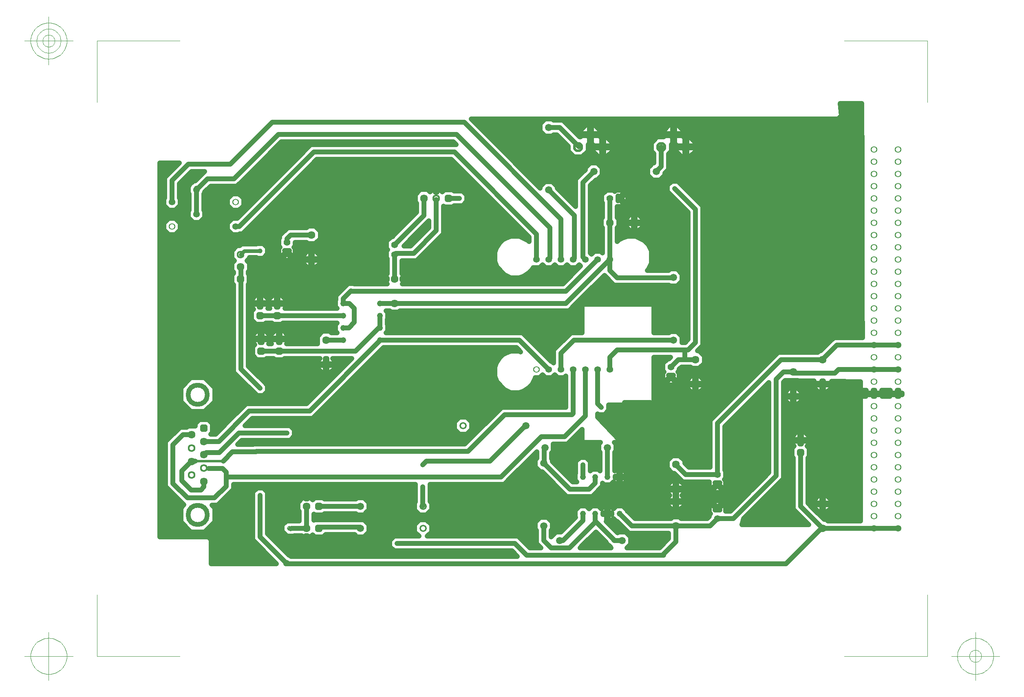
<source format=gbr>
G04 Generated by Ultiboard 10.0 *
%FSLAX25Y25*%
%MOIN*%

%ADD14C,0.04000*%
%ADD24C,0.02000*%
%ADD25C,0.03000*%
%ADD22C,0.00394*%
%ADD28C,0.03937X0.02362*%
%ADD29C,0.06334X0.03500*%
%ADD44C,0.19666X0.11833*%
%ADD45R,0.02667X0.02667X0.03333*%
%ADD46C,0.03333*%
%ADD34C,0.05512X0.03150*%
%ADD36C,0.05906X0.03543*%
%ADD38R,0.02083X0.02083X0.03917*%
%ADD18C,0.03917*%
%ADD33C,0.04900X0.03500*%
%ADD41C,0.05337X0.03937*%
%ADD31C,0.08334X0.04333*%


G04 ColorRGB 0000FF for the following layer *
%LNCopper Bottom*%
%LPD*%
%FSLAX25Y25*%
%MOIN*%
G54D14*
X466200Y377000D02*
X524600Y377000D01*
X524600Y377000D02*
X524600Y338429D01*
X524600Y338429D02*
X466200Y338429D01*
X466200Y338429D02*
X466200Y377000D01*
G36*
X466200Y377000D02*
X524600Y377000D01*
X524600Y338429D01*
X466200Y338429D01*
X466200Y377000D01*
G37*
X466200Y377000D02*
X524600Y377000D01*
X524600Y377000D02*
X524600Y338429D01*
X524600Y338429D02*
X466200Y338429D01*
X466200Y338429D02*
X466200Y377000D01*
X524600Y338429D02*
X524600Y281857D01*
X524600Y281857D02*
X466200Y281857D01*
X466200Y281857D02*
X466200Y338429D01*
X466200Y338429D02*
X524600Y338429D01*
G36*
X524600Y338429D02*
X524600Y281857D01*
X466200Y281857D01*
X466200Y338429D01*
X524600Y338429D01*
G37*
X524600Y338429D02*
X524600Y281857D01*
X524600Y281857D02*
X466200Y281857D01*
X466200Y281857D02*
X466200Y338429D01*
X466200Y338429D02*
X524600Y338429D01*
X524600Y281857D02*
X524600Y225286D01*
X524600Y225286D02*
X466200Y225286D01*
X466200Y225286D02*
X466200Y281857D01*
X466200Y281857D02*
X524600Y281857D01*
G36*
X524600Y281857D02*
X524600Y225286D01*
X466200Y225286D01*
X466200Y281857D01*
X524600Y281857D01*
G37*
X524600Y281857D02*
X524600Y225286D01*
X524600Y225286D02*
X466200Y225286D01*
X466200Y225286D02*
X466200Y281857D01*
X466200Y281857D02*
X524600Y281857D01*
X492334Y168714D02*
X466200Y168714D01*
X466200Y168714D02*
X466200Y225286D01*
X466200Y225286D02*
X524600Y225286D01*
X524600Y225286D02*
X524600Y186000D01*
X524600Y186000D02*
X509620Y186000D01*
X509620Y186000D02*
X492334Y168714D01*
G36*
X492334Y168714D02*
X466200Y168714D01*
X466200Y225286D01*
X524600Y225286D01*
X524600Y186000D01*
X509620Y186000D01*
X492334Y168714D01*
G37*
X492334Y168714D02*
X466200Y168714D01*
X466200Y168714D02*
X466200Y225286D01*
X466200Y225286D02*
X524600Y225286D01*
X524600Y225286D02*
X524600Y186000D01*
X524600Y186000D02*
X509620Y186000D01*
X509620Y186000D02*
X492334Y168714D01*
X487621Y147031D02*
X493559Y152969D01*
X493559Y152969D02*
X502000Y152969D01*
X502000Y152969D02*
X502000Y147031D01*
X502000Y147031D02*
X487621Y147031D01*
G36*
X487621Y147031D02*
X493559Y152969D01*
X502000Y152969D01*
X502000Y147031D01*
X487621Y147031D01*
G37*
X487621Y147031D02*
X493559Y152969D01*
X493559Y152969D02*
X502000Y152969D01*
X502000Y152969D02*
X502000Y147031D01*
X502000Y147031D02*
X487621Y147031D01*
X466200Y125610D02*
X487621Y147031D01*
X487621Y147031D02*
X502000Y147031D01*
X502000Y147031D02*
X502000Y112143D01*
X502000Y112143D02*
X466200Y112143D01*
X466200Y112143D02*
X466200Y125610D01*
G36*
X466200Y125610D02*
X487621Y147031D01*
X502000Y147031D01*
X502000Y112143D01*
X466200Y112143D01*
X466200Y125610D01*
G37*
X466200Y125610D02*
X487621Y147031D01*
X487621Y147031D02*
X502000Y147031D01*
X502000Y147031D02*
X502000Y112143D01*
X502000Y112143D02*
X466200Y112143D01*
X466200Y112143D02*
X466200Y125610D01*
X493559Y152969D02*
X502000Y161410D01*
X502000Y161410D02*
X502000Y152969D01*
X502000Y152969D02*
X493559Y152969D01*
G36*
X493559Y152969D02*
X502000Y161410D01*
X502000Y152969D01*
X493559Y152969D01*
G37*
X493559Y152969D02*
X502000Y161410D01*
X502000Y161410D02*
X502000Y152969D01*
X502000Y152969D02*
X493559Y152969D01*
X466756Y56000D02*
X466756Y60798D01*
X466756Y60798D02*
X466200Y61354D01*
X466200Y61354D02*
X466200Y74772D01*
X466200Y74772D02*
X466756Y75328D01*
X466756Y75328D02*
X466756Y80924D01*
X466756Y80924D02*
X466200Y81480D01*
X466200Y81480D02*
X466200Y82646D01*
X466200Y82646D02*
X466756Y83202D01*
X466756Y83202D02*
X466756Y88798D01*
X466756Y88798D02*
X466200Y89354D01*
X466200Y89354D02*
X466200Y112143D01*
X466200Y112143D02*
X502000Y112143D01*
X502000Y112143D02*
X502000Y87485D01*
X502000Y87485D02*
X470515Y56000D01*
X470515Y56000D02*
X466756Y56000D01*
G36*
X466756Y56000D02*
X466756Y60798D01*
X466200Y61354D01*
X466200Y74772D01*
X466756Y75328D01*
X466756Y80924D01*
X466200Y81480D01*
X466200Y82646D01*
X466756Y83202D01*
X466756Y88798D01*
X466200Y89354D01*
X466200Y112143D01*
X502000Y112143D01*
X502000Y87485D01*
X470515Y56000D01*
X466756Y56000D01*
G37*
X466756Y56000D02*
X466756Y60798D01*
X466756Y60798D02*
X466200Y61354D01*
X466200Y61354D02*
X466200Y74772D01*
X466200Y74772D02*
X466756Y75328D01*
X466756Y75328D02*
X466756Y80924D01*
X466756Y80924D02*
X466200Y81480D01*
X466200Y81480D02*
X466200Y82646D01*
X466200Y82646D02*
X466756Y83202D01*
X466756Y83202D02*
X466756Y88798D01*
X466756Y88798D02*
X466200Y89354D01*
X466200Y89354D02*
X466200Y112143D01*
X466200Y112143D02*
X502000Y112143D01*
X502000Y112143D02*
X502000Y87485D01*
X502000Y87485D02*
X470515Y56000D01*
X470515Y56000D02*
X466756Y56000D01*
X234813Y317323D02*
X232969Y319167D01*
X232969Y319167D02*
X232600Y319167D01*
X232600Y319167D02*
X232600Y338429D01*
X232600Y338429D02*
X247836Y338429D01*
X247836Y338429D02*
X271792Y314472D01*
X271792Y314472D02*
X255000Y314472D01*
X255000Y314472D02*
X255000Y314485D01*
X255000Y314485D02*
X251485Y318000D01*
X251485Y318000D02*
X244510Y318000D01*
X244510Y318000D02*
X243510Y319000D01*
X243510Y319000D02*
X236490Y319000D01*
X236490Y319000D02*
X234813Y317323D01*
G36*
X234813Y317323D02*
X232969Y319167D01*
X232600Y319167D01*
X232600Y338429D01*
X247836Y338429D01*
X271792Y314472D01*
X255000Y314472D01*
X255000Y314485D01*
X251485Y318000D01*
X244510Y318000D01*
X243510Y319000D01*
X236490Y319000D01*
X234813Y317323D01*
G37*
X234813Y317323D02*
X232969Y319167D01*
X232969Y319167D02*
X232600Y319167D01*
X232600Y319167D02*
X232600Y338429D01*
X232600Y338429D02*
X247836Y338429D01*
X247836Y338429D02*
X271792Y314472D01*
X271792Y314472D02*
X255000Y314472D01*
X255000Y314472D02*
X255000Y314485D01*
X255000Y314485D02*
X251485Y318000D01*
X251485Y318000D02*
X244510Y318000D01*
X244510Y318000D02*
X243510Y319000D01*
X243510Y319000D02*
X236490Y319000D01*
X236490Y319000D02*
X234813Y317323D01*
X236000Y305490D02*
X236490Y305000D01*
X236490Y305000D02*
X243510Y305000D01*
X243510Y305000D02*
X244510Y306000D01*
X244510Y306000D02*
X251485Y306000D01*
X251485Y306000D02*
X255000Y309515D01*
X255000Y309515D02*
X255000Y314472D01*
X255000Y314472D02*
X271792Y314472D01*
X271792Y314472D02*
X291000Y295265D01*
X291000Y295265D02*
X291000Y281857D01*
X291000Y281857D02*
X234811Y281857D01*
X234811Y281857D02*
X236000Y283046D01*
X236000Y283046D02*
X236000Y305490D01*
G36*
X236000Y305490D02*
X236490Y305000D01*
X243510Y305000D01*
X244510Y306000D01*
X251485Y306000D01*
X255000Y309515D01*
X255000Y314472D01*
X271792Y314472D01*
X291000Y295265D01*
X291000Y281857D01*
X234811Y281857D01*
X236000Y283046D01*
X236000Y305490D01*
G37*
X236000Y305490D02*
X236490Y305000D01*
X236490Y305000D02*
X243510Y305000D01*
X243510Y305000D02*
X244510Y306000D01*
X244510Y306000D02*
X251485Y306000D01*
X251485Y306000D02*
X255000Y309515D01*
X255000Y309515D02*
X255000Y314472D01*
X255000Y314472D02*
X271792Y314472D01*
X271792Y314472D02*
X291000Y295265D01*
X291000Y295265D02*
X291000Y281857D01*
X291000Y281857D02*
X234811Y281857D01*
X234811Y281857D02*
X236000Y283046D01*
X236000Y283046D02*
X236000Y305490D01*
X232600Y242000D02*
X232600Y279646D01*
X232600Y279646D02*
X234811Y281857D01*
X234811Y281857D02*
X260472Y281857D01*
X260472Y281857D02*
X260472Y242000D01*
X260472Y242000D02*
X232600Y242000D01*
G36*
X232600Y242000D02*
X232600Y279646D01*
X234811Y281857D01*
X260472Y281857D01*
X260472Y242000D01*
X232600Y242000D01*
G37*
X232600Y242000D02*
X232600Y279646D01*
X232600Y279646D02*
X234811Y281857D01*
X234811Y281857D02*
X260472Y281857D01*
X260472Y281857D02*
X260472Y242000D01*
X260472Y242000D02*
X232600Y242000D01*
X291000Y202000D02*
X232600Y202000D01*
X232600Y202000D02*
X232600Y220000D01*
X232600Y220000D02*
X291000Y220000D01*
X291000Y220000D02*
X291000Y202000D01*
G36*
X291000Y202000D02*
X232600Y202000D01*
X232600Y220000D01*
X291000Y220000D01*
X291000Y202000D01*
G37*
X291000Y202000D02*
X232600Y202000D01*
X232600Y202000D02*
X232600Y220000D01*
X232600Y220000D02*
X291000Y220000D01*
X291000Y220000D02*
X291000Y202000D01*
X291000Y186883D02*
X287465Y185705D01*
X287465Y185705D02*
X284631Y184287D01*
X284631Y184287D02*
X281892Y181548D01*
X281892Y181548D02*
X279375Y177773D01*
X279375Y177773D02*
X278000Y173649D01*
X278000Y173649D02*
X278000Y168714D01*
X278000Y168714D02*
X232600Y168714D01*
X232600Y168714D02*
X232600Y190000D01*
X232600Y190000D02*
X291000Y190000D01*
X291000Y190000D02*
X291000Y186883D01*
G36*
X291000Y186883D02*
X287465Y185705D01*
X284631Y184287D01*
X281892Y181548D01*
X279375Y177773D01*
X278000Y173649D01*
X278000Y168714D01*
X232600Y168714D01*
X232600Y190000D01*
X291000Y190000D01*
X291000Y186883D01*
G37*
X291000Y186883D02*
X287465Y185705D01*
X287465Y185705D02*
X284631Y184287D01*
X284631Y184287D02*
X281892Y181548D01*
X281892Y181548D02*
X279375Y177773D01*
X279375Y177773D02*
X278000Y173649D01*
X278000Y173649D02*
X278000Y168714D01*
X278000Y168714D02*
X232600Y168714D01*
X232600Y168714D02*
X232600Y190000D01*
X232600Y190000D02*
X291000Y190000D01*
X291000Y190000D02*
X291000Y186883D01*
X254391Y132953D02*
X249120Y132953D01*
X249120Y132953D02*
X245047Y128880D01*
X245047Y128880D02*
X245047Y123120D01*
X245047Y123120D02*
X249120Y119047D01*
X249120Y119047D02*
X254391Y119047D01*
X254391Y119047D02*
X254391Y112143D01*
X254391Y112143D02*
X232600Y112143D01*
X232600Y112143D02*
X232600Y168714D01*
X232600Y168714D02*
X254391Y168714D01*
X254391Y168714D02*
X254391Y132953D01*
G36*
X254391Y132953D02*
X249120Y132953D01*
X245047Y128880D01*
X245047Y123120D01*
X249120Y119047D01*
X254391Y119047D01*
X254391Y112143D01*
X232600Y112143D01*
X232600Y168714D01*
X254391Y168714D01*
X254391Y132953D01*
G37*
X254391Y132953D02*
X249120Y132953D01*
X249120Y132953D02*
X245047Y128880D01*
X245047Y128880D02*
X245047Y123120D01*
X245047Y123120D02*
X249120Y119047D01*
X249120Y119047D02*
X254391Y119047D01*
X254391Y119047D02*
X254391Y112143D01*
X254391Y112143D02*
X232600Y112143D01*
X232600Y112143D02*
X232600Y168714D01*
X232600Y168714D02*
X254391Y168714D01*
X254391Y168714D02*
X254391Y132953D01*
X254391Y119047D02*
X254880Y119047D01*
X254880Y119047D02*
X258953Y123120D01*
X258953Y123120D02*
X258953Y128880D01*
X258953Y128880D02*
X254880Y132953D01*
X254880Y132953D02*
X254391Y132953D01*
X254391Y132953D02*
X254391Y168714D01*
X254391Y168714D02*
X278000Y168714D01*
X278000Y168714D02*
X278000Y166351D01*
X278000Y166351D02*
X279504Y161839D01*
X279504Y161839D02*
X285631Y155713D01*
X285631Y155713D02*
X291000Y153028D01*
X291000Y153028D02*
X291000Y141000D01*
X291000Y141000D02*
X283515Y141000D01*
X283515Y141000D02*
X254658Y112143D01*
X254658Y112143D02*
X254391Y112143D01*
X254391Y112143D02*
X254391Y119047D01*
G36*
X254391Y119047D02*
X254880Y119047D01*
X258953Y123120D01*
X258953Y128880D01*
X254880Y132953D01*
X254391Y132953D01*
X254391Y168714D01*
X278000Y168714D01*
X278000Y166351D01*
X279504Y161839D01*
X285631Y155713D01*
X291000Y153028D01*
X291000Y141000D01*
X283515Y141000D01*
X254658Y112143D01*
X254391Y112143D01*
X254391Y119047D01*
G37*
X254391Y119047D02*
X254880Y119047D01*
X254880Y119047D02*
X258953Y123120D01*
X258953Y123120D02*
X258953Y128880D01*
X258953Y128880D02*
X254880Y132953D01*
X254880Y132953D02*
X254391Y132953D01*
X254391Y132953D02*
X254391Y168714D01*
X254391Y168714D02*
X278000Y168714D01*
X278000Y168714D02*
X278000Y166351D01*
X278000Y166351D02*
X279504Y161839D01*
X279504Y161839D02*
X285631Y155713D01*
X285631Y155713D02*
X291000Y153028D01*
X291000Y153028D02*
X291000Y141000D01*
X291000Y141000D02*
X283515Y141000D01*
X283515Y141000D02*
X254658Y112143D01*
X254658Y112143D02*
X254391Y112143D01*
X254391Y112143D02*
X254391Y119047D01*
X232600Y78000D02*
X285485Y78000D01*
X285485Y78000D02*
X291000Y83515D01*
X291000Y83515D02*
X291000Y55571D01*
X291000Y55571D02*
X232600Y55571D01*
X232600Y55571D02*
X232600Y78000D01*
G36*
X232600Y78000D02*
X285485Y78000D01*
X291000Y83515D01*
X291000Y55571D01*
X232600Y55571D01*
X232600Y78000D01*
G37*
X232600Y78000D02*
X285485Y78000D01*
X285485Y78000D02*
X291000Y83515D01*
X291000Y83515D02*
X291000Y55571D01*
X291000Y55571D02*
X232600Y55571D01*
X232600Y55571D02*
X232600Y78000D01*
X253415Y110900D02*
X232600Y110900D01*
X232600Y110900D02*
X232600Y112143D01*
X232600Y112143D02*
X254658Y112143D01*
X254658Y112143D02*
X253415Y110900D01*
G36*
X253415Y110900D02*
X232600Y110900D01*
X232600Y112143D01*
X254658Y112143D01*
X253415Y110900D01*
G37*
X253415Y110900D02*
X232600Y110900D01*
X232600Y110900D02*
X232600Y112143D01*
X232600Y112143D02*
X254658Y112143D01*
X254658Y112143D02*
X253415Y110900D01*
X291000Y19100D02*
X232600Y19100D01*
X232600Y19100D02*
X232600Y23550D01*
X232600Y23550D02*
X291000Y23550D01*
X291000Y23550D02*
X291000Y19100D01*
G36*
X291000Y19100D02*
X232600Y19100D01*
X232600Y23550D01*
X291000Y23550D01*
X291000Y19100D01*
G37*
X291000Y19100D02*
X232600Y19100D01*
X232600Y19100D02*
X232600Y23550D01*
X232600Y23550D02*
X291000Y23550D01*
X291000Y23550D02*
X291000Y19100D01*
X291000Y35550D02*
X232600Y35550D01*
X232600Y35550D02*
X232600Y55571D01*
X232600Y55571D02*
X291000Y55571D01*
X291000Y55571D02*
X291000Y35550D01*
G36*
X291000Y35550D02*
X232600Y35550D01*
X232600Y55571D01*
X291000Y55571D01*
X291000Y35550D01*
G37*
X291000Y35550D02*
X232600Y35550D01*
X232600Y35550D02*
X232600Y55571D01*
X232600Y55571D02*
X291000Y55571D01*
X291000Y55571D02*
X291000Y35550D01*
X4000Y225286D02*
X4000Y281857D01*
X4000Y281857D02*
X57400Y281857D01*
X57400Y281857D02*
X57400Y225286D01*
X57400Y225286D02*
X4000Y225286D01*
G36*
X4000Y225286D02*
X4000Y281857D01*
X57400Y281857D01*
X57400Y225286D01*
X4000Y225286D01*
G37*
X4000Y225286D02*
X4000Y281857D01*
X4000Y281857D02*
X57400Y281857D01*
X57400Y281857D02*
X57400Y225286D01*
X57400Y225286D02*
X4000Y225286D01*
X62833Y266722D02*
X62833Y263031D01*
X62833Y263031D02*
X64864Y261000D01*
X64864Y261000D02*
X62833Y258969D01*
X62833Y258969D02*
X62833Y253031D01*
X62833Y253031D02*
X64250Y251614D01*
X64250Y251614D02*
X64250Y250760D01*
X64250Y250760D02*
X63000Y249510D01*
X63000Y249510D02*
X63000Y243515D01*
X63000Y243515D02*
X57400Y243515D01*
X57400Y243515D02*
X57400Y266722D01*
X57400Y266722D02*
X62833Y266722D01*
G36*
X62833Y266722D02*
X62833Y263031D01*
X64864Y261000D01*
X62833Y258969D01*
X62833Y253031D01*
X64250Y251614D01*
X64250Y250760D01*
X63000Y249510D01*
X63000Y243515D01*
X57400Y243515D01*
X57400Y266722D01*
X62833Y266722D01*
G37*
X62833Y266722D02*
X62833Y263031D01*
X62833Y263031D02*
X64864Y261000D01*
X64864Y261000D02*
X62833Y258969D01*
X62833Y258969D02*
X62833Y253031D01*
X62833Y253031D02*
X64250Y251614D01*
X64250Y251614D02*
X64250Y250760D01*
X64250Y250760D02*
X63000Y249510D01*
X63000Y249510D02*
X63000Y243515D01*
X63000Y243515D02*
X57400Y243515D01*
X57400Y243515D02*
X57400Y266722D01*
X57400Y266722D02*
X62833Y266722D01*
X101244Y266722D02*
X101244Y265328D01*
X101244Y265328D02*
X102728Y263844D01*
X102728Y263844D02*
X105606Y266722D01*
X105606Y266722D02*
X107585Y266722D01*
X107585Y266722D02*
X103718Y262854D01*
X103718Y262854D02*
X105202Y261370D01*
X105202Y261370D02*
X110798Y261370D01*
X110798Y261370D02*
X112282Y262854D01*
X112282Y262854D02*
X108415Y266722D01*
X108415Y266722D02*
X110394Y266722D01*
X110394Y266722D02*
X113272Y263844D01*
X113272Y263844D02*
X114756Y265328D01*
X114756Y265328D02*
X114756Y266722D01*
X114756Y266722D02*
X115800Y266722D01*
X115800Y266722D02*
X115800Y243515D01*
X115800Y243515D02*
X77000Y243515D01*
X77000Y243515D02*
X77000Y249510D01*
X77000Y249510D02*
X76250Y250260D01*
X76250Y250260D02*
X76250Y252114D01*
X76250Y252114D02*
X77167Y253031D01*
X77167Y253031D02*
X77167Y258969D01*
X77167Y258969D02*
X75136Y261000D01*
X75136Y261000D02*
X77167Y263031D01*
X77167Y263031D02*
X77167Y263500D01*
X77167Y263500D02*
X83059Y263500D01*
X83059Y263500D02*
X83528Y263031D01*
X83528Y263031D02*
X88472Y263031D01*
X88472Y263031D02*
X91969Y266528D01*
X91969Y266528D02*
X91969Y266722D01*
X91969Y266722D02*
X101244Y266722D01*
G36*
X101244Y266722D02*
X101244Y265328D01*
X102728Y263844D01*
X105606Y266722D01*
X107585Y266722D01*
X103718Y262854D01*
X105202Y261370D01*
X110798Y261370D01*
X112282Y262854D01*
X108415Y266722D01*
X110394Y266722D01*
X113272Y263844D01*
X114756Y265328D01*
X114756Y266722D01*
X115800Y266722D01*
X115800Y243515D01*
X77000Y243515D01*
X77000Y249510D01*
X76250Y250260D01*
X76250Y252114D01*
X77167Y253031D01*
X77167Y258969D01*
X75136Y261000D01*
X77167Y263031D01*
X77167Y263500D01*
X83059Y263500D01*
X83528Y263031D01*
X88472Y263031D01*
X91969Y266528D01*
X91969Y266722D01*
X101244Y266722D01*
G37*
X101244Y266722D02*
X101244Y265328D01*
X101244Y265328D02*
X102728Y263844D01*
X102728Y263844D02*
X105606Y266722D01*
X105606Y266722D02*
X107585Y266722D01*
X107585Y266722D02*
X103718Y262854D01*
X103718Y262854D02*
X105202Y261370D01*
X105202Y261370D02*
X110798Y261370D01*
X110798Y261370D02*
X112282Y262854D01*
X112282Y262854D02*
X108415Y266722D01*
X108415Y266722D02*
X110394Y266722D01*
X110394Y266722D02*
X113272Y263844D01*
X113272Y263844D02*
X114756Y265328D01*
X114756Y265328D02*
X114756Y266722D01*
X114756Y266722D02*
X115800Y266722D01*
X115800Y266722D02*
X115800Y243515D01*
X115800Y243515D02*
X77000Y243515D01*
X77000Y243515D02*
X77000Y249510D01*
X77000Y249510D02*
X76250Y250260D01*
X76250Y250260D02*
X76250Y252114D01*
X76250Y252114D02*
X77167Y253031D01*
X77167Y253031D02*
X77167Y258969D01*
X77167Y258969D02*
X75136Y261000D01*
X75136Y261000D02*
X77167Y263031D01*
X77167Y263031D02*
X77167Y263500D01*
X77167Y263500D02*
X83059Y263500D01*
X83059Y263500D02*
X83528Y263031D01*
X83528Y263031D02*
X88472Y263031D01*
X88472Y263031D02*
X91969Y266528D01*
X91969Y266528D02*
X91969Y266722D01*
X91969Y266722D02*
X101244Y266722D01*
X120833Y259031D02*
X125031Y254833D01*
X125031Y254833D02*
X127258Y254833D01*
X127258Y254833D02*
X127258Y259031D01*
X127258Y259031D02*
X128742Y259031D01*
X128742Y259031D02*
X128742Y254833D01*
X128742Y254833D02*
X130969Y254833D01*
X130969Y254833D02*
X135167Y259031D01*
X135167Y259031D02*
X174200Y259031D01*
X174200Y259031D02*
X174200Y242000D01*
X174200Y242000D02*
X163085Y242000D01*
X163085Y242000D02*
X162885Y242200D01*
X162885Y242200D02*
X157915Y242200D01*
X157915Y242200D02*
X149229Y233515D01*
X149229Y233515D02*
X115800Y233515D01*
X115800Y233515D02*
X115800Y259031D01*
X115800Y259031D02*
X120833Y259031D01*
G36*
X120833Y259031D02*
X125031Y254833D01*
X127258Y254833D01*
X127258Y259031D01*
X128742Y259031D01*
X128742Y254833D01*
X130969Y254833D01*
X135167Y259031D01*
X174200Y259031D01*
X174200Y242000D01*
X163085Y242000D01*
X162885Y242200D01*
X157915Y242200D01*
X149229Y233515D01*
X115800Y233515D01*
X115800Y259031D01*
X120833Y259031D01*
G37*
X120833Y259031D02*
X125031Y254833D01*
X125031Y254833D02*
X127258Y254833D01*
X127258Y254833D02*
X127258Y259031D01*
X127258Y259031D02*
X128742Y259031D01*
X128742Y259031D02*
X128742Y254833D01*
X128742Y254833D02*
X130969Y254833D01*
X130969Y254833D02*
X135167Y259031D01*
X135167Y259031D02*
X174200Y259031D01*
X174200Y259031D02*
X174200Y242000D01*
X174200Y242000D02*
X163085Y242000D01*
X163085Y242000D02*
X162885Y242200D01*
X162885Y242200D02*
X157915Y242200D01*
X157915Y242200D02*
X149229Y233515D01*
X149229Y233515D02*
X115800Y233515D01*
X115800Y233515D02*
X115800Y259031D01*
X115800Y259031D02*
X120833Y259031D01*
X190383Y270063D02*
X189244Y268924D01*
X189244Y268924D02*
X189244Y263328D01*
X189244Y263328D02*
X190000Y262572D01*
X190000Y262572D02*
X190000Y250136D01*
X190000Y250136D02*
X188833Y248969D01*
X188833Y248969D02*
X188833Y246742D01*
X188833Y246742D02*
X190000Y246742D01*
X190000Y246742D02*
X190000Y245258D01*
X190000Y245258D02*
X188833Y245258D01*
X188833Y245258D02*
X188833Y243031D01*
X188833Y243031D02*
X189864Y242000D01*
X189864Y242000D02*
X174200Y242000D01*
X174200Y242000D02*
X174200Y281857D01*
X174200Y281857D02*
X193515Y281857D01*
X193515Y281857D02*
X193515Y280756D01*
X193515Y280756D02*
X193202Y280756D01*
X193202Y280756D02*
X189244Y276798D01*
X189244Y276798D02*
X189244Y271202D01*
X189244Y271202D02*
X190383Y270063D01*
G36*
X190383Y270063D02*
X189244Y268924D01*
X189244Y263328D01*
X190000Y262572D01*
X190000Y250136D01*
X188833Y248969D01*
X188833Y246742D01*
X190000Y246742D01*
X190000Y245258D01*
X188833Y245258D01*
X188833Y243031D01*
X189864Y242000D01*
X174200Y242000D01*
X174200Y281857D01*
X193515Y281857D01*
X193515Y280756D01*
X193202Y280756D01*
X189244Y276798D01*
X189244Y271202D01*
X190383Y270063D01*
G37*
X190383Y270063D02*
X189244Y268924D01*
X189244Y268924D02*
X189244Y263328D01*
X189244Y263328D02*
X190000Y262572D01*
X190000Y262572D02*
X190000Y250136D01*
X190000Y250136D02*
X188833Y248969D01*
X188833Y248969D02*
X188833Y246742D01*
X188833Y246742D02*
X190000Y246742D01*
X190000Y246742D02*
X190000Y245258D01*
X190000Y245258D02*
X188833Y245258D01*
X188833Y245258D02*
X188833Y243031D01*
X188833Y243031D02*
X189864Y242000D01*
X189864Y242000D02*
X174200Y242000D01*
X174200Y242000D02*
X174200Y281857D01*
X174200Y281857D02*
X193515Y281857D01*
X193515Y281857D02*
X193515Y280756D01*
X193515Y280756D02*
X193202Y280756D01*
X193202Y280756D02*
X189244Y276798D01*
X189244Y276798D02*
X189244Y271202D01*
X189244Y271202D02*
X190383Y270063D01*
X203167Y248969D02*
X202000Y250136D01*
X202000Y250136D02*
X202000Y261000D01*
X202000Y261000D02*
X213954Y261000D01*
X213954Y261000D02*
X219080Y266126D01*
X219080Y266126D02*
X232600Y266126D01*
X232600Y266126D02*
X232600Y248969D01*
X232600Y248969D02*
X203167Y248969D01*
G36*
X203167Y248969D02*
X202000Y250136D01*
X202000Y261000D01*
X213954Y261000D01*
X219080Y266126D01*
X232600Y266126D01*
X232600Y248969D01*
X203167Y248969D01*
G37*
X203167Y248969D02*
X202000Y250136D01*
X202000Y250136D02*
X202000Y261000D01*
X202000Y261000D02*
X213954Y261000D01*
X213954Y261000D02*
X219080Y266126D01*
X219080Y266126D02*
X232600Y266126D01*
X232600Y266126D02*
X232600Y248969D01*
X232600Y248969D02*
X203167Y248969D01*
X202000Y246742D02*
X203167Y246742D01*
X203167Y246742D02*
X203167Y248969D01*
X203167Y248969D02*
X232600Y248969D01*
X232600Y248969D02*
X232600Y243031D01*
X232600Y243031D02*
X203167Y243031D01*
X203167Y243031D02*
X203167Y245258D01*
X203167Y245258D02*
X202000Y245258D01*
X202000Y245258D02*
X202000Y246742D01*
G36*
X202000Y246742D02*
X203167Y246742D01*
X203167Y248969D01*
X232600Y248969D01*
X232600Y243031D01*
X203167Y243031D01*
X203167Y245258D01*
X202000Y245258D01*
X202000Y246742D01*
G37*
X202000Y246742D02*
X203167Y246742D01*
X203167Y246742D02*
X203167Y248969D01*
X203167Y248969D02*
X232600Y248969D01*
X232600Y248969D02*
X232600Y243031D01*
X232600Y243031D02*
X203167Y243031D01*
X203167Y243031D02*
X203167Y245258D01*
X203167Y245258D02*
X202000Y245258D01*
X202000Y245258D02*
X202000Y246742D01*
X148000Y229122D02*
X147550Y228672D01*
X147550Y228672D02*
X147550Y225286D01*
X147550Y225286D02*
X115800Y225286D01*
X115800Y225286D02*
X115800Y233515D01*
X115800Y233515D02*
X149229Y233515D01*
X149229Y233515D02*
X148000Y232285D01*
X148000Y232285D02*
X148000Y229122D01*
G36*
X148000Y229122D02*
X147550Y228672D01*
X147550Y225286D01*
X115800Y225286D01*
X115800Y233515D01*
X149229Y233515D01*
X148000Y232285D01*
X148000Y229122D01*
G37*
X148000Y229122D02*
X147550Y228672D01*
X147550Y228672D02*
X147550Y225286D01*
X147550Y225286D02*
X115800Y225286D01*
X115800Y225286D02*
X115800Y233515D01*
X115800Y233515D02*
X149229Y233515D01*
X149229Y233515D02*
X148000Y232285D01*
X148000Y232285D02*
X148000Y229122D01*
X148878Y210000D02*
X147550Y208672D01*
X147550Y208672D02*
X147550Y208015D01*
X147550Y208015D02*
X115800Y208015D01*
X115800Y208015D02*
X115800Y210000D01*
X115800Y210000D02*
X148878Y210000D01*
G36*
X148878Y210000D02*
X147550Y208672D01*
X147550Y208015D01*
X115800Y208015D01*
X115800Y210000D01*
X148878Y210000D01*
G37*
X148878Y210000D02*
X147550Y208672D01*
X147550Y208672D02*
X147550Y208015D01*
X147550Y208015D02*
X115800Y208015D01*
X115800Y208015D02*
X115800Y210000D01*
X115800Y210000D02*
X148878Y210000D01*
X132833Y193515D02*
X132833Y193031D01*
X132833Y193031D02*
X132864Y193000D01*
X132864Y193000D02*
X115800Y193000D01*
X115800Y193000D02*
X115800Y193515D01*
X115800Y193515D02*
X132833Y193515D01*
G36*
X132833Y193515D02*
X132833Y193031D01*
X132864Y193000D01*
X115800Y193000D01*
X115800Y193515D01*
X132833Y193515D01*
G37*
X132833Y193515D02*
X132833Y193031D01*
X132833Y193031D02*
X132864Y193000D01*
X132864Y193000D02*
X115800Y193000D01*
X115800Y193000D02*
X115800Y193515D01*
X115800Y193515D02*
X132833Y193515D01*
X144136Y202000D02*
X142969Y203167D01*
X142969Y203167D02*
X137031Y203167D01*
X137031Y203167D02*
X132833Y198969D01*
X132833Y198969D02*
X132833Y193515D01*
X132833Y193515D02*
X115800Y193515D01*
X115800Y193515D02*
X115800Y208015D01*
X115800Y208015D02*
X147550Y208015D01*
X147550Y208015D02*
X147550Y203328D01*
X147550Y203328D02*
X148878Y202000D01*
X148878Y202000D02*
X144136Y202000D01*
G36*
X144136Y202000D02*
X142969Y203167D01*
X137031Y203167D01*
X132833Y198969D01*
X132833Y193515D01*
X115800Y193515D01*
X115800Y208015D01*
X147550Y208015D01*
X147550Y203328D01*
X148878Y202000D01*
X144136Y202000D01*
G37*
X144136Y202000D02*
X142969Y203167D01*
X142969Y203167D02*
X137031Y203167D01*
X137031Y203167D02*
X132833Y198969D01*
X132833Y198969D02*
X132833Y193515D01*
X132833Y193515D02*
X115800Y193515D01*
X115800Y193515D02*
X115800Y208015D01*
X115800Y208015D02*
X147550Y208015D01*
X147550Y208015D02*
X147550Y203328D01*
X147550Y203328D02*
X148878Y202000D01*
X148878Y202000D02*
X144136Y202000D01*
X147550Y225286D02*
X147550Y223328D01*
X147550Y223328D02*
X148878Y222000D01*
X148878Y222000D02*
X115800Y222000D01*
X115800Y222000D02*
X115800Y225286D01*
X115800Y225286D02*
X147550Y225286D01*
G36*
X147550Y225286D02*
X147550Y223328D01*
X148878Y222000D01*
X115800Y222000D01*
X115800Y225286D01*
X147550Y225286D01*
G37*
X147550Y225286D02*
X147550Y223328D01*
X147550Y223328D02*
X148878Y222000D01*
X148878Y222000D02*
X115800Y222000D01*
X115800Y222000D02*
X115800Y225286D01*
X115800Y225286D02*
X147550Y225286D01*
X134864Y181000D02*
X132833Y178969D01*
X132833Y178969D02*
X132833Y176742D01*
X132833Y176742D02*
X137031Y176742D01*
X137031Y176742D02*
X137031Y175258D01*
X137031Y175258D02*
X132833Y175258D01*
X132833Y175258D02*
X132833Y173031D01*
X132833Y173031D02*
X137031Y168833D01*
X137031Y168833D02*
X137031Y168714D01*
X137031Y168714D02*
X115800Y168714D01*
X115800Y168714D02*
X115800Y181000D01*
X115800Y181000D02*
X134864Y181000D01*
G36*
X134864Y181000D02*
X132833Y178969D01*
X132833Y176742D01*
X137031Y176742D01*
X137031Y175258D01*
X132833Y175258D01*
X132833Y173031D01*
X137031Y168833D01*
X137031Y168714D01*
X115800Y168714D01*
X115800Y181000D01*
X134864Y181000D01*
G37*
X134864Y181000D02*
X132833Y178969D01*
X132833Y178969D02*
X132833Y176742D01*
X132833Y176742D02*
X137031Y176742D01*
X137031Y176742D02*
X137031Y175258D01*
X137031Y175258D02*
X132833Y175258D01*
X132833Y175258D02*
X132833Y173031D01*
X132833Y173031D02*
X137031Y168833D01*
X137031Y168833D02*
X137031Y168714D01*
X137031Y168714D02*
X115800Y168714D01*
X115800Y168714D02*
X115800Y181000D01*
X115800Y181000D02*
X134864Y181000D01*
X165700Y168714D02*
X174200Y168714D01*
X174200Y168714D02*
X174200Y112143D01*
X174200Y112143D02*
X115800Y112143D01*
X115800Y112143D02*
X115800Y132000D01*
X115800Y132000D02*
X128985Y132000D01*
X128985Y132000D02*
X165700Y168714D01*
G36*
X165700Y168714D02*
X174200Y168714D01*
X174200Y112143D01*
X115800Y112143D01*
X115800Y132000D01*
X128985Y132000D01*
X165700Y168714D01*
G37*
X165700Y168714D02*
X174200Y168714D01*
X174200Y168714D02*
X174200Y112143D01*
X174200Y112143D02*
X115800Y112143D01*
X115800Y112143D02*
X115800Y132000D01*
X115800Y132000D02*
X128985Y132000D01*
X128985Y132000D02*
X165700Y168714D01*
X148729Y168714D02*
X124015Y144000D01*
X124015Y144000D02*
X115800Y144000D01*
X115800Y144000D02*
X115800Y168714D01*
X115800Y168714D02*
X148729Y168714D01*
G36*
X148729Y168714D02*
X124015Y144000D01*
X115800Y144000D01*
X115800Y168714D01*
X148729Y168714D01*
G37*
X148729Y168714D02*
X124015Y144000D01*
X124015Y144000D02*
X115800Y144000D01*
X115800Y144000D02*
X115800Y168714D01*
X115800Y168714D02*
X148729Y168714D01*
X128813Y65323D02*
X126969Y67167D01*
X126969Y67167D02*
X124742Y67167D01*
X124742Y67167D02*
X124742Y66000D01*
X124742Y66000D02*
X123258Y66000D01*
X123258Y66000D02*
X123258Y67167D01*
X123258Y67167D02*
X121031Y67167D01*
X121031Y67167D02*
X116833Y62969D01*
X116833Y62969D02*
X115800Y62969D01*
X115800Y62969D02*
X115800Y78000D01*
X115800Y78000D02*
X174200Y78000D01*
X174200Y78000D02*
X174200Y63633D01*
X174200Y63633D02*
X170880Y66953D01*
X170880Y66953D02*
X165120Y66953D01*
X165120Y66953D02*
X164167Y66000D01*
X164167Y66000D02*
X138510Y66000D01*
X138510Y66000D02*
X137510Y67000D01*
X137510Y67000D02*
X130490Y67000D01*
X130490Y67000D02*
X128813Y65323D01*
G36*
X128813Y65323D02*
X126969Y67167D01*
X124742Y67167D01*
X124742Y66000D01*
X123258Y66000D01*
X123258Y67167D01*
X121031Y67167D01*
X116833Y62969D01*
X115800Y62969D01*
X115800Y78000D01*
X174200Y78000D01*
X174200Y63633D01*
X170880Y66953D01*
X165120Y66953D01*
X164167Y66000D01*
X138510Y66000D01*
X137510Y67000D01*
X130490Y67000D01*
X128813Y65323D01*
G37*
X128813Y65323D02*
X126969Y67167D01*
X126969Y67167D02*
X124742Y67167D01*
X124742Y67167D02*
X124742Y66000D01*
X124742Y66000D02*
X123258Y66000D01*
X123258Y66000D02*
X123258Y67167D01*
X123258Y67167D02*
X121031Y67167D01*
X121031Y67167D02*
X116833Y62969D01*
X116833Y62969D02*
X115800Y62969D01*
X115800Y62969D02*
X115800Y78000D01*
X115800Y78000D02*
X174200Y78000D01*
X174200Y78000D02*
X174200Y63633D01*
X174200Y63633D02*
X170880Y66953D01*
X170880Y66953D02*
X165120Y66953D01*
X165120Y66953D02*
X164167Y66000D01*
X164167Y66000D02*
X138510Y66000D01*
X138510Y66000D02*
X137510Y67000D01*
X137510Y67000D02*
X130490Y67000D01*
X130490Y67000D02*
X128813Y65323D01*
X174200Y110900D02*
X115800Y110900D01*
X115800Y110900D02*
X115800Y112143D01*
X115800Y112143D02*
X174200Y112143D01*
X174200Y112143D02*
X174200Y110900D01*
G36*
X174200Y110900D02*
X115800Y110900D01*
X115800Y112143D01*
X174200Y112143D01*
X174200Y110900D01*
G37*
X174200Y110900D02*
X115800Y110900D01*
X115800Y110900D02*
X115800Y112143D01*
X115800Y112143D02*
X174200Y112143D01*
X174200Y112143D02*
X174200Y110900D01*
X119864Y36000D02*
X121031Y34833D01*
X121031Y34833D02*
X123258Y34833D01*
X123258Y34833D02*
X123258Y36000D01*
X123258Y36000D02*
X124742Y36000D01*
X124742Y36000D02*
X124742Y34833D01*
X124742Y34833D02*
X126969Y34833D01*
X126969Y34833D02*
X128813Y36677D01*
X128813Y36677D02*
X130490Y35000D01*
X130490Y35000D02*
X131515Y35000D01*
X131515Y35000D02*
X131515Y19100D01*
X131515Y19100D02*
X115800Y19100D01*
X115800Y19100D02*
X115800Y36000D01*
X115800Y36000D02*
X119864Y36000D01*
G36*
X119864Y36000D02*
X121031Y34833D01*
X123258Y34833D01*
X123258Y36000D01*
X124742Y36000D01*
X124742Y34833D01*
X126969Y34833D01*
X128813Y36677D01*
X130490Y35000D01*
X131515Y35000D01*
X131515Y19100D01*
X115800Y19100D01*
X115800Y36000D01*
X119864Y36000D01*
G37*
X119864Y36000D02*
X121031Y34833D01*
X121031Y34833D02*
X123258Y34833D01*
X123258Y34833D02*
X123258Y36000D01*
X123258Y36000D02*
X124742Y36000D01*
X124742Y36000D02*
X124742Y34833D01*
X124742Y34833D02*
X126969Y34833D01*
X126969Y34833D02*
X128813Y36677D01*
X128813Y36677D02*
X130490Y35000D01*
X130490Y35000D02*
X131515Y35000D01*
X131515Y35000D02*
X131515Y19100D01*
X131515Y19100D02*
X115800Y19100D01*
X115800Y19100D02*
X115800Y36000D01*
X115800Y36000D02*
X119864Y36000D01*
X47000Y126347D02*
X47000Y127681D01*
X47000Y127681D02*
X43681Y131000D01*
X43681Y131000D02*
X36319Y131000D01*
X36319Y131000D02*
X33000Y127681D01*
X33000Y127681D02*
X33000Y126347D01*
X33000Y126347D02*
X32485Y126347D01*
X32485Y126347D02*
X32485Y137500D01*
X32485Y137500D02*
X40730Y137500D01*
X40730Y137500D02*
X48833Y145604D01*
X48833Y145604D02*
X48833Y157063D01*
X48833Y157063D02*
X40730Y165166D01*
X40730Y165166D02*
X32485Y165166D01*
X32485Y165166D02*
X32485Y168714D01*
X32485Y168714D02*
X57400Y168714D01*
X57400Y168714D02*
X57400Y126819D01*
X57400Y126819D02*
X56929Y126347D01*
X56929Y126347D02*
X47000Y126347D01*
G36*
X47000Y126347D02*
X47000Y127681D01*
X43681Y131000D01*
X36319Y131000D01*
X33000Y127681D01*
X33000Y126347D01*
X32485Y126347D01*
X32485Y137500D01*
X40730Y137500D01*
X48833Y145604D01*
X48833Y157063D01*
X40730Y165166D01*
X32485Y165166D01*
X32485Y168714D01*
X57400Y168714D01*
X57400Y126819D01*
X56929Y126347D01*
X47000Y126347D01*
G37*
X47000Y126347D02*
X47000Y127681D01*
X47000Y127681D02*
X43681Y131000D01*
X43681Y131000D02*
X36319Y131000D01*
X36319Y131000D02*
X33000Y127681D01*
X33000Y127681D02*
X33000Y126347D01*
X33000Y126347D02*
X32485Y126347D01*
X32485Y126347D02*
X32485Y137500D01*
X32485Y137500D02*
X40730Y137500D01*
X40730Y137500D02*
X48833Y145604D01*
X48833Y145604D02*
X48833Y157063D01*
X48833Y157063D02*
X40730Y165166D01*
X40730Y165166D02*
X32485Y165166D01*
X32485Y165166D02*
X32485Y168714D01*
X32485Y168714D02*
X57400Y168714D01*
X57400Y168714D02*
X57400Y126819D01*
X57400Y126819D02*
X56929Y126347D01*
X56929Y126347D02*
X47000Y126347D01*
X45681Y119000D02*
X47000Y120319D01*
X47000Y120319D02*
X47000Y126347D01*
X47000Y126347D02*
X56929Y126347D01*
X56929Y126347D02*
X49665Y119083D01*
X49665Y119083D02*
X47515Y119083D01*
X47515Y119083D02*
X47431Y119000D01*
X47431Y119000D02*
X45681Y119000D01*
G36*
X45681Y119000D02*
X47000Y120319D01*
X47000Y126347D01*
X56929Y126347D01*
X49665Y119083D01*
X47515Y119083D01*
X47431Y119000D01*
X45681Y119000D01*
G37*
X45681Y119000D02*
X47000Y120319D01*
X47000Y120319D02*
X47000Y126347D01*
X47000Y126347D02*
X56929Y126347D01*
X56929Y126347D02*
X49665Y119083D01*
X49665Y119083D02*
X47515Y119083D01*
X47515Y119083D02*
X47431Y119000D01*
X47431Y119000D02*
X45681Y119000D01*
X32485Y165166D02*
X29270Y165166D01*
X29270Y165166D02*
X21167Y157063D01*
X21167Y157063D02*
X21167Y145604D01*
X21167Y145604D02*
X29270Y137500D01*
X29270Y137500D02*
X32485Y137500D01*
X32485Y137500D02*
X32485Y125667D01*
X32485Y125667D02*
X27031Y125667D01*
X27031Y125667D02*
X26064Y124700D01*
X26064Y124700D02*
X20565Y124700D01*
X20565Y124700D02*
X8700Y112835D01*
X8700Y112835D02*
X8700Y112143D01*
X8700Y112143D02*
X4000Y112143D01*
X4000Y112143D02*
X4000Y168714D01*
X4000Y168714D02*
X32485Y168714D01*
X32485Y168714D02*
X32485Y165166D01*
G36*
X32485Y165166D02*
X29270Y165166D01*
X21167Y157063D01*
X21167Y145604D01*
X29270Y137500D01*
X32485Y137500D01*
X32485Y125667D01*
X27031Y125667D01*
X26064Y124700D01*
X20565Y124700D01*
X8700Y112835D01*
X8700Y112143D01*
X4000Y112143D01*
X4000Y168714D01*
X32485Y168714D01*
X32485Y165166D01*
G37*
X32485Y165166D02*
X29270Y165166D01*
X29270Y165166D02*
X21167Y157063D01*
X21167Y157063D02*
X21167Y145604D01*
X21167Y145604D02*
X29270Y137500D01*
X29270Y137500D02*
X32485Y137500D01*
X32485Y137500D02*
X32485Y125667D01*
X32485Y125667D02*
X27031Y125667D01*
X27031Y125667D02*
X26064Y124700D01*
X26064Y124700D02*
X20565Y124700D01*
X20565Y124700D02*
X8700Y112835D01*
X8700Y112835D02*
X8700Y112143D01*
X8700Y112143D02*
X4000Y112143D01*
X4000Y112143D02*
X4000Y168714D01*
X4000Y168714D02*
X32485Y168714D01*
X32485Y168714D02*
X32485Y165166D01*
X33000Y126347D02*
X33000Y125636D01*
X33000Y125636D02*
X32969Y125667D01*
X32969Y125667D02*
X32485Y125667D01*
X32485Y125667D02*
X32485Y126347D01*
X32485Y126347D02*
X33000Y126347D01*
G36*
X33000Y126347D02*
X33000Y125636D01*
X32969Y125667D01*
X32485Y125667D01*
X32485Y126347D01*
X33000Y126347D01*
G37*
X33000Y126347D02*
X33000Y125636D01*
X33000Y125636D02*
X32969Y125667D01*
X32969Y125667D02*
X32485Y125667D01*
X32485Y125667D02*
X32485Y126347D01*
X32485Y126347D02*
X33000Y126347D01*
X79552Y132000D02*
X88472Y132000D01*
X88472Y132000D02*
X88472Y126000D01*
X88472Y126000D02*
X73552Y126000D01*
X73552Y126000D02*
X79552Y132000D01*
G36*
X79552Y132000D02*
X88472Y132000D01*
X88472Y126000D01*
X73552Y126000D01*
X79552Y132000D01*
G37*
X79552Y132000D02*
X88472Y132000D01*
X88472Y132000D02*
X88472Y126000D01*
X88472Y126000D02*
X73552Y126000D01*
X73552Y126000D02*
X79552Y132000D01*
X88472Y132000D02*
X115800Y132000D01*
X115800Y132000D02*
X115800Y122472D01*
X115800Y122472D02*
X114000Y122472D01*
X114000Y122472D02*
X114000Y122485D01*
X114000Y122485D02*
X110485Y126000D01*
X110485Y126000D02*
X88472Y126000D01*
X88472Y126000D02*
X88472Y132000D01*
G36*
X88472Y132000D02*
X115800Y132000D01*
X115800Y122472D01*
X114000Y122472D01*
X114000Y122485D01*
X110485Y126000D01*
X88472Y126000D01*
X88472Y132000D01*
G37*
X88472Y132000D02*
X115800Y132000D01*
X115800Y132000D02*
X115800Y122472D01*
X115800Y122472D02*
X114000Y122472D01*
X114000Y122472D02*
X114000Y122485D01*
X114000Y122485D02*
X110485Y126000D01*
X110485Y126000D02*
X88472Y126000D01*
X88472Y126000D02*
X88472Y132000D01*
X69243Y112143D02*
X71100Y114000D01*
X71100Y114000D02*
X110485Y114000D01*
X110485Y114000D02*
X114000Y117515D01*
X114000Y117515D02*
X114000Y122472D01*
X114000Y122472D02*
X115800Y122472D01*
X115800Y122472D02*
X115800Y112143D01*
X115800Y112143D02*
X69243Y112143D01*
G36*
X69243Y112143D02*
X71100Y114000D01*
X110485Y114000D01*
X114000Y117515D01*
X114000Y122472D01*
X115800Y122472D01*
X115800Y112143D01*
X69243Y112143D01*
G37*
X69243Y112143D02*
X71100Y114000D01*
X71100Y114000D02*
X110485Y114000D01*
X110485Y114000D02*
X114000Y117515D01*
X114000Y117515D02*
X114000Y122472D01*
X114000Y122472D02*
X115800Y122472D01*
X115800Y122472D02*
X115800Y112143D01*
X115800Y112143D02*
X69243Y112143D01*
X65268Y168714D02*
X67765Y166217D01*
X67765Y166217D02*
X67765Y166217D01*
X67765Y166217D02*
X83515Y150467D01*
X83515Y150467D02*
X88472Y150467D01*
X88472Y150467D02*
X88472Y144000D01*
X88472Y144000D02*
X74581Y144000D01*
X74581Y144000D02*
X57400Y126819D01*
X57400Y126819D02*
X57400Y168714D01*
X57400Y168714D02*
X65268Y168714D01*
G36*
X65268Y168714D02*
X67765Y166217D01*
X67765Y166217D01*
X83515Y150467D01*
X88472Y150467D01*
X88472Y144000D01*
X74581Y144000D01*
X57400Y126819D01*
X57400Y168714D01*
X65268Y168714D01*
G37*
X65268Y168714D02*
X67765Y166217D01*
X67765Y166217D02*
X67765Y166217D01*
X67765Y166217D02*
X83515Y150467D01*
X83515Y150467D02*
X88472Y150467D01*
X88472Y150467D02*
X88472Y144000D01*
X88472Y144000D02*
X74581Y144000D01*
X74581Y144000D02*
X57400Y126819D01*
X57400Y126819D02*
X57400Y168714D01*
X57400Y168714D02*
X65268Y168714D01*
X64200Y78000D02*
X88472Y78000D01*
X88472Y78000D02*
X88472Y74984D01*
X88472Y74984D02*
X83515Y74984D01*
X83515Y74984D02*
X80000Y71469D01*
X80000Y71469D02*
X80000Y55571D01*
X80000Y55571D02*
X57400Y55571D01*
X57400Y55571D02*
X57400Y67056D01*
X57400Y67056D02*
X61286Y70942D01*
X61286Y70942D02*
X64200Y73856D01*
X64200Y73856D02*
X64200Y78000D01*
G36*
X64200Y78000D02*
X88472Y78000D01*
X88472Y74984D01*
X83515Y74984D01*
X80000Y71469D01*
X80000Y55571D01*
X57400Y55571D01*
X57400Y67056D01*
X61286Y70942D01*
X64200Y73856D01*
X64200Y78000D01*
G37*
X64200Y78000D02*
X88472Y78000D01*
X88472Y78000D02*
X88472Y74984D01*
X88472Y74984D02*
X83515Y74984D01*
X83515Y74984D02*
X80000Y71469D01*
X80000Y71469D02*
X80000Y55571D01*
X80000Y55571D02*
X57400Y55571D01*
X57400Y55571D02*
X57400Y67056D01*
X57400Y67056D02*
X61286Y70942D01*
X61286Y70942D02*
X64200Y73856D01*
X64200Y73856D02*
X64200Y78000D01*
X99408Y13107D02*
X57400Y13026D01*
X57400Y13026D02*
X57400Y55571D01*
X57400Y55571D02*
X80000Y55571D01*
X80000Y55571D02*
X80000Y32515D01*
X80000Y32515D02*
X99408Y13107D01*
G36*
X99408Y13107D02*
X57400Y13026D01*
X57400Y55571D01*
X80000Y55571D01*
X80000Y32515D01*
X99408Y13107D01*
G37*
X99408Y13107D02*
X57400Y13026D01*
X57400Y13026D02*
X57400Y55571D01*
X57400Y55571D02*
X80000Y55571D01*
X80000Y55571D02*
X80000Y32515D01*
X80000Y32515D02*
X99408Y13107D01*
X23718Y61197D02*
X21167Y58646D01*
X21167Y58646D02*
X21167Y55571D01*
X21167Y55571D02*
X4000Y55571D01*
X4000Y55571D02*
X4000Y64415D01*
X4000Y64415D02*
X20500Y64415D01*
X20500Y64415D02*
X23718Y61197D01*
G36*
X23718Y61197D02*
X21167Y58646D01*
X21167Y55571D01*
X4000Y55571D01*
X4000Y64415D01*
X20500Y64415D01*
X23718Y61197D01*
G37*
X23718Y61197D02*
X21167Y58646D01*
X21167Y58646D02*
X21167Y55571D01*
X21167Y55571D02*
X4000Y55571D01*
X4000Y55571D02*
X4000Y64415D01*
X4000Y64415D02*
X20500Y64415D01*
X20500Y64415D02*
X23718Y61197D01*
X4000Y64415D02*
X4000Y70815D01*
X4000Y70815D02*
X14100Y70815D01*
X14100Y70815D02*
X20500Y64415D01*
X20500Y64415D02*
X4000Y64415D01*
G36*
X4000Y64415D02*
X4000Y70815D01*
X14100Y70815D01*
X20500Y64415D01*
X4000Y64415D01*
G37*
X4000Y64415D02*
X4000Y70815D01*
X4000Y70815D02*
X14100Y70815D01*
X14100Y70815D02*
X20500Y64415D01*
X20500Y64415D02*
X4000Y64415D01*
X48833Y55571D02*
X48833Y58646D01*
X48833Y58646D02*
X46579Y60900D01*
X46579Y60900D02*
X51244Y60900D01*
X51244Y60900D02*
X51244Y60900D01*
X51244Y60900D02*
X51244Y60900D01*
X51244Y60900D02*
X52123Y61779D01*
X52123Y61779D02*
X54758Y64415D01*
X54758Y64415D02*
X54758Y64415D01*
X54758Y64415D02*
X57400Y67056D01*
X57400Y67056D02*
X57400Y55571D01*
X57400Y55571D02*
X48833Y55571D01*
G36*
X48833Y55571D02*
X48833Y58646D01*
X46579Y60900D01*
X51244Y60900D01*
X51244Y60900D01*
X51244Y60900D01*
X52123Y61779D01*
X54758Y64415D01*
X54758Y64415D01*
X57400Y67056D01*
X57400Y55571D01*
X48833Y55571D01*
G37*
X48833Y55571D02*
X48833Y58646D01*
X48833Y58646D02*
X46579Y60900D01*
X46579Y60900D02*
X51244Y60900D01*
X51244Y60900D02*
X51244Y60900D01*
X51244Y60900D02*
X51244Y60900D01*
X51244Y60900D02*
X52123Y61779D01*
X52123Y61779D02*
X54758Y64415D01*
X54758Y64415D02*
X54758Y64415D01*
X54758Y64415D02*
X57400Y67056D01*
X57400Y67056D02*
X57400Y55571D01*
X57400Y55571D02*
X48833Y55571D01*
X21167Y55571D02*
X21167Y47187D01*
X21167Y47187D02*
X29270Y39084D01*
X29270Y39084D02*
X36009Y39084D01*
X36009Y39084D02*
X36009Y35000D01*
X36009Y35000D02*
X4000Y35000D01*
X4000Y35000D02*
X4000Y55571D01*
X4000Y55571D02*
X21167Y55571D01*
G36*
X21167Y55571D02*
X21167Y47187D01*
X29270Y39084D01*
X36009Y39084D01*
X36009Y35000D01*
X4000Y35000D01*
X4000Y55571D01*
X21167Y55571D01*
G37*
X21167Y55571D02*
X21167Y47187D01*
X21167Y47187D02*
X29270Y39084D01*
X29270Y39084D02*
X36009Y39084D01*
X36009Y39084D02*
X36009Y35000D01*
X36009Y35000D02*
X4000Y35000D01*
X4000Y35000D02*
X4000Y55571D01*
X4000Y55571D02*
X21167Y55571D01*
X57400Y13026D02*
X46000Y13004D01*
X46000Y13004D02*
X46000Y32657D01*
X46000Y32657D02*
X43657Y35000D01*
X43657Y35000D02*
X36009Y35000D01*
X36009Y35000D02*
X36009Y39084D01*
X36009Y39084D02*
X40730Y39084D01*
X40730Y39084D02*
X48833Y47187D01*
X48833Y47187D02*
X48833Y55571D01*
X48833Y55571D02*
X57400Y55571D01*
X57400Y55571D02*
X57400Y13026D01*
G36*
X57400Y13026D02*
X46000Y13004D01*
X46000Y32657D01*
X43657Y35000D01*
X36009Y35000D01*
X36009Y39084D01*
X40730Y39084D01*
X48833Y47187D01*
X48833Y55571D01*
X57400Y55571D01*
X57400Y13026D01*
G37*
X57400Y13026D02*
X46000Y13004D01*
X46000Y13004D02*
X46000Y32657D01*
X46000Y32657D02*
X43657Y35000D01*
X43657Y35000D02*
X36009Y35000D01*
X36009Y35000D02*
X36009Y39084D01*
X36009Y39084D02*
X40730Y39084D01*
X40730Y39084D02*
X48833Y47187D01*
X48833Y47187D02*
X48833Y55571D01*
X48833Y55571D02*
X57400Y55571D01*
X57400Y55571D02*
X57400Y13026D01*
X4000Y70815D02*
X4000Y91435D01*
X4000Y91435D02*
X8700Y91435D01*
X8700Y91435D02*
X8700Y76215D01*
X8700Y76215D02*
X14100Y70815D01*
X14100Y70815D02*
X4000Y70815D01*
G36*
X4000Y70815D02*
X4000Y91435D01*
X8700Y91435D01*
X8700Y76215D01*
X14100Y70815D01*
X4000Y70815D01*
G37*
X4000Y70815D02*
X4000Y91435D01*
X4000Y91435D02*
X8700Y91435D01*
X8700Y91435D02*
X8700Y76215D01*
X8700Y76215D02*
X14100Y70815D01*
X14100Y70815D02*
X4000Y70815D01*
X4000Y91435D02*
X4000Y112143D01*
X4000Y112143D02*
X8700Y112143D01*
X8700Y112143D02*
X8700Y91435D01*
X8700Y91435D02*
X4000Y91435D01*
G36*
X4000Y91435D02*
X4000Y112143D01*
X8700Y112143D01*
X8700Y91435D01*
X4000Y91435D01*
G37*
X4000Y91435D02*
X4000Y112143D01*
X4000Y112143D02*
X8700Y112143D01*
X8700Y112143D02*
X8700Y91435D01*
X8700Y91435D02*
X4000Y91435D01*
X88472Y78000D02*
X115800Y78000D01*
X115800Y78000D02*
X115800Y55571D01*
X115800Y55571D02*
X92000Y55571D01*
X92000Y55571D02*
X92000Y71469D01*
X92000Y71469D02*
X88485Y74984D01*
X88485Y74984D02*
X88472Y74984D01*
X88472Y74984D02*
X88472Y78000D01*
G36*
X88472Y78000D02*
X115800Y78000D01*
X115800Y55571D01*
X92000Y55571D01*
X92000Y71469D01*
X88485Y74984D01*
X88472Y74984D01*
X88472Y78000D01*
G37*
X88472Y78000D02*
X115800Y78000D01*
X115800Y78000D02*
X115800Y55571D01*
X115800Y55571D02*
X92000Y55571D01*
X92000Y55571D02*
X92000Y71469D01*
X92000Y71469D02*
X88485Y74984D01*
X88485Y74984D02*
X88472Y74984D01*
X88472Y74984D02*
X88472Y78000D01*
X116833Y62969D02*
X116833Y60742D01*
X116833Y60742D02*
X117000Y60742D01*
X117000Y60742D02*
X117000Y59258D01*
X117000Y59258D02*
X116833Y59258D01*
X116833Y59258D02*
X116833Y57031D01*
X116833Y57031D02*
X118000Y55864D01*
X118000Y55864D02*
X118000Y55571D01*
X118000Y55571D02*
X115800Y55571D01*
X115800Y55571D02*
X115800Y62969D01*
X115800Y62969D02*
X116833Y62969D01*
G36*
X116833Y62969D02*
X116833Y60742D01*
X117000Y60742D01*
X117000Y59258D01*
X116833Y59258D01*
X116833Y57031D01*
X118000Y55864D01*
X118000Y55571D01*
X115800Y55571D01*
X115800Y62969D01*
X116833Y62969D01*
G37*
X116833Y62969D02*
X116833Y60742D01*
X116833Y60742D02*
X117000Y60742D01*
X117000Y60742D02*
X117000Y59258D01*
X117000Y59258D02*
X116833Y59258D01*
X116833Y59258D02*
X116833Y57031D01*
X116833Y57031D02*
X118000Y55864D01*
X118000Y55864D02*
X118000Y55571D01*
X118000Y55571D02*
X115800Y55571D01*
X115800Y55571D02*
X115800Y62969D01*
X115800Y62969D02*
X116833Y62969D01*
X115800Y19100D02*
X111235Y19100D01*
X111235Y19100D02*
X110335Y20000D01*
X110335Y20000D02*
X109485Y20000D01*
X109485Y20000D02*
X92000Y37485D01*
X92000Y37485D02*
X92000Y55571D01*
X92000Y55571D02*
X115800Y55571D01*
X115800Y55571D02*
X115800Y48000D01*
X115800Y48000D02*
X109015Y48000D01*
X109015Y48000D02*
X108983Y47969D01*
X108983Y47969D02*
X107528Y47969D01*
X107528Y47969D02*
X104031Y44472D01*
X104031Y44472D02*
X104031Y39528D01*
X104031Y39528D02*
X107528Y36031D01*
X107528Y36031D02*
X107983Y36031D01*
X107983Y36031D02*
X108515Y35500D01*
X108515Y35500D02*
X113485Y35500D01*
X113485Y35500D02*
X113985Y36000D01*
X113985Y36000D02*
X115800Y36000D01*
X115800Y36000D02*
X115800Y19100D01*
G36*
X115800Y19100D02*
X111235Y19100D01*
X110335Y20000D01*
X109485Y20000D01*
X92000Y37485D01*
X92000Y55571D01*
X115800Y55571D01*
X115800Y48000D01*
X109015Y48000D01*
X108983Y47969D01*
X107528Y47969D01*
X104031Y44472D01*
X104031Y39528D01*
X107528Y36031D01*
X107983Y36031D01*
X108515Y35500D01*
X113485Y35500D01*
X113985Y36000D01*
X115800Y36000D01*
X115800Y19100D01*
G37*
X115800Y19100D02*
X111235Y19100D01*
X111235Y19100D02*
X110335Y20000D01*
X110335Y20000D02*
X109485Y20000D01*
X109485Y20000D02*
X92000Y37485D01*
X92000Y37485D02*
X92000Y55571D01*
X92000Y55571D02*
X115800Y55571D01*
X115800Y55571D02*
X115800Y48000D01*
X115800Y48000D02*
X109015Y48000D01*
X109015Y48000D02*
X108983Y47969D01*
X108983Y47969D02*
X107528Y47969D01*
X107528Y47969D02*
X104031Y44472D01*
X104031Y44472D02*
X104031Y39528D01*
X104031Y39528D02*
X107528Y36031D01*
X107528Y36031D02*
X107983Y36031D01*
X107983Y36031D02*
X108515Y35500D01*
X108515Y35500D02*
X113485Y35500D01*
X113485Y35500D02*
X113985Y36000D01*
X113985Y36000D02*
X115800Y36000D01*
X115800Y36000D02*
X115800Y19100D01*
X118000Y48000D02*
X115800Y48000D01*
X115800Y48000D02*
X115800Y55571D01*
X115800Y55571D02*
X118000Y55571D01*
X118000Y55571D02*
X118000Y48000D01*
G36*
X118000Y48000D02*
X115800Y48000D01*
X115800Y55571D01*
X118000Y55571D01*
X118000Y48000D01*
G37*
X118000Y48000D02*
X115800Y48000D01*
X115800Y48000D02*
X115800Y55571D01*
X115800Y55571D02*
X118000Y55571D01*
X118000Y55571D02*
X118000Y48000D01*
X115800Y110900D02*
X88472Y110900D01*
X88472Y110900D02*
X88472Y112143D01*
X88472Y112143D02*
X115800Y112143D01*
X115800Y112143D02*
X115800Y110900D01*
G36*
X115800Y110900D02*
X88472Y110900D01*
X88472Y112143D01*
X115800Y112143D01*
X115800Y110900D01*
G37*
X115800Y110900D02*
X88472Y110900D01*
X88472Y110900D02*
X88472Y112143D01*
X88472Y112143D02*
X115800Y112143D01*
X115800Y112143D02*
X115800Y110900D01*
X88472Y110900D02*
X80465Y110900D01*
X80465Y110900D02*
X80215Y110650D01*
X80215Y110650D02*
X67750Y110650D01*
X67750Y110650D02*
X69243Y112143D01*
X69243Y112143D02*
X88472Y112143D01*
X88472Y112143D02*
X88472Y110900D01*
G36*
X88472Y110900D02*
X80465Y110900D01*
X80215Y110650D01*
X67750Y110650D01*
X69243Y112143D01*
X88472Y112143D01*
X88472Y110900D01*
G37*
X88472Y110900D02*
X80465Y110900D01*
X80465Y110900D02*
X80215Y110650D01*
X80215Y110650D02*
X67750Y110650D01*
X67750Y110650D02*
X69243Y112143D01*
X69243Y112143D02*
X88472Y112143D01*
X88472Y112143D02*
X88472Y110900D01*
X63000Y242490D02*
X64250Y241240D01*
X64250Y241240D02*
X64250Y225286D01*
X64250Y225286D02*
X57400Y225286D01*
X57400Y225286D02*
X57400Y243515D01*
X57400Y243515D02*
X63000Y243515D01*
X63000Y243515D02*
X63000Y242490D01*
G36*
X63000Y242490D02*
X64250Y241240D01*
X64250Y225286D01*
X57400Y225286D01*
X57400Y243515D01*
X63000Y243515D01*
X63000Y242490D01*
G37*
X63000Y242490D02*
X64250Y241240D01*
X64250Y241240D02*
X64250Y225286D01*
X64250Y225286D02*
X57400Y225286D01*
X57400Y225286D02*
X57400Y243515D01*
X57400Y243515D02*
X63000Y243515D01*
X63000Y243515D02*
X63000Y242490D01*
X64250Y225286D02*
X64250Y169732D01*
X64250Y169732D02*
X65268Y168714D01*
X65268Y168714D02*
X57400Y168714D01*
X57400Y168714D02*
X57400Y225286D01*
X57400Y225286D02*
X64250Y225286D01*
G36*
X64250Y225286D02*
X64250Y169732D01*
X65268Y168714D01*
X57400Y168714D01*
X57400Y225286D01*
X64250Y225286D01*
G37*
X64250Y225286D02*
X64250Y169732D01*
X64250Y169732D02*
X65268Y168714D01*
X65268Y168714D02*
X57400Y168714D01*
X57400Y168714D02*
X57400Y225286D01*
X57400Y225286D02*
X64250Y225286D01*
X4000Y168714D02*
X4000Y225286D01*
X4000Y225286D02*
X57400Y225286D01*
X57400Y225286D02*
X57400Y168714D01*
X57400Y168714D02*
X4000Y168714D01*
G36*
X4000Y168714D02*
X4000Y225286D01*
X57400Y225286D01*
X57400Y168714D01*
X4000Y168714D01*
G37*
X4000Y168714D02*
X4000Y225286D01*
X4000Y225286D02*
X57400Y225286D01*
X57400Y225286D02*
X57400Y168714D01*
X57400Y168714D02*
X4000Y168714D01*
X81488Y192225D02*
X79811Y190547D01*
X79811Y190547D02*
X79811Y183528D01*
X79811Y183528D02*
X83301Y180038D01*
X83301Y180038D02*
X83515Y180038D01*
X83515Y180038D02*
X83515Y168714D01*
X83515Y168714D02*
X82238Y168714D01*
X82238Y168714D02*
X76250Y174702D01*
X76250Y174702D02*
X76250Y225286D01*
X76250Y225286D02*
X83515Y225286D01*
X83515Y225286D02*
X83515Y225258D01*
X83515Y225258D02*
X78833Y225258D01*
X78833Y225258D02*
X78833Y223031D01*
X78833Y223031D02*
X80677Y221187D01*
X80677Y221187D02*
X79000Y219510D01*
X79000Y219510D02*
X79000Y212490D01*
X79000Y212490D02*
X82490Y209000D01*
X82490Y209000D02*
X83515Y209000D01*
X83515Y209000D02*
X83515Y203877D01*
X83515Y203877D02*
X79644Y200006D01*
X79644Y200006D02*
X79644Y197780D01*
X79644Y197780D02*
X83515Y197780D01*
X83515Y197780D02*
X83515Y196296D01*
X83515Y196296D02*
X79644Y196296D01*
X79644Y196296D02*
X79644Y194069D01*
X79644Y194069D02*
X81488Y192225D01*
G36*
X81488Y192225D02*
X79811Y190547D01*
X79811Y183528D01*
X83301Y180038D01*
X83515Y180038D01*
X83515Y168714D01*
X82238Y168714D01*
X76250Y174702D01*
X76250Y225286D01*
X83515Y225286D01*
X83515Y225258D01*
X78833Y225258D01*
X78833Y223031D01*
X80677Y221187D01*
X79000Y219510D01*
X79000Y212490D01*
X82490Y209000D01*
X83515Y209000D01*
X83515Y203877D01*
X79644Y200006D01*
X79644Y197780D01*
X83515Y197780D01*
X83515Y196296D01*
X79644Y196296D01*
X79644Y194069D01*
X81488Y192225D01*
G37*
X81488Y192225D02*
X79811Y190547D01*
X79811Y190547D02*
X79811Y183528D01*
X79811Y183528D02*
X83301Y180038D01*
X83301Y180038D02*
X83515Y180038D01*
X83515Y180038D02*
X83515Y168714D01*
X83515Y168714D02*
X82238Y168714D01*
X82238Y168714D02*
X76250Y174702D01*
X76250Y174702D02*
X76250Y225286D01*
X76250Y225286D02*
X83515Y225286D01*
X83515Y225286D02*
X83515Y225258D01*
X83515Y225258D02*
X78833Y225258D01*
X78833Y225258D02*
X78833Y223031D01*
X78833Y223031D02*
X80677Y221187D01*
X80677Y221187D02*
X79000Y219510D01*
X79000Y219510D02*
X79000Y212490D01*
X79000Y212490D02*
X82490Y209000D01*
X82490Y209000D02*
X83515Y209000D01*
X83515Y209000D02*
X83515Y203877D01*
X83515Y203877D02*
X79644Y200006D01*
X79644Y200006D02*
X79644Y197780D01*
X79644Y197780D02*
X83515Y197780D01*
X83515Y197780D02*
X83515Y196296D01*
X83515Y196296D02*
X79644Y196296D01*
X79644Y196296D02*
X79644Y194069D01*
X79644Y194069D02*
X81488Y192225D01*
X88969Y180038D02*
X90321Y180038D01*
X90321Y180038D02*
X91283Y181000D01*
X91283Y181000D02*
X97031Y181000D01*
X97031Y181000D02*
X97031Y168714D01*
X97031Y168714D02*
X88969Y168714D01*
X88969Y168714D02*
X88969Y180038D01*
G36*
X88969Y180038D02*
X90321Y180038D01*
X91283Y181000D01*
X97031Y181000D01*
X97031Y168714D01*
X88969Y168714D01*
X88969Y180038D01*
G37*
X88969Y180038D02*
X90321Y180038D01*
X90321Y180038D02*
X91283Y181000D01*
X91283Y181000D02*
X97031Y181000D01*
X97031Y181000D02*
X97031Y168714D01*
X97031Y168714D02*
X88969Y168714D01*
X88969Y168714D02*
X88969Y180038D01*
X97076Y181000D02*
X98038Y180038D01*
X98038Y180038D02*
X102468Y180038D01*
X102468Y180038D02*
X102468Y168714D01*
X102468Y168714D02*
X97031Y168714D01*
X97031Y168714D02*
X97031Y181000D01*
X97031Y181000D02*
X97076Y181000D01*
G36*
X97076Y181000D02*
X98038Y180038D01*
X102468Y180038D01*
X102468Y168714D01*
X97031Y168714D01*
X97031Y181000D01*
X97076Y181000D01*
G37*
X97076Y181000D02*
X98038Y180038D01*
X98038Y180038D02*
X102468Y180038D01*
X102468Y180038D02*
X102468Y168714D01*
X102468Y168714D02*
X97031Y168714D01*
X97031Y168714D02*
X97031Y181000D01*
X97031Y181000D02*
X97076Y181000D01*
X115800Y144000D02*
X88472Y144000D01*
X88472Y144000D02*
X88472Y150467D01*
X88472Y150467D02*
X88485Y150467D01*
X88485Y150467D02*
X92000Y153982D01*
X92000Y153982D02*
X92000Y158952D01*
X92000Y158952D02*
X88472Y162480D01*
X88472Y162480D02*
X88472Y168714D01*
X88472Y168714D02*
X115800Y168714D01*
X115800Y168714D02*
X115800Y144000D01*
G36*
X115800Y144000D02*
X88472Y144000D01*
X88472Y150467D01*
X88485Y150467D01*
X92000Y153982D01*
X92000Y158952D01*
X88472Y162480D01*
X88472Y168714D01*
X115800Y168714D01*
X115800Y144000D01*
G37*
X115800Y144000D02*
X88472Y144000D01*
X88472Y144000D02*
X88472Y150467D01*
X88472Y150467D02*
X88485Y150467D01*
X88485Y150467D02*
X92000Y153982D01*
X92000Y153982D02*
X92000Y158952D01*
X92000Y158952D02*
X88472Y162480D01*
X88472Y162480D02*
X88472Y168714D01*
X88472Y168714D02*
X115800Y168714D01*
X115800Y168714D02*
X115800Y144000D01*
X88472Y162480D02*
X82238Y168714D01*
X82238Y168714D02*
X88472Y168714D01*
X88472Y168714D02*
X88472Y162480D01*
G36*
X88472Y162480D02*
X82238Y168714D01*
X88472Y168714D01*
X88472Y162480D01*
G37*
X88472Y162480D02*
X82238Y168714D01*
X82238Y168714D02*
X88472Y168714D01*
X88472Y168714D02*
X88472Y162480D01*
X83515Y180038D02*
X88969Y180038D01*
X88969Y180038D02*
X88969Y168714D01*
X88969Y168714D02*
X83515Y168714D01*
X83515Y168714D02*
X83515Y180038D01*
G36*
X83515Y180038D02*
X88969Y180038D01*
X88969Y168714D01*
X83515Y168714D01*
X83515Y180038D01*
G37*
X83515Y180038D02*
X88969Y180038D01*
X88969Y180038D02*
X88969Y168714D01*
X88969Y168714D02*
X83515Y168714D01*
X83515Y168714D02*
X83515Y180038D01*
X102468Y180038D02*
X105058Y180038D01*
X105058Y180038D02*
X106020Y181000D01*
X106020Y181000D02*
X115800Y181000D01*
X115800Y181000D02*
X115800Y168714D01*
X115800Y168714D02*
X102468Y168714D01*
X102468Y168714D02*
X102468Y180038D01*
G36*
X102468Y180038D02*
X105058Y180038D01*
X106020Y181000D01*
X115800Y181000D01*
X115800Y168714D01*
X102468Y168714D01*
X102468Y180038D01*
G37*
X102468Y180038D02*
X105058Y180038D01*
X105058Y180038D02*
X106020Y181000D01*
X106020Y181000D02*
X115800Y181000D01*
X115800Y181000D02*
X115800Y168714D01*
X115800Y168714D02*
X102468Y168714D01*
X102468Y168714D02*
X102468Y180038D01*
X93000Y229136D02*
X88969Y233167D01*
X88969Y233167D02*
X88969Y243515D01*
X88969Y243515D02*
X97031Y243515D01*
X97031Y243515D02*
X97031Y233167D01*
X97031Y233167D02*
X93000Y229136D01*
G36*
X93000Y229136D02*
X88969Y233167D01*
X88969Y243515D01*
X97031Y243515D01*
X97031Y233167D01*
X93000Y229136D01*
G37*
X93000Y229136D02*
X88969Y233167D01*
X88969Y233167D02*
X88969Y243515D01*
X88969Y243515D02*
X97031Y243515D01*
X97031Y243515D02*
X97031Y233167D01*
X97031Y233167D02*
X93000Y229136D01*
X102969Y233167D02*
X100742Y233167D01*
X100742Y233167D02*
X100742Y226742D01*
X100742Y226742D02*
X102969Y226742D01*
X102969Y226742D02*
X102969Y225286D01*
X102969Y225286D02*
X97031Y225286D01*
X97031Y225286D02*
X97031Y226742D01*
X97031Y226742D02*
X99258Y226742D01*
X99258Y226742D02*
X99258Y233167D01*
X99258Y233167D02*
X97031Y233167D01*
X97031Y233167D02*
X97031Y243515D01*
X97031Y243515D02*
X102969Y243515D01*
X102969Y243515D02*
X102969Y233167D01*
G36*
X102969Y233167D02*
X100742Y233167D01*
X100742Y226742D01*
X102969Y226742D01*
X102969Y225286D01*
X97031Y225286D01*
X97031Y226742D01*
X99258Y226742D01*
X99258Y233167D01*
X97031Y233167D01*
X97031Y243515D01*
X102969Y243515D01*
X102969Y233167D01*
G37*
X102969Y233167D02*
X100742Y233167D01*
X100742Y233167D02*
X100742Y226742D01*
X100742Y226742D02*
X102969Y226742D01*
X102969Y226742D02*
X102969Y225286D01*
X102969Y225286D02*
X97031Y225286D01*
X97031Y225286D02*
X97031Y226742D01*
X97031Y226742D02*
X99258Y226742D01*
X99258Y226742D02*
X99258Y233167D01*
X99258Y233167D02*
X97031Y233167D01*
X97031Y233167D02*
X97031Y243515D01*
X97031Y243515D02*
X102969Y243515D01*
X102969Y243515D02*
X102969Y233167D01*
X88969Y226742D02*
X97031Y226742D01*
X97031Y226742D02*
X97031Y225286D01*
X97031Y225286D02*
X88969Y225286D01*
X88969Y225286D02*
X88969Y226742D01*
G36*
X88969Y226742D02*
X97031Y226742D01*
X97031Y225286D01*
X88969Y225286D01*
X88969Y226742D01*
G37*
X88969Y226742D02*
X97031Y226742D01*
X97031Y226742D02*
X97031Y225286D01*
X97031Y225286D02*
X88969Y225286D01*
X88969Y225286D02*
X88969Y226742D01*
X102290Y194038D02*
X100806Y194038D01*
X100806Y194038D02*
X100806Y196296D01*
X100806Y196296D02*
X97031Y196296D01*
X97031Y196296D02*
X97031Y197780D01*
X97031Y197780D02*
X100806Y197780D01*
X100806Y197780D02*
X100806Y204205D01*
X100806Y204205D02*
X98579Y204205D01*
X98579Y204205D02*
X97031Y202657D01*
X97031Y202657D02*
X97031Y209000D01*
X97031Y209000D02*
X102468Y209000D01*
X102468Y209000D02*
X102468Y204205D01*
X102468Y204205D02*
X102290Y204205D01*
X102290Y204205D02*
X102290Y197780D01*
X102290Y197780D02*
X102468Y197780D01*
X102468Y197780D02*
X102468Y196296D01*
X102468Y196296D02*
X102290Y196296D01*
X102290Y196296D02*
X102290Y194038D01*
G36*
X102290Y194038D02*
X100806Y194038D01*
X100806Y196296D01*
X97031Y196296D01*
X97031Y197780D01*
X100806Y197780D01*
X100806Y204205D01*
X98579Y204205D01*
X97031Y202657D01*
X97031Y209000D01*
X102468Y209000D01*
X102468Y204205D01*
X102290Y204205D01*
X102290Y197780D01*
X102468Y197780D01*
X102468Y196296D01*
X102290Y196296D01*
X102290Y194038D01*
G37*
X102290Y194038D02*
X100806Y194038D01*
X100806Y194038D02*
X100806Y196296D01*
X100806Y196296D02*
X97031Y196296D01*
X97031Y196296D02*
X97031Y197780D01*
X97031Y197780D02*
X100806Y197780D01*
X100806Y197780D02*
X100806Y204205D01*
X100806Y204205D02*
X98579Y204205D01*
X98579Y204205D02*
X97031Y202657D01*
X97031Y202657D02*
X97031Y209000D01*
X97031Y209000D02*
X102468Y209000D01*
X102468Y209000D02*
X102468Y204205D01*
X102468Y204205D02*
X102290Y204205D01*
X102290Y204205D02*
X102290Y197780D01*
X102290Y197780D02*
X102468Y197780D01*
X102468Y197780D02*
X102468Y196296D01*
X102468Y196296D02*
X102290Y196296D01*
X102290Y196296D02*
X102290Y194038D01*
X88969Y225258D02*
X88969Y225286D01*
X88969Y225286D02*
X97031Y225286D01*
X97031Y225286D02*
X97031Y225258D01*
X97031Y225258D02*
X88969Y225258D01*
G36*
X88969Y225258D02*
X88969Y225286D01*
X97031Y225286D01*
X97031Y225258D01*
X88969Y225258D01*
G37*
X88969Y225258D02*
X88969Y225286D01*
X88969Y225286D02*
X97031Y225286D01*
X97031Y225286D02*
X97031Y225258D01*
X97031Y225258D02*
X88969Y225258D01*
X99258Y223000D02*
X99258Y225258D01*
X99258Y225258D02*
X97031Y225258D01*
X97031Y225258D02*
X97031Y225286D01*
X97031Y225286D02*
X102468Y225286D01*
X102468Y225286D02*
X102468Y225258D01*
X102468Y225258D02*
X100742Y225258D01*
X100742Y225258D02*
X100742Y223000D01*
X100742Y223000D02*
X99258Y223000D01*
G36*
X99258Y223000D02*
X99258Y225258D01*
X97031Y225258D01*
X97031Y225286D01*
X102468Y225286D01*
X102468Y225258D01*
X100742Y225258D01*
X100742Y223000D01*
X99258Y223000D01*
G37*
X99258Y223000D02*
X99258Y225258D01*
X99258Y225258D02*
X97031Y225258D01*
X97031Y225258D02*
X97031Y225286D01*
X97031Y225286D02*
X102468Y225286D01*
X102468Y225286D02*
X102468Y225258D01*
X102468Y225258D02*
X100742Y225258D01*
X100742Y225258D02*
X100742Y223000D01*
X100742Y223000D02*
X99258Y223000D01*
X97031Y202657D02*
X94381Y200006D01*
X94381Y200006D02*
X94381Y197780D01*
X94381Y197780D02*
X97031Y197780D01*
X97031Y197780D02*
X97031Y196296D01*
X97031Y196296D02*
X94381Y196296D01*
X94381Y196296D02*
X94381Y194069D01*
X94381Y194069D02*
X95450Y193000D01*
X95450Y193000D02*
X92909Y193000D01*
X92909Y193000D02*
X93978Y194069D01*
X93978Y194069D02*
X93978Y196296D01*
X93978Y196296D02*
X88969Y196296D01*
X88969Y196296D02*
X88969Y197780D01*
X88969Y197780D02*
X93978Y197780D01*
X93978Y197780D02*
X93978Y200006D01*
X93978Y200006D02*
X89780Y204205D01*
X89780Y204205D02*
X88969Y204205D01*
X88969Y204205D02*
X88969Y209000D01*
X88969Y209000D02*
X89510Y209000D01*
X89510Y209000D02*
X90510Y210000D01*
X90510Y210000D02*
X95490Y210000D01*
X95490Y210000D02*
X96490Y209000D01*
X96490Y209000D02*
X97031Y209000D01*
X97031Y209000D02*
X97031Y202657D01*
G36*
X97031Y202657D02*
X94381Y200006D01*
X94381Y197780D01*
X97031Y197780D01*
X97031Y196296D01*
X94381Y196296D01*
X94381Y194069D01*
X95450Y193000D01*
X92909Y193000D01*
X93978Y194069D01*
X93978Y196296D01*
X88969Y196296D01*
X88969Y197780D01*
X93978Y197780D01*
X93978Y200006D01*
X89780Y204205D01*
X88969Y204205D01*
X88969Y209000D01*
X89510Y209000D01*
X90510Y210000D01*
X95490Y210000D01*
X96490Y209000D01*
X97031Y209000D01*
X97031Y202657D01*
G37*
X97031Y202657D02*
X94381Y200006D01*
X94381Y200006D02*
X94381Y197780D01*
X94381Y197780D02*
X97031Y197780D01*
X97031Y197780D02*
X97031Y196296D01*
X97031Y196296D02*
X94381Y196296D01*
X94381Y196296D02*
X94381Y194069D01*
X94381Y194069D02*
X95450Y193000D01*
X95450Y193000D02*
X92909Y193000D01*
X92909Y193000D02*
X93978Y194069D01*
X93978Y194069D02*
X93978Y196296D01*
X93978Y196296D02*
X88969Y196296D01*
X88969Y196296D02*
X88969Y197780D01*
X88969Y197780D02*
X93978Y197780D01*
X93978Y197780D02*
X93978Y200006D01*
X93978Y200006D02*
X89780Y204205D01*
X89780Y204205D02*
X88969Y204205D01*
X88969Y204205D02*
X88969Y209000D01*
X88969Y209000D02*
X89510Y209000D01*
X89510Y209000D02*
X90510Y210000D01*
X90510Y210000D02*
X95490Y210000D01*
X95490Y210000D02*
X96490Y209000D01*
X96490Y209000D02*
X97031Y209000D01*
X97031Y209000D02*
X97031Y202657D01*
X92136Y222000D02*
X93000Y222864D01*
X93000Y222864D02*
X93864Y222000D01*
X93864Y222000D02*
X92136Y222000D01*
G36*
X92136Y222000D02*
X93000Y222864D01*
X93864Y222000D01*
X92136Y222000D01*
G37*
X92136Y222000D02*
X93000Y222864D01*
X93000Y222864D02*
X93864Y222000D01*
X93864Y222000D02*
X92136Y222000D01*
X85258Y223000D02*
X85258Y225258D01*
X85258Y225258D02*
X83515Y225258D01*
X83515Y225258D02*
X83515Y225286D01*
X83515Y225286D02*
X88969Y225286D01*
X88969Y225286D02*
X88969Y225258D01*
X88969Y225258D02*
X86742Y225258D01*
X86742Y225258D02*
X86742Y223000D01*
X86742Y223000D02*
X85258Y223000D01*
G36*
X85258Y223000D02*
X85258Y225258D01*
X83515Y225258D01*
X83515Y225286D01*
X88969Y225286D01*
X88969Y225258D01*
X86742Y225258D01*
X86742Y223000D01*
X85258Y223000D01*
G37*
X85258Y223000D02*
X85258Y225258D01*
X85258Y225258D02*
X83515Y225258D01*
X83515Y225258D02*
X83515Y225286D01*
X83515Y225286D02*
X88969Y225286D01*
X88969Y225286D02*
X88969Y225258D01*
X88969Y225258D02*
X86742Y225258D01*
X86742Y225258D02*
X86742Y223000D01*
X86742Y223000D02*
X85258Y223000D01*
X87553Y194038D02*
X86069Y194038D01*
X86069Y194038D02*
X86069Y196296D01*
X86069Y196296D02*
X83515Y196296D01*
X83515Y196296D02*
X83515Y197780D01*
X83515Y197780D02*
X86069Y197780D01*
X86069Y197780D02*
X86069Y204205D01*
X86069Y204205D02*
X83842Y204205D01*
X83842Y204205D02*
X83515Y203877D01*
X83515Y203877D02*
X83515Y209000D01*
X83515Y209000D02*
X88969Y209000D01*
X88969Y209000D02*
X88969Y204205D01*
X88969Y204205D02*
X87553Y204205D01*
X87553Y204205D02*
X87553Y197780D01*
X87553Y197780D02*
X88969Y197780D01*
X88969Y197780D02*
X88969Y196296D01*
X88969Y196296D02*
X87553Y196296D01*
X87553Y196296D02*
X87553Y194038D01*
G36*
X87553Y194038D02*
X86069Y194038D01*
X86069Y196296D01*
X83515Y196296D01*
X83515Y197780D01*
X86069Y197780D01*
X86069Y204205D01*
X83842Y204205D01*
X83515Y203877D01*
X83515Y209000D01*
X88969Y209000D01*
X88969Y204205D01*
X87553Y204205D01*
X87553Y197780D01*
X88969Y197780D01*
X88969Y196296D01*
X87553Y196296D01*
X87553Y194038D01*
G37*
X87553Y194038D02*
X86069Y194038D01*
X86069Y194038D02*
X86069Y196296D01*
X86069Y196296D02*
X83515Y196296D01*
X83515Y196296D02*
X83515Y197780D01*
X83515Y197780D02*
X86069Y197780D01*
X86069Y197780D02*
X86069Y204205D01*
X86069Y204205D02*
X83842Y204205D01*
X83842Y204205D02*
X83515Y203877D01*
X83515Y203877D02*
X83515Y209000D01*
X83515Y209000D02*
X88969Y209000D01*
X88969Y209000D02*
X88969Y204205D01*
X88969Y204205D02*
X87553Y204205D01*
X87553Y204205D02*
X87553Y197780D01*
X87553Y197780D02*
X88969Y197780D01*
X88969Y197780D02*
X88969Y196296D01*
X88969Y196296D02*
X87553Y196296D01*
X87553Y196296D02*
X87553Y194038D01*
X76250Y241740D02*
X77000Y242490D01*
X77000Y242490D02*
X77000Y243515D01*
X77000Y243515D02*
X83031Y243515D01*
X83031Y243515D02*
X83031Y233167D01*
X83031Y233167D02*
X78833Y228969D01*
X78833Y228969D02*
X78833Y226742D01*
X78833Y226742D02*
X83031Y226742D01*
X83031Y226742D02*
X83031Y225286D01*
X83031Y225286D02*
X76250Y225286D01*
X76250Y225286D02*
X76250Y241740D01*
G36*
X76250Y241740D02*
X77000Y242490D01*
X77000Y243515D01*
X83031Y243515D01*
X83031Y233167D01*
X78833Y228969D01*
X78833Y226742D01*
X83031Y226742D01*
X83031Y225286D01*
X76250Y225286D01*
X76250Y241740D01*
G37*
X76250Y241740D02*
X77000Y242490D01*
X77000Y242490D02*
X77000Y243515D01*
X77000Y243515D02*
X83031Y243515D01*
X83031Y243515D02*
X83031Y233167D01*
X83031Y233167D02*
X78833Y228969D01*
X78833Y228969D02*
X78833Y226742D01*
X78833Y226742D02*
X83031Y226742D01*
X83031Y226742D02*
X83031Y225286D01*
X83031Y225286D02*
X76250Y225286D01*
X76250Y225286D02*
X76250Y241740D01*
X88969Y233167D02*
X86742Y233167D01*
X86742Y233167D02*
X86742Y226742D01*
X86742Y226742D02*
X88969Y226742D01*
X88969Y226742D02*
X88969Y225286D01*
X88969Y225286D02*
X83031Y225286D01*
X83031Y225286D02*
X83031Y226742D01*
X83031Y226742D02*
X85258Y226742D01*
X85258Y226742D02*
X85258Y233167D01*
X85258Y233167D02*
X83031Y233167D01*
X83031Y233167D02*
X83031Y243515D01*
X83031Y243515D02*
X88969Y243515D01*
X88969Y243515D02*
X88969Y233167D01*
G36*
X88969Y233167D02*
X86742Y233167D01*
X86742Y226742D01*
X88969Y226742D01*
X88969Y225286D01*
X83031Y225286D01*
X83031Y226742D01*
X85258Y226742D01*
X85258Y233167D01*
X83031Y233167D01*
X83031Y243515D01*
X88969Y243515D01*
X88969Y233167D01*
G37*
X88969Y233167D02*
X86742Y233167D01*
X86742Y233167D02*
X86742Y226742D01*
X86742Y226742D02*
X88969Y226742D01*
X88969Y226742D02*
X88969Y225286D01*
X88969Y225286D02*
X83031Y225286D01*
X83031Y225286D02*
X83031Y226742D01*
X83031Y226742D02*
X85258Y226742D01*
X85258Y226742D02*
X85258Y233167D01*
X85258Y233167D02*
X83031Y233167D01*
X83031Y233167D02*
X83031Y243515D01*
X83031Y243515D02*
X88969Y243515D01*
X88969Y243515D02*
X88969Y233167D01*
X106136Y222000D02*
X107167Y223031D01*
X107167Y223031D02*
X107167Y225258D01*
X107167Y225258D02*
X102468Y225258D01*
X102468Y225258D02*
X102468Y225286D01*
X102468Y225286D02*
X115800Y225286D01*
X115800Y225286D02*
X115800Y222000D01*
X115800Y222000D02*
X106136Y222000D01*
G36*
X106136Y222000D02*
X107167Y223031D01*
X107167Y225258D01*
X102468Y225258D01*
X102468Y225286D01*
X115800Y225286D01*
X115800Y222000D01*
X106136Y222000D01*
G37*
X106136Y222000D02*
X107167Y223031D01*
X107167Y223031D02*
X107167Y225258D01*
X107167Y225258D02*
X102468Y225258D01*
X102468Y225258D02*
X102468Y225286D01*
X102468Y225286D02*
X115800Y225286D01*
X115800Y225286D02*
X115800Y222000D01*
X115800Y222000D02*
X106136Y222000D01*
X102468Y197780D02*
X108715Y197780D01*
X108715Y197780D02*
X108715Y200006D01*
X108715Y200006D02*
X104517Y204205D01*
X104517Y204205D02*
X102468Y204205D01*
X102468Y204205D02*
X102468Y209000D01*
X102468Y209000D02*
X103510Y209000D01*
X103510Y209000D02*
X104510Y210000D01*
X104510Y210000D02*
X115800Y210000D01*
X115800Y210000D02*
X115800Y193000D01*
X115800Y193000D02*
X107646Y193000D01*
X107646Y193000D02*
X108715Y194069D01*
X108715Y194069D02*
X108715Y196296D01*
X108715Y196296D02*
X102468Y196296D01*
X102468Y196296D02*
X102468Y197780D01*
G36*
X102468Y197780D02*
X108715Y197780D01*
X108715Y200006D01*
X104517Y204205D01*
X102468Y204205D01*
X102468Y209000D01*
X103510Y209000D01*
X104510Y210000D01*
X115800Y210000D01*
X115800Y193000D01*
X107646Y193000D01*
X108715Y194069D01*
X108715Y196296D01*
X102468Y196296D01*
X102468Y197780D01*
G37*
X102468Y197780D02*
X108715Y197780D01*
X108715Y197780D02*
X108715Y200006D01*
X108715Y200006D02*
X104517Y204205D01*
X104517Y204205D02*
X102468Y204205D01*
X102468Y204205D02*
X102468Y209000D01*
X102468Y209000D02*
X103510Y209000D01*
X103510Y209000D02*
X104510Y210000D01*
X104510Y210000D02*
X115800Y210000D01*
X115800Y210000D02*
X115800Y193000D01*
X115800Y193000D02*
X107646Y193000D01*
X107646Y193000D02*
X108715Y194069D01*
X108715Y194069D02*
X108715Y196296D01*
X108715Y196296D02*
X102468Y196296D01*
X102468Y196296D02*
X102468Y197780D01*
X102969Y226742D02*
X107167Y226742D01*
X107167Y226742D02*
X107167Y228969D01*
X107167Y228969D02*
X102969Y233167D01*
X102969Y233167D02*
X102969Y243515D01*
X102969Y243515D02*
X115800Y243515D01*
X115800Y243515D02*
X115800Y225286D01*
X115800Y225286D02*
X102969Y225286D01*
X102969Y225286D02*
X102969Y226742D01*
G36*
X102969Y226742D02*
X107167Y226742D01*
X107167Y228969D01*
X102969Y233167D01*
X102969Y243515D01*
X115800Y243515D01*
X115800Y225286D01*
X102969Y225286D01*
X102969Y226742D01*
G37*
X102969Y226742D02*
X107167Y226742D01*
X107167Y226742D02*
X107167Y228969D01*
X107167Y228969D02*
X102969Y233167D01*
X102969Y233167D02*
X102969Y243515D01*
X102969Y243515D02*
X115800Y243515D01*
X115800Y243515D02*
X115800Y225286D01*
X115800Y225286D02*
X102969Y225286D01*
X102969Y225286D02*
X102969Y226742D01*
X232600Y168714D02*
X232600Y112143D01*
X232600Y112143D02*
X174200Y112143D01*
X174200Y112143D02*
X174200Y168714D01*
X174200Y168714D02*
X232600Y168714D01*
G36*
X232600Y168714D02*
X232600Y112143D01*
X174200Y112143D01*
X174200Y168714D01*
X232600Y168714D01*
G37*
X232600Y168714D02*
X232600Y112143D01*
X232600Y112143D02*
X174200Y112143D01*
X174200Y112143D02*
X174200Y168714D01*
X174200Y168714D02*
X232600Y168714D01*
X213000Y63652D02*
X212228Y62880D01*
X212228Y62880D02*
X212228Y57120D01*
X212228Y57120D02*
X213777Y55571D01*
X213777Y55571D02*
X174200Y55571D01*
X174200Y55571D02*
X174200Y56367D01*
X174200Y56367D02*
X174953Y57120D01*
X174953Y57120D02*
X174953Y62880D01*
X174953Y62880D02*
X174200Y63633D01*
X174200Y63633D02*
X174200Y78000D01*
X174200Y78000D02*
X213000Y78000D01*
X213000Y78000D02*
X213000Y63652D01*
G36*
X213000Y63652D02*
X212228Y62880D01*
X212228Y57120D01*
X213777Y55571D01*
X174200Y55571D01*
X174200Y56367D01*
X174953Y57120D01*
X174953Y62880D01*
X174200Y63633D01*
X174200Y78000D01*
X213000Y78000D01*
X213000Y63652D01*
G37*
X213000Y63652D02*
X212228Y62880D01*
X212228Y62880D02*
X212228Y57120D01*
X212228Y57120D02*
X213777Y55571D01*
X213777Y55571D02*
X174200Y55571D01*
X174200Y55571D02*
X174200Y56367D01*
X174200Y56367D02*
X174953Y57120D01*
X174953Y57120D02*
X174953Y62880D01*
X174953Y62880D02*
X174200Y63633D01*
X174200Y63633D02*
X174200Y78000D01*
X174200Y78000D02*
X213000Y78000D01*
X213000Y78000D02*
X213000Y63652D01*
X232600Y110900D02*
X174200Y110900D01*
X174200Y110900D02*
X174200Y112143D01*
X174200Y112143D02*
X232600Y112143D01*
X232600Y112143D02*
X232600Y110900D01*
G36*
X232600Y110900D02*
X174200Y110900D01*
X174200Y112143D01*
X232600Y112143D01*
X232600Y110900D01*
G37*
X232600Y110900D02*
X174200Y110900D01*
X174200Y110900D02*
X174200Y112143D01*
X174200Y112143D02*
X232600Y112143D01*
X232600Y112143D02*
X232600Y110900D01*
X221572Y48953D02*
X216301Y48953D01*
X216301Y48953D02*
X212228Y44880D01*
X212228Y44880D02*
X212228Y39120D01*
X212228Y39120D02*
X215798Y35550D01*
X215798Y35550D02*
X195565Y35550D01*
X195565Y35550D02*
X192050Y32035D01*
X192050Y32035D02*
X192050Y32022D01*
X192050Y32022D02*
X174200Y32022D01*
X174200Y32022D02*
X174200Y38367D01*
X174200Y38367D02*
X174953Y39120D01*
X174953Y39120D02*
X174953Y44880D01*
X174953Y44880D02*
X174200Y45633D01*
X174200Y45633D02*
X174200Y55571D01*
X174200Y55571D02*
X213777Y55571D01*
X213777Y55571D02*
X216301Y53047D01*
X216301Y53047D02*
X221572Y53047D01*
X221572Y53047D02*
X221572Y48953D01*
G36*
X221572Y48953D02*
X216301Y48953D01*
X212228Y44880D01*
X212228Y39120D01*
X215798Y35550D01*
X195565Y35550D01*
X192050Y32035D01*
X192050Y32022D01*
X174200Y32022D01*
X174200Y38367D01*
X174953Y39120D01*
X174953Y44880D01*
X174200Y45633D01*
X174200Y55571D01*
X213777Y55571D01*
X216301Y53047D01*
X221572Y53047D01*
X221572Y48953D01*
G37*
X221572Y48953D02*
X216301Y48953D01*
X216301Y48953D02*
X212228Y44880D01*
X212228Y44880D02*
X212228Y39120D01*
X212228Y39120D02*
X215798Y35550D01*
X215798Y35550D02*
X195565Y35550D01*
X195565Y35550D02*
X192050Y32035D01*
X192050Y32035D02*
X192050Y32022D01*
X192050Y32022D02*
X174200Y32022D01*
X174200Y32022D02*
X174200Y38367D01*
X174200Y38367D02*
X174953Y39120D01*
X174953Y39120D02*
X174953Y44880D01*
X174953Y44880D02*
X174200Y45633D01*
X174200Y45633D02*
X174200Y55571D01*
X174200Y55571D02*
X213777Y55571D01*
X213777Y55571D02*
X216301Y53047D01*
X216301Y53047D02*
X221572Y53047D01*
X221572Y53047D02*
X221572Y48953D01*
X232600Y19100D02*
X174200Y19100D01*
X174200Y19100D02*
X174200Y32022D01*
X174200Y32022D02*
X192050Y32022D01*
X192050Y32022D02*
X192050Y27065D01*
X192050Y27065D02*
X195565Y23550D01*
X195565Y23550D02*
X232600Y23550D01*
X232600Y23550D02*
X232600Y19100D01*
G36*
X232600Y19100D02*
X174200Y19100D01*
X174200Y32022D01*
X192050Y32022D01*
X192050Y27065D01*
X195565Y23550D01*
X232600Y23550D01*
X232600Y19100D01*
G37*
X232600Y19100D02*
X174200Y19100D01*
X174200Y19100D02*
X174200Y32022D01*
X174200Y32022D02*
X192050Y32022D01*
X192050Y32022D02*
X192050Y27065D01*
X192050Y27065D02*
X195565Y23550D01*
X195565Y23550D02*
X232600Y23550D01*
X232600Y23550D02*
X232600Y19100D01*
X131515Y49000D02*
X131515Y53000D01*
X131515Y53000D02*
X137510Y53000D01*
X137510Y53000D02*
X138510Y54000D01*
X138510Y54000D02*
X164167Y54000D01*
X164167Y54000D02*
X165120Y53047D01*
X165120Y53047D02*
X170880Y53047D01*
X170880Y53047D02*
X173404Y55571D01*
X173404Y55571D02*
X174200Y55571D01*
X174200Y55571D02*
X174200Y45633D01*
X174200Y45633D02*
X170880Y48953D01*
X170880Y48953D02*
X170533Y48953D01*
X170533Y48953D02*
X170485Y49000D01*
X170485Y49000D02*
X131515Y49000D01*
G36*
X131515Y49000D02*
X131515Y53000D01*
X137510Y53000D01*
X138510Y54000D01*
X164167Y54000D01*
X165120Y53047D01*
X170880Y53047D01*
X173404Y55571D01*
X174200Y55571D01*
X174200Y45633D01*
X170880Y48953D01*
X170533Y48953D01*
X170485Y49000D01*
X131515Y49000D01*
G37*
X131515Y49000D02*
X131515Y53000D01*
X131515Y53000D02*
X137510Y53000D01*
X137510Y53000D02*
X138510Y54000D01*
X138510Y54000D02*
X164167Y54000D01*
X164167Y54000D02*
X165120Y53047D01*
X165120Y53047D02*
X170880Y53047D01*
X170880Y53047D02*
X173404Y55571D01*
X173404Y55571D02*
X174200Y55571D01*
X174200Y55571D02*
X174200Y45633D01*
X174200Y45633D02*
X170880Y48953D01*
X170880Y48953D02*
X170533Y48953D01*
X170533Y48953D02*
X170485Y49000D01*
X170485Y49000D02*
X131515Y49000D01*
X131515Y35000D02*
X137510Y35000D01*
X137510Y35000D02*
X139510Y37000D01*
X139510Y37000D02*
X163167Y37000D01*
X163167Y37000D02*
X165120Y35047D01*
X165120Y35047D02*
X170880Y35047D01*
X170880Y35047D02*
X174200Y38367D01*
X174200Y38367D02*
X174200Y19100D01*
X174200Y19100D02*
X131515Y19100D01*
X131515Y19100D02*
X131515Y35000D01*
G36*
X131515Y35000D02*
X137510Y35000D01*
X139510Y37000D01*
X163167Y37000D01*
X165120Y35047D01*
X170880Y35047D01*
X174200Y38367D01*
X174200Y19100D01*
X131515Y19100D01*
X131515Y35000D01*
G37*
X131515Y35000D02*
X137510Y35000D01*
X137510Y35000D02*
X139510Y37000D01*
X139510Y37000D02*
X163167Y37000D01*
X163167Y37000D02*
X165120Y35047D01*
X165120Y35047D02*
X170880Y35047D01*
X170880Y35047D02*
X174200Y38367D01*
X174200Y38367D02*
X174200Y19100D01*
X174200Y19100D02*
X131515Y19100D01*
X131515Y19100D02*
X131515Y35000D01*
X131515Y49000D02*
X130490Y49000D01*
X130490Y49000D02*
X130000Y48510D01*
X130000Y48510D02*
X130000Y53490D01*
X130000Y53490D02*
X130490Y53000D01*
X130490Y53000D02*
X131515Y53000D01*
X131515Y53000D02*
X131515Y49000D01*
G36*
X131515Y49000D02*
X130490Y49000D01*
X130000Y48510D01*
X130000Y53490D01*
X130490Y53000D01*
X131515Y53000D01*
X131515Y49000D01*
G37*
X131515Y49000D02*
X130490Y49000D01*
X130490Y49000D02*
X130000Y48510D01*
X130000Y48510D02*
X130000Y53490D01*
X130000Y53490D02*
X130490Y53000D01*
X130490Y53000D02*
X131515Y53000D01*
X131515Y53000D02*
X131515Y49000D01*
X173404Y55571D02*
X174200Y56367D01*
X174200Y56367D02*
X174200Y55571D01*
X174200Y55571D02*
X173404Y55571D01*
G36*
X173404Y55571D02*
X174200Y56367D01*
X174200Y55571D01*
X173404Y55571D01*
G37*
X173404Y55571D02*
X174200Y56367D01*
X174200Y56367D02*
X174200Y55571D01*
X174200Y55571D02*
X173404Y55571D01*
X224585Y55571D02*
X226134Y57120D01*
X226134Y57120D02*
X226134Y62880D01*
X226134Y62880D02*
X225000Y64014D01*
X225000Y64014D02*
X225000Y78000D01*
X225000Y78000D02*
X232600Y78000D01*
X232600Y78000D02*
X232600Y55571D01*
X232600Y55571D02*
X224585Y55571D01*
G36*
X224585Y55571D02*
X226134Y57120D01*
X226134Y62880D01*
X225000Y64014D01*
X225000Y78000D01*
X232600Y78000D01*
X232600Y55571D01*
X224585Y55571D01*
G37*
X224585Y55571D02*
X226134Y57120D01*
X226134Y57120D02*
X226134Y62880D01*
X226134Y62880D02*
X225000Y64014D01*
X225000Y64014D02*
X225000Y78000D01*
X225000Y78000D02*
X232600Y78000D01*
X232600Y78000D02*
X232600Y55571D01*
X232600Y55571D02*
X224585Y55571D01*
X222564Y35550D02*
X226134Y39120D01*
X226134Y39120D02*
X226134Y44880D01*
X226134Y44880D02*
X222061Y48953D01*
X222061Y48953D02*
X221572Y48953D01*
X221572Y48953D02*
X221572Y53047D01*
X221572Y53047D02*
X222061Y53047D01*
X222061Y53047D02*
X224585Y55571D01*
X224585Y55571D02*
X232600Y55571D01*
X232600Y55571D02*
X232600Y35550D01*
X232600Y35550D02*
X222564Y35550D01*
G36*
X222564Y35550D02*
X226134Y39120D01*
X226134Y44880D01*
X222061Y48953D01*
X221572Y48953D01*
X221572Y53047D01*
X222061Y53047D01*
X224585Y55571D01*
X232600Y55571D01*
X232600Y35550D01*
X222564Y35550D01*
G37*
X222564Y35550D02*
X226134Y39120D01*
X226134Y39120D02*
X226134Y44880D01*
X226134Y44880D02*
X222061Y48953D01*
X222061Y48953D02*
X221572Y48953D01*
X221572Y48953D02*
X221572Y53047D01*
X221572Y53047D02*
X222061Y53047D01*
X222061Y53047D02*
X224585Y55571D01*
X224585Y55571D02*
X232600Y55571D01*
X232600Y55571D02*
X232600Y35550D01*
X232600Y35550D02*
X222564Y35550D01*
X191864Y220000D02*
X193031Y218833D01*
X193031Y218833D02*
X198969Y218833D01*
X198969Y218833D02*
X200136Y220000D01*
X200136Y220000D02*
X232600Y220000D01*
X232600Y220000D02*
X232600Y203515D01*
X232600Y203515D02*
X190450Y203515D01*
X190450Y203515D02*
X190450Y208672D01*
X190450Y208672D02*
X190000Y209122D01*
X190000Y209122D02*
X190000Y212878D01*
X190000Y212878D02*
X190450Y213328D01*
X190450Y213328D02*
X190450Y218672D01*
X190450Y218672D02*
X189122Y220000D01*
X189122Y220000D02*
X191864Y220000D01*
G36*
X191864Y220000D02*
X193031Y218833D01*
X198969Y218833D01*
X200136Y220000D01*
X232600Y220000D01*
X232600Y203515D01*
X190450Y203515D01*
X190450Y208672D01*
X190000Y209122D01*
X190000Y212878D01*
X190450Y213328D01*
X190450Y218672D01*
X189122Y220000D01*
X191864Y220000D01*
G37*
X191864Y220000D02*
X193031Y218833D01*
X193031Y218833D02*
X198969Y218833D01*
X198969Y218833D02*
X200136Y220000D01*
X200136Y220000D02*
X232600Y220000D01*
X232600Y220000D02*
X232600Y203515D01*
X232600Y203515D02*
X190450Y203515D01*
X190450Y203515D02*
X190450Y208672D01*
X190450Y208672D02*
X190000Y209122D01*
X190000Y209122D02*
X190000Y212878D01*
X190000Y212878D02*
X190450Y213328D01*
X190450Y213328D02*
X190450Y218672D01*
X190450Y218672D02*
X189122Y220000D01*
X189122Y220000D02*
X191864Y220000D01*
X189122Y202000D02*
X190450Y203328D01*
X190450Y203328D02*
X190450Y203515D01*
X190450Y203515D02*
X232600Y203515D01*
X232600Y203515D02*
X232600Y202000D01*
X232600Y202000D02*
X189122Y202000D01*
G36*
X189122Y202000D02*
X190450Y203328D01*
X190450Y203515D01*
X232600Y203515D01*
X232600Y202000D01*
X189122Y202000D01*
G37*
X189122Y202000D02*
X190450Y203328D01*
X190450Y203328D02*
X190450Y203515D01*
X190450Y203515D02*
X232600Y203515D01*
X232600Y203515D02*
X232600Y202000D01*
X232600Y202000D02*
X189122Y202000D01*
X186535Y189550D02*
X186672Y189550D01*
X186672Y189550D02*
X187122Y190000D01*
X187122Y190000D02*
X232600Y190000D01*
X232600Y190000D02*
X232600Y168714D01*
X232600Y168714D02*
X174200Y168714D01*
X174200Y168714D02*
X174200Y177215D01*
X174200Y177215D02*
X186535Y189550D01*
G36*
X186535Y189550D02*
X186672Y189550D01*
X187122Y190000D01*
X232600Y190000D01*
X232600Y168714D01*
X174200Y168714D01*
X174200Y177215D01*
X186535Y189550D01*
G37*
X186535Y189550D02*
X186672Y189550D01*
X186672Y189550D02*
X187122Y190000D01*
X187122Y190000D02*
X232600Y190000D01*
X232600Y190000D02*
X232600Y168714D01*
X232600Y168714D02*
X174200Y168714D01*
X174200Y168714D02*
X174200Y177215D01*
X174200Y177215D02*
X186535Y189550D01*
X142969Y176742D02*
X147167Y176742D01*
X147167Y176742D02*
X147167Y178969D01*
X147167Y178969D02*
X145136Y181000D01*
X145136Y181000D02*
X161015Y181000D01*
X161015Y181000D02*
X148729Y168714D01*
X148729Y168714D02*
X142969Y168714D01*
X142969Y168714D02*
X142969Y168833D01*
X142969Y168833D02*
X147167Y173031D01*
X147167Y173031D02*
X147167Y175258D01*
X147167Y175258D02*
X142969Y175258D01*
X142969Y175258D02*
X142969Y176742D01*
G36*
X142969Y176742D02*
X147167Y176742D01*
X147167Y178969D01*
X145136Y181000D01*
X161015Y181000D01*
X148729Y168714D01*
X142969Y168714D01*
X142969Y168833D01*
X147167Y173031D01*
X147167Y175258D01*
X142969Y175258D01*
X142969Y176742D01*
G37*
X142969Y176742D02*
X147167Y176742D01*
X147167Y176742D02*
X147167Y178969D01*
X147167Y178969D02*
X145136Y181000D01*
X145136Y181000D02*
X161015Y181000D01*
X161015Y181000D02*
X148729Y168714D01*
X148729Y168714D02*
X142969Y168714D01*
X142969Y168714D02*
X142969Y168833D01*
X142969Y168833D02*
X147167Y173031D01*
X147167Y173031D02*
X147167Y175258D01*
X147167Y175258D02*
X142969Y175258D01*
X142969Y175258D02*
X142969Y176742D01*
X140742Y181000D02*
X140742Y176742D01*
X140742Y176742D02*
X142969Y176742D01*
X142969Y176742D02*
X142969Y175258D01*
X142969Y175258D02*
X140742Y175258D01*
X140742Y175258D02*
X140742Y168833D01*
X140742Y168833D02*
X142969Y168833D01*
X142969Y168833D02*
X142969Y168714D01*
X142969Y168714D02*
X137031Y168714D01*
X137031Y168714D02*
X137031Y168833D01*
X137031Y168833D02*
X139258Y168833D01*
X139258Y168833D02*
X139258Y175258D01*
X139258Y175258D02*
X137031Y175258D01*
X137031Y175258D02*
X137031Y176742D01*
X137031Y176742D02*
X139258Y176742D01*
X139258Y176742D02*
X139258Y181000D01*
X139258Y181000D02*
X140742Y181000D01*
G36*
X140742Y181000D02*
X140742Y176742D01*
X142969Y176742D01*
X142969Y175258D01*
X140742Y175258D01*
X140742Y168833D01*
X142969Y168833D01*
X142969Y168714D01*
X137031Y168714D01*
X137031Y168833D01*
X139258Y168833D01*
X139258Y175258D01*
X137031Y175258D01*
X137031Y176742D01*
X139258Y176742D01*
X139258Y181000D01*
X140742Y181000D01*
G37*
X140742Y181000D02*
X140742Y176742D01*
X140742Y176742D02*
X142969Y176742D01*
X142969Y176742D02*
X142969Y175258D01*
X142969Y175258D02*
X140742Y175258D01*
X140742Y175258D02*
X140742Y168833D01*
X140742Y168833D02*
X142969Y168833D01*
X142969Y168833D02*
X142969Y168714D01*
X142969Y168714D02*
X137031Y168714D01*
X137031Y168714D02*
X137031Y168833D01*
X137031Y168833D02*
X139258Y168833D01*
X139258Y168833D02*
X139258Y175258D01*
X139258Y175258D02*
X137031Y175258D01*
X137031Y175258D02*
X137031Y176742D01*
X137031Y176742D02*
X139258Y176742D01*
X139258Y176742D02*
X139258Y181000D01*
X139258Y181000D02*
X140742Y181000D01*
X165700Y168714D02*
X174200Y177215D01*
X174200Y177215D02*
X174200Y168714D01*
X174200Y168714D02*
X165700Y168714D01*
G36*
X165700Y168714D02*
X174200Y177215D01*
X174200Y168714D01*
X165700Y168714D01*
G37*
X165700Y168714D02*
X174200Y177215D01*
X174200Y177215D02*
X174200Y168714D01*
X174200Y168714D02*
X165700Y168714D01*
X202136Y242000D02*
X203167Y243031D01*
X203167Y243031D02*
X232600Y243031D01*
X232600Y243031D02*
X232600Y242000D01*
X232600Y242000D02*
X202136Y242000D01*
G36*
X202136Y242000D02*
X203167Y243031D01*
X232600Y243031D01*
X232600Y242000D01*
X202136Y242000D01*
G37*
X202136Y242000D02*
X203167Y243031D01*
X203167Y243031D02*
X232600Y243031D01*
X232600Y243031D02*
X232600Y242000D01*
X232600Y242000D02*
X202136Y242000D01*
X115800Y344285D02*
X115800Y358250D01*
X115800Y358250D02*
X174200Y358250D01*
X174200Y358250D02*
X174200Y355900D01*
X174200Y355900D02*
X127415Y355900D01*
X127415Y355900D02*
X115800Y344285D01*
G36*
X115800Y344285D02*
X115800Y358250D01*
X174200Y358250D01*
X174200Y355900D01*
X127415Y355900D01*
X115800Y344285D01*
G37*
X115800Y344285D02*
X115800Y358250D01*
X115800Y358250D02*
X174200Y358250D01*
X174200Y358250D02*
X174200Y355900D01*
X174200Y355900D02*
X127415Y355900D01*
X127415Y355900D02*
X115800Y344285D01*
X126914Y338429D02*
X132385Y343900D01*
X132385Y343900D02*
X174200Y343900D01*
X174200Y343900D02*
X174200Y338429D01*
X174200Y338429D02*
X126914Y338429D01*
G36*
X126914Y338429D02*
X132385Y343900D01*
X174200Y343900D01*
X174200Y338429D01*
X126914Y338429D01*
G37*
X126914Y338429D02*
X132385Y343900D01*
X132385Y343900D02*
X174200Y343900D01*
X174200Y343900D02*
X174200Y338429D01*
X174200Y338429D02*
X126914Y338429D01*
X135167Y281857D02*
X135167Y284969D01*
X135167Y284969D02*
X130969Y289167D01*
X130969Y289167D02*
X125031Y289167D01*
X125031Y289167D02*
X123864Y288000D01*
X123864Y288000D02*
X115800Y288000D01*
X115800Y288000D02*
X115800Y327315D01*
X115800Y327315D02*
X126914Y338429D01*
X126914Y338429D02*
X174200Y338429D01*
X174200Y338429D02*
X174200Y281857D01*
X174200Y281857D02*
X135167Y281857D01*
G36*
X135167Y281857D02*
X135167Y284969D01*
X130969Y289167D01*
X125031Y289167D01*
X123864Y288000D01*
X115800Y288000D01*
X115800Y327315D01*
X126914Y338429D01*
X174200Y338429D01*
X174200Y281857D01*
X135167Y281857D01*
G37*
X135167Y281857D02*
X135167Y284969D01*
X135167Y284969D02*
X130969Y289167D01*
X130969Y289167D02*
X125031Y289167D01*
X125031Y289167D02*
X123864Y288000D01*
X123864Y288000D02*
X115800Y288000D01*
X115800Y288000D02*
X115800Y327315D01*
X115800Y327315D02*
X126914Y338429D01*
X126914Y338429D02*
X174200Y338429D01*
X174200Y338429D02*
X174200Y281857D01*
X174200Y281857D02*
X135167Y281857D01*
X125031Y269167D02*
X120833Y264969D01*
X120833Y264969D02*
X120833Y262742D01*
X120833Y262742D02*
X125031Y262742D01*
X125031Y262742D02*
X125031Y261258D01*
X125031Y261258D02*
X120833Y261258D01*
X120833Y261258D02*
X120833Y259031D01*
X120833Y259031D02*
X115800Y259031D01*
X115800Y259031D02*
X115800Y276000D01*
X115800Y276000D02*
X123864Y276000D01*
X123864Y276000D02*
X125031Y274833D01*
X125031Y274833D02*
X125031Y269167D01*
G36*
X125031Y269167D02*
X120833Y264969D01*
X120833Y262742D01*
X125031Y262742D01*
X125031Y261258D01*
X120833Y261258D01*
X120833Y259031D01*
X115800Y259031D01*
X115800Y276000D01*
X123864Y276000D01*
X125031Y274833D01*
X125031Y269167D01*
G37*
X125031Y269167D02*
X120833Y264969D01*
X120833Y264969D02*
X120833Y262742D01*
X120833Y262742D02*
X125031Y262742D01*
X125031Y262742D02*
X125031Y261258D01*
X125031Y261258D02*
X120833Y261258D01*
X120833Y261258D02*
X120833Y259031D01*
X120833Y259031D02*
X115800Y259031D01*
X115800Y259031D02*
X115800Y276000D01*
X115800Y276000D02*
X123864Y276000D01*
X123864Y276000D02*
X125031Y274833D01*
X125031Y274833D02*
X125031Y269167D01*
X130969Y269167D02*
X128742Y269167D01*
X128742Y269167D02*
X128742Y262742D01*
X128742Y262742D02*
X130969Y262742D01*
X130969Y262742D02*
X130969Y261258D01*
X130969Y261258D02*
X128742Y261258D01*
X128742Y261258D02*
X128742Y259031D01*
X128742Y259031D02*
X127258Y259031D01*
X127258Y259031D02*
X127258Y261258D01*
X127258Y261258D02*
X125031Y261258D01*
X125031Y261258D02*
X125031Y262742D01*
X125031Y262742D02*
X127258Y262742D01*
X127258Y262742D02*
X127258Y269167D01*
X127258Y269167D02*
X125031Y269167D01*
X125031Y269167D02*
X125031Y274833D01*
X125031Y274833D02*
X130969Y274833D01*
X130969Y274833D02*
X130969Y269167D01*
G36*
X130969Y269167D02*
X128742Y269167D01*
X128742Y262742D01*
X130969Y262742D01*
X130969Y261258D01*
X128742Y261258D01*
X128742Y259031D01*
X127258Y259031D01*
X127258Y261258D01*
X125031Y261258D01*
X125031Y262742D01*
X127258Y262742D01*
X127258Y269167D01*
X125031Y269167D01*
X125031Y274833D01*
X130969Y274833D01*
X130969Y269167D01*
G37*
X130969Y269167D02*
X128742Y269167D01*
X128742Y269167D02*
X128742Y262742D01*
X128742Y262742D02*
X130969Y262742D01*
X130969Y262742D02*
X130969Y261258D01*
X130969Y261258D02*
X128742Y261258D01*
X128742Y261258D02*
X128742Y259031D01*
X128742Y259031D02*
X127258Y259031D01*
X127258Y259031D02*
X127258Y261258D01*
X127258Y261258D02*
X125031Y261258D01*
X125031Y261258D02*
X125031Y262742D01*
X125031Y262742D02*
X127258Y262742D01*
X127258Y262742D02*
X127258Y269167D01*
X127258Y269167D02*
X125031Y269167D01*
X125031Y269167D02*
X125031Y274833D01*
X125031Y274833D02*
X130969Y274833D01*
X130969Y274833D02*
X130969Y269167D01*
X67183Y295669D02*
X63238Y295669D01*
X63238Y295669D02*
X59331Y291762D01*
X59331Y291762D02*
X59331Y286238D01*
X59331Y286238D02*
X63238Y282331D01*
X63238Y282331D02*
X68762Y282331D01*
X68762Y282331D02*
X69431Y283000D01*
X69431Y283000D02*
X71485Y283000D01*
X71485Y283000D02*
X71485Y281857D01*
X71485Y281857D02*
X57400Y281857D01*
X57400Y281857D02*
X57400Y322000D01*
X57400Y322000D02*
X67085Y322000D01*
X67085Y322000D02*
X71485Y326400D01*
X71485Y326400D02*
X71485Y312945D01*
X71485Y312945D02*
X68762Y315669D01*
X68762Y315669D02*
X63238Y315669D01*
X63238Y315669D02*
X59331Y311762D01*
X59331Y311762D02*
X59331Y306238D01*
X59331Y306238D02*
X63238Y302331D01*
X63238Y302331D02*
X68762Y302331D01*
X68762Y302331D02*
X71485Y305055D01*
X71485Y305055D02*
X71485Y299971D01*
X71485Y299971D02*
X67183Y295669D01*
G36*
X67183Y295669D02*
X63238Y295669D01*
X59331Y291762D01*
X59331Y286238D01*
X63238Y282331D01*
X68762Y282331D01*
X69431Y283000D01*
X71485Y283000D01*
X71485Y281857D01*
X57400Y281857D01*
X57400Y322000D01*
X67085Y322000D01*
X71485Y326400D01*
X71485Y312945D01*
X68762Y315669D01*
X63238Y315669D01*
X59331Y311762D01*
X59331Y306238D01*
X63238Y302331D01*
X68762Y302331D01*
X71485Y305055D01*
X71485Y299971D01*
X67183Y295669D01*
G37*
X67183Y295669D02*
X63238Y295669D01*
X63238Y295669D02*
X59331Y291762D01*
X59331Y291762D02*
X59331Y286238D01*
X59331Y286238D02*
X63238Y282331D01*
X63238Y282331D02*
X68762Y282331D01*
X68762Y282331D02*
X69431Y283000D01*
X69431Y283000D02*
X71485Y283000D01*
X71485Y283000D02*
X71485Y281857D01*
X71485Y281857D02*
X57400Y281857D01*
X57400Y281857D02*
X57400Y322000D01*
X57400Y322000D02*
X67085Y322000D01*
X67085Y322000D02*
X71485Y326400D01*
X71485Y326400D02*
X71485Y312945D01*
X71485Y312945D02*
X68762Y315669D01*
X68762Y315669D02*
X63238Y315669D01*
X63238Y315669D02*
X59331Y311762D01*
X59331Y311762D02*
X59331Y306238D01*
X59331Y306238D02*
X63238Y302331D01*
X63238Y302331D02*
X68762Y302331D01*
X68762Y302331D02*
X71485Y305055D01*
X71485Y305055D02*
X71485Y299971D01*
X71485Y299971D02*
X67183Y295669D01*
X102383Y272063D02*
X101244Y270924D01*
X101244Y270924D02*
X101244Y266722D01*
X101244Y266722D02*
X91969Y266722D01*
X91969Y266722D02*
X91969Y271472D01*
X91969Y271472D02*
X88472Y274969D01*
X88472Y274969D02*
X83528Y274969D01*
X83528Y274969D02*
X83059Y274500D01*
X83059Y274500D02*
X70722Y274500D01*
X70722Y274500D02*
X69389Y273167D01*
X69389Y273167D02*
X67031Y273167D01*
X67031Y273167D02*
X62833Y268969D01*
X62833Y268969D02*
X62833Y266722D01*
X62833Y266722D02*
X57400Y266722D01*
X57400Y266722D02*
X57400Y281857D01*
X57400Y281857D02*
X102372Y281857D01*
X102372Y281857D02*
X102000Y281485D01*
X102000Y281485D02*
X102000Y279554D01*
X102000Y279554D02*
X101244Y278798D01*
X101244Y278798D02*
X101244Y273202D01*
X101244Y273202D02*
X102383Y272063D01*
G36*
X102383Y272063D02*
X101244Y270924D01*
X101244Y266722D01*
X91969Y266722D01*
X91969Y271472D01*
X88472Y274969D01*
X83528Y274969D01*
X83059Y274500D01*
X70722Y274500D01*
X69389Y273167D01*
X67031Y273167D01*
X62833Y268969D01*
X62833Y266722D01*
X57400Y266722D01*
X57400Y281857D01*
X102372Y281857D01*
X102000Y281485D01*
X102000Y279554D01*
X101244Y278798D01*
X101244Y273202D01*
X102383Y272063D01*
G37*
X102383Y272063D02*
X101244Y270924D01*
X101244Y270924D02*
X101244Y266722D01*
X101244Y266722D02*
X91969Y266722D01*
X91969Y266722D02*
X91969Y271472D01*
X91969Y271472D02*
X88472Y274969D01*
X88472Y274969D02*
X83528Y274969D01*
X83528Y274969D02*
X83059Y274500D01*
X83059Y274500D02*
X70722Y274500D01*
X70722Y274500D02*
X69389Y273167D01*
X69389Y273167D02*
X67031Y273167D01*
X67031Y273167D02*
X62833Y268969D01*
X62833Y268969D02*
X62833Y266722D01*
X62833Y266722D02*
X57400Y266722D01*
X57400Y266722D02*
X57400Y281857D01*
X57400Y281857D02*
X102372Y281857D01*
X102372Y281857D02*
X102000Y281485D01*
X102000Y281485D02*
X102000Y279554D01*
X102000Y279554D02*
X101244Y278798D01*
X101244Y278798D02*
X101244Y273202D01*
X101244Y273202D02*
X102383Y272063D01*
X28000Y322431D02*
X27331Y321762D01*
X27331Y321762D02*
X27331Y316238D01*
X27331Y316238D02*
X28000Y315569D01*
X28000Y315569D02*
X28000Y306515D01*
X28000Y306515D02*
X20669Y306515D01*
X20669Y306515D02*
X20669Y311762D01*
X20669Y311762D02*
X20000Y312431D01*
X20000Y312431D02*
X20000Y324115D01*
X20000Y324115D02*
X29885Y334000D01*
X29885Y334000D02*
X31515Y334000D01*
X31515Y334000D02*
X31515Y326400D01*
X31515Y326400D02*
X28000Y322885D01*
X28000Y322885D02*
X28000Y322431D01*
G36*
X28000Y322431D02*
X27331Y321762D01*
X27331Y316238D01*
X28000Y315569D01*
X28000Y306515D01*
X20669Y306515D01*
X20669Y311762D01*
X20000Y312431D01*
X20000Y324115D01*
X29885Y334000D01*
X31515Y334000D01*
X31515Y326400D01*
X28000Y322885D01*
X28000Y322431D01*
G37*
X28000Y322431D02*
X27331Y321762D01*
X27331Y321762D02*
X27331Y316238D01*
X27331Y316238D02*
X28000Y315569D01*
X28000Y315569D02*
X28000Y306515D01*
X28000Y306515D02*
X20669Y306515D01*
X20669Y306515D02*
X20669Y311762D01*
X20669Y311762D02*
X20000Y312431D01*
X20000Y312431D02*
X20000Y324115D01*
X20000Y324115D02*
X29885Y334000D01*
X29885Y334000D02*
X31515Y334000D01*
X31515Y334000D02*
X31515Y326400D01*
X31515Y326400D02*
X28000Y322885D01*
X28000Y322885D02*
X28000Y322431D01*
X31515Y292331D02*
X36762Y292331D01*
X36762Y292331D02*
X40669Y296238D01*
X40669Y296238D02*
X40669Y301762D01*
X40669Y301762D02*
X40000Y302431D01*
X40000Y302431D02*
X40000Y315569D01*
X40000Y315569D02*
X40669Y316238D01*
X40669Y316238D02*
X40669Y317183D01*
X40669Y317183D02*
X45485Y322000D01*
X45485Y322000D02*
X57400Y322000D01*
X57400Y322000D02*
X57400Y281857D01*
X57400Y281857D02*
X31515Y281857D01*
X31515Y281857D02*
X31515Y292331D01*
G36*
X31515Y292331D02*
X36762Y292331D01*
X40669Y296238D01*
X40669Y301762D01*
X40000Y302431D01*
X40000Y315569D01*
X40669Y316238D01*
X40669Y317183D01*
X45485Y322000D01*
X57400Y322000D01*
X57400Y281857D01*
X31515Y281857D01*
X31515Y292331D01*
G37*
X31515Y292331D02*
X36762Y292331D01*
X36762Y292331D02*
X40669Y296238D01*
X40669Y296238D02*
X40669Y301762D01*
X40669Y301762D02*
X40000Y302431D01*
X40000Y302431D02*
X40000Y315569D01*
X40000Y315569D02*
X40669Y316238D01*
X40669Y316238D02*
X40669Y317183D01*
X40669Y317183D02*
X45485Y322000D01*
X45485Y322000D02*
X57400Y322000D01*
X57400Y322000D02*
X57400Y281857D01*
X57400Y281857D02*
X31515Y281857D01*
X31515Y281857D02*
X31515Y292331D01*
X8000Y312431D02*
X7331Y311762D01*
X7331Y311762D02*
X7331Y306515D01*
X7331Y306515D02*
X4000Y306515D01*
X4000Y306515D02*
X4000Y338429D01*
X4000Y338429D02*
X17343Y338429D01*
X17343Y338429D02*
X8000Y329085D01*
X8000Y329085D02*
X8000Y312431D01*
G36*
X8000Y312431D02*
X7331Y311762D01*
X7331Y306515D01*
X4000Y306515D01*
X4000Y338429D01*
X17343Y338429D01*
X8000Y329085D01*
X8000Y312431D01*
G37*
X8000Y312431D02*
X7331Y311762D01*
X7331Y311762D02*
X7331Y306515D01*
X7331Y306515D02*
X4000Y306515D01*
X4000Y306515D02*
X4000Y338429D01*
X4000Y338429D02*
X17343Y338429D01*
X17343Y338429D02*
X8000Y329085D01*
X8000Y329085D02*
X8000Y312431D01*
X28000Y302431D02*
X27331Y301762D01*
X27331Y301762D02*
X27331Y296238D01*
X27331Y296238D02*
X31238Y292331D01*
X31238Y292331D02*
X31515Y292331D01*
X31515Y292331D02*
X31515Y281857D01*
X31515Y281857D02*
X16472Y281857D01*
X16472Y281857D02*
X16472Y282331D01*
X16472Y282331D02*
X16762Y282331D01*
X16762Y282331D02*
X20669Y286238D01*
X20669Y286238D02*
X20669Y291762D01*
X20669Y291762D02*
X16762Y295669D01*
X16762Y295669D02*
X16472Y295669D01*
X16472Y295669D02*
X16472Y302331D01*
X16472Y302331D02*
X16762Y302331D01*
X16762Y302331D02*
X20669Y306238D01*
X20669Y306238D02*
X20669Y306515D01*
X20669Y306515D02*
X28000Y306515D01*
X28000Y306515D02*
X28000Y302431D01*
G36*
X28000Y302431D02*
X27331Y301762D01*
X27331Y296238D01*
X31238Y292331D01*
X31515Y292331D01*
X31515Y281857D01*
X16472Y281857D01*
X16472Y282331D01*
X16762Y282331D01*
X20669Y286238D01*
X20669Y291762D01*
X16762Y295669D01*
X16472Y295669D01*
X16472Y302331D01*
X16762Y302331D01*
X20669Y306238D01*
X20669Y306515D01*
X28000Y306515D01*
X28000Y302431D01*
G37*
X28000Y302431D02*
X27331Y301762D01*
X27331Y301762D02*
X27331Y296238D01*
X27331Y296238D02*
X31238Y292331D01*
X31238Y292331D02*
X31515Y292331D01*
X31515Y292331D02*
X31515Y281857D01*
X31515Y281857D02*
X16472Y281857D01*
X16472Y281857D02*
X16472Y282331D01*
X16472Y282331D02*
X16762Y282331D01*
X16762Y282331D02*
X20669Y286238D01*
X20669Y286238D02*
X20669Y291762D01*
X20669Y291762D02*
X16762Y295669D01*
X16762Y295669D02*
X16472Y295669D01*
X16472Y295669D02*
X16472Y302331D01*
X16472Y302331D02*
X16762Y302331D01*
X16762Y302331D02*
X20669Y306238D01*
X20669Y306238D02*
X20669Y306515D01*
X20669Y306515D02*
X28000Y306515D01*
X28000Y306515D02*
X28000Y302431D01*
X16472Y295669D02*
X11238Y295669D01*
X11238Y295669D02*
X7331Y291762D01*
X7331Y291762D02*
X7331Y286238D01*
X7331Y286238D02*
X11238Y282331D01*
X11238Y282331D02*
X16472Y282331D01*
X16472Y282331D02*
X16472Y281857D01*
X16472Y281857D02*
X4000Y281857D01*
X4000Y281857D02*
X4000Y306515D01*
X4000Y306515D02*
X7331Y306515D01*
X7331Y306515D02*
X7331Y306238D01*
X7331Y306238D02*
X11238Y302331D01*
X11238Y302331D02*
X16472Y302331D01*
X16472Y302331D02*
X16472Y295669D01*
G36*
X16472Y295669D02*
X11238Y295669D01*
X7331Y291762D01*
X7331Y286238D01*
X11238Y282331D01*
X16472Y282331D01*
X16472Y281857D01*
X4000Y281857D01*
X4000Y306515D01*
X7331Y306515D01*
X7331Y306238D01*
X11238Y302331D01*
X16472Y302331D01*
X16472Y295669D01*
G37*
X16472Y295669D02*
X11238Y295669D01*
X11238Y295669D02*
X7331Y291762D01*
X7331Y291762D02*
X7331Y286238D01*
X7331Y286238D02*
X11238Y282331D01*
X11238Y282331D02*
X16472Y282331D01*
X16472Y282331D02*
X16472Y281857D01*
X16472Y281857D02*
X4000Y281857D01*
X4000Y281857D02*
X4000Y306515D01*
X4000Y306515D02*
X7331Y306515D01*
X7331Y306515D02*
X7331Y306238D01*
X7331Y306238D02*
X11238Y302331D01*
X11238Y302331D02*
X16472Y302331D01*
X16472Y302331D02*
X16472Y295669D01*
X31515Y334000D02*
X40515Y334000D01*
X40515Y334000D02*
X32915Y326400D01*
X32915Y326400D02*
X31515Y326400D01*
X31515Y326400D02*
X31515Y334000D01*
G36*
X31515Y334000D02*
X40515Y334000D01*
X32915Y326400D01*
X31515Y326400D01*
X31515Y334000D01*
G37*
X31515Y334000D02*
X40515Y334000D01*
X40515Y334000D02*
X32915Y326400D01*
X32915Y326400D02*
X31515Y326400D01*
X31515Y326400D02*
X31515Y334000D01*
X4000Y338429D02*
X4000Y341000D01*
X4000Y341000D02*
X19915Y341000D01*
X19915Y341000D02*
X17343Y338429D01*
X17343Y338429D02*
X4000Y338429D01*
G36*
X4000Y338429D02*
X4000Y341000D01*
X19915Y341000D01*
X17343Y338429D01*
X4000Y338429D01*
G37*
X4000Y338429D02*
X4000Y341000D01*
X4000Y341000D02*
X19915Y341000D01*
X19915Y341000D02*
X17343Y338429D01*
X17343Y338429D02*
X4000Y338429D01*
X71485Y305055D02*
X72669Y306238D01*
X72669Y306238D02*
X72669Y311762D01*
X72669Y311762D02*
X71485Y312945D01*
X71485Y312945D02*
X71485Y326400D01*
X71485Y326400D02*
X83514Y338429D01*
X83514Y338429D02*
X109943Y338429D01*
X109943Y338429D02*
X71485Y299971D01*
X71485Y299971D02*
X71485Y305055D01*
G36*
X71485Y305055D02*
X72669Y306238D01*
X72669Y311762D01*
X71485Y312945D01*
X71485Y326400D01*
X83514Y338429D01*
X109943Y338429D01*
X71485Y299971D01*
X71485Y305055D01*
G37*
X71485Y305055D02*
X72669Y306238D01*
X72669Y306238D02*
X72669Y311762D01*
X72669Y311762D02*
X71485Y312945D01*
X71485Y312945D02*
X71485Y326400D01*
X71485Y326400D02*
X83514Y338429D01*
X83514Y338429D02*
X109943Y338429D01*
X109943Y338429D02*
X71485Y299971D01*
X71485Y299971D02*
X71485Y305055D01*
X115800Y288000D02*
X113985Y288000D01*
X113985Y288000D02*
X113942Y288043D01*
X113942Y288043D02*
X108558Y288043D01*
X108558Y288043D02*
X102372Y281857D01*
X102372Y281857D02*
X71485Y281857D01*
X71485Y281857D02*
X71485Y283000D01*
X71485Y283000D02*
X115800Y327315D01*
X115800Y327315D02*
X115800Y288000D01*
G36*
X115800Y288000D02*
X113985Y288000D01*
X113942Y288043D01*
X108558Y288043D01*
X102372Y281857D01*
X71485Y281857D01*
X71485Y283000D01*
X115800Y327315D01*
X115800Y288000D01*
G37*
X115800Y288000D02*
X113985Y288000D01*
X113985Y288000D02*
X113942Y288043D01*
X113942Y288043D02*
X108558Y288043D01*
X108558Y288043D02*
X102372Y281857D01*
X102372Y281857D02*
X71485Y281857D01*
X71485Y281857D02*
X71485Y283000D01*
X71485Y283000D02*
X115800Y327315D01*
X115800Y327315D02*
X115800Y288000D01*
X107871Y269244D02*
X108000Y269115D01*
X108000Y269115D02*
X108129Y269244D01*
X108129Y269244D02*
X110107Y269244D01*
X110107Y269244D02*
X108989Y268126D01*
X108989Y268126D02*
X110309Y266806D01*
X110309Y266806D02*
X110309Y266722D01*
X110309Y266722D02*
X108415Y266722D01*
X108415Y266722D02*
X108000Y267137D01*
X108000Y267137D02*
X107585Y266722D01*
X107585Y266722D02*
X105606Y266722D01*
X105606Y266722D02*
X107011Y268126D01*
X107011Y268126D02*
X105893Y269244D01*
X105893Y269244D02*
X107871Y269244D01*
G36*
X107871Y269244D02*
X108000Y269115D01*
X108129Y269244D01*
X110107Y269244D01*
X108989Y268126D01*
X110309Y266806D01*
X110309Y266722D01*
X108415Y266722D01*
X108000Y267137D01*
X107585Y266722D01*
X105606Y266722D01*
X107011Y268126D01*
X105893Y269244D01*
X107871Y269244D01*
G37*
X107871Y269244D02*
X108000Y269115D01*
X108000Y269115D02*
X108129Y269244D01*
X108129Y269244D02*
X110107Y269244D01*
X110107Y269244D02*
X108989Y268126D01*
X108989Y268126D02*
X110309Y266806D01*
X110309Y266806D02*
X110309Y266722D01*
X110309Y266722D02*
X108415Y266722D01*
X108415Y266722D02*
X108000Y267137D01*
X108000Y267137D02*
X107585Y266722D01*
X107585Y266722D02*
X105606Y266722D01*
X105606Y266722D02*
X107011Y268126D01*
X107011Y268126D02*
X105893Y269244D01*
X105893Y269244D02*
X107871Y269244D01*
X114756Y266722D02*
X114756Y270924D01*
X114756Y270924D02*
X113617Y272063D01*
X113617Y272063D02*
X114756Y273202D01*
X114756Y273202D02*
X114756Y276000D01*
X114756Y276000D02*
X115800Y276000D01*
X115800Y276000D02*
X115800Y266722D01*
X115800Y266722D02*
X114756Y266722D01*
G36*
X114756Y266722D02*
X114756Y270924D01*
X113617Y272063D01*
X114756Y273202D01*
X114756Y276000D01*
X115800Y276000D01*
X115800Y266722D01*
X114756Y266722D01*
G37*
X114756Y266722D02*
X114756Y270924D01*
X114756Y270924D02*
X113617Y272063D01*
X113617Y272063D02*
X114756Y273202D01*
X114756Y273202D02*
X114756Y276000D01*
X114756Y276000D02*
X115800Y276000D01*
X115800Y276000D02*
X115800Y266722D01*
X115800Y266722D02*
X114756Y266722D01*
X110309Y266806D02*
X110394Y266722D01*
X110394Y266722D02*
X110309Y266722D01*
X110309Y266722D02*
X110309Y266806D01*
G36*
X110309Y266806D02*
X110394Y266722D01*
X110309Y266722D01*
X110309Y266806D01*
G37*
X110309Y266806D02*
X110394Y266722D01*
X110394Y266722D02*
X110309Y266722D01*
X110309Y266722D02*
X110309Y266806D01*
X115800Y344285D02*
X109943Y338429D01*
X109943Y338429D02*
X83514Y338429D01*
X83514Y338429D02*
X103335Y358250D01*
X103335Y358250D02*
X115800Y358250D01*
X115800Y358250D02*
X115800Y344285D01*
G36*
X115800Y344285D02*
X109943Y338429D01*
X83514Y338429D01*
X103335Y358250D01*
X115800Y358250D01*
X115800Y344285D01*
G37*
X115800Y344285D02*
X109943Y338429D01*
X109943Y338429D02*
X83514Y338429D01*
X83514Y338429D02*
X103335Y358250D01*
X103335Y358250D02*
X115800Y358250D01*
X115800Y358250D02*
X115800Y344285D01*
X174200Y358250D02*
X232600Y358250D01*
X232600Y358250D02*
X232600Y355900D01*
X232600Y355900D02*
X174200Y355900D01*
X174200Y355900D02*
X174200Y358250D01*
G36*
X174200Y358250D02*
X232600Y358250D01*
X232600Y355900D01*
X174200Y355900D01*
X174200Y358250D01*
G37*
X174200Y358250D02*
X232600Y358250D01*
X232600Y358250D02*
X232600Y355900D01*
X232600Y355900D02*
X174200Y355900D01*
X174200Y355900D02*
X174200Y358250D01*
X174200Y343900D02*
X232600Y343900D01*
X232600Y343900D02*
X232600Y338429D01*
X232600Y338429D02*
X174200Y338429D01*
X174200Y338429D02*
X174200Y343900D01*
G36*
X174200Y343900D02*
X232600Y343900D01*
X232600Y338429D01*
X174200Y338429D01*
X174200Y343900D01*
G37*
X174200Y343900D02*
X232600Y343900D01*
X232600Y343900D02*
X232600Y338429D01*
X232600Y338429D02*
X174200Y338429D01*
X174200Y338429D02*
X174200Y343900D01*
X232600Y319167D02*
X230742Y319167D01*
X230742Y319167D02*
X230742Y317000D01*
X230742Y317000D02*
X229258Y317000D01*
X229258Y317000D02*
X229258Y319167D01*
X229258Y319167D02*
X227031Y319167D01*
X227031Y319167D02*
X225000Y317136D01*
X225000Y317136D02*
X222969Y319167D01*
X222969Y319167D02*
X217031Y319167D01*
X217031Y319167D02*
X212833Y314969D01*
X212833Y314969D02*
X212833Y314382D01*
X212833Y314382D02*
X174200Y314382D01*
X174200Y314382D02*
X174200Y338429D01*
X174200Y338429D02*
X232600Y338429D01*
X232600Y338429D02*
X232600Y319167D01*
G36*
X232600Y319167D02*
X230742Y319167D01*
X230742Y317000D01*
X229258Y317000D01*
X229258Y319167D01*
X227031Y319167D01*
X225000Y317136D01*
X222969Y319167D01*
X217031Y319167D01*
X212833Y314969D01*
X212833Y314382D01*
X174200Y314382D01*
X174200Y338429D01*
X232600Y338429D01*
X232600Y319167D01*
G37*
X232600Y319167D02*
X230742Y319167D01*
X230742Y319167D02*
X230742Y317000D01*
X230742Y317000D02*
X229258Y317000D01*
X229258Y317000D02*
X229258Y319167D01*
X229258Y319167D02*
X227031Y319167D01*
X227031Y319167D02*
X225000Y317136D01*
X225000Y317136D02*
X222969Y319167D01*
X222969Y319167D02*
X217031Y319167D01*
X217031Y319167D02*
X212833Y314969D01*
X212833Y314969D02*
X212833Y314382D01*
X212833Y314382D02*
X174200Y314382D01*
X174200Y314382D02*
X174200Y338429D01*
X174200Y338429D02*
X232600Y338429D01*
X232600Y338429D02*
X232600Y319167D01*
X212833Y314382D02*
X212833Y309031D01*
X212833Y309031D02*
X214000Y307864D01*
X214000Y307864D02*
X214000Y300485D01*
X214000Y300485D02*
X209029Y295515D01*
X209029Y295515D02*
X174200Y295515D01*
X174200Y295515D02*
X174200Y314382D01*
X174200Y314382D02*
X212833Y314382D01*
G36*
X212833Y314382D02*
X212833Y309031D01*
X214000Y307864D01*
X214000Y300485D01*
X209029Y295515D01*
X174200Y295515D01*
X174200Y314382D01*
X212833Y314382D01*
G37*
X212833Y314382D02*
X212833Y309031D01*
X212833Y309031D02*
X214000Y307864D01*
X214000Y307864D02*
X214000Y300485D01*
X214000Y300485D02*
X209029Y295515D01*
X209029Y295515D02*
X174200Y295515D01*
X174200Y295515D02*
X174200Y314382D01*
X174200Y314382D02*
X212833Y314382D01*
X209029Y295515D02*
X195372Y281857D01*
X195372Y281857D02*
X174200Y281857D01*
X174200Y281857D02*
X174200Y295515D01*
X174200Y295515D02*
X209029Y295515D01*
G36*
X209029Y295515D02*
X195372Y281857D01*
X174200Y281857D01*
X174200Y295515D01*
X209029Y295515D01*
G37*
X209029Y295515D02*
X195372Y281857D01*
X195372Y281857D02*
X174200Y281857D01*
X174200Y281857D02*
X174200Y295515D01*
X174200Y295515D02*
X209029Y295515D01*
X130969Y262742D02*
X135167Y262742D01*
X135167Y262742D02*
X135167Y264969D01*
X135167Y264969D02*
X130969Y269167D01*
X130969Y269167D02*
X130969Y274833D01*
X130969Y274833D02*
X135167Y279031D01*
X135167Y279031D02*
X135167Y281857D01*
X135167Y281857D02*
X174200Y281857D01*
X174200Y281857D02*
X174200Y259031D01*
X174200Y259031D02*
X135167Y259031D01*
X135167Y259031D02*
X135167Y261258D01*
X135167Y261258D02*
X130969Y261258D01*
X130969Y261258D02*
X130969Y262742D01*
G36*
X130969Y262742D02*
X135167Y262742D01*
X135167Y264969D01*
X130969Y269167D01*
X130969Y274833D01*
X135167Y279031D01*
X135167Y281857D01*
X174200Y281857D01*
X174200Y259031D01*
X135167Y259031D01*
X135167Y261258D01*
X130969Y261258D01*
X130969Y262742D01*
G37*
X130969Y262742D02*
X135167Y262742D01*
X135167Y262742D02*
X135167Y264969D01*
X135167Y264969D02*
X130969Y269167D01*
X130969Y269167D02*
X130969Y274833D01*
X130969Y274833D02*
X135167Y279031D01*
X135167Y279031D02*
X135167Y281857D01*
X135167Y281857D02*
X174200Y281857D01*
X174200Y281857D02*
X174200Y259031D01*
X174200Y259031D02*
X135167Y259031D01*
X135167Y259031D02*
X135167Y261258D01*
X135167Y261258D02*
X130969Y261258D01*
X130969Y261258D02*
X130969Y262742D01*
X224000Y288017D02*
X217840Y281857D01*
X217840Y281857D02*
X212342Y281857D01*
X212342Y281857D02*
X224000Y293515D01*
X224000Y293515D02*
X224000Y288017D01*
G36*
X224000Y288017D02*
X217840Y281857D01*
X212342Y281857D01*
X224000Y293515D01*
X224000Y288017D01*
G37*
X224000Y288017D02*
X217840Y281857D01*
X217840Y281857D02*
X212342Y281857D01*
X212342Y281857D02*
X224000Y293515D01*
X224000Y293515D02*
X224000Y288017D01*
X217840Y281857D02*
X208983Y273000D01*
X208983Y273000D02*
X203485Y273000D01*
X203485Y273000D02*
X212342Y281857D01*
X212342Y281857D02*
X217840Y281857D01*
G36*
X217840Y281857D02*
X208983Y273000D01*
X203485Y273000D01*
X212342Y281857D01*
X217840Y281857D01*
G37*
X217840Y281857D02*
X208983Y273000D01*
X208983Y273000D02*
X203485Y273000D01*
X203485Y273000D02*
X212342Y281857D01*
X212342Y281857D02*
X217840Y281857D01*
X219080Y266126D02*
X232600Y279646D01*
X232600Y279646D02*
X232600Y266126D01*
X232600Y266126D02*
X219080Y266126D01*
G36*
X219080Y266126D02*
X232600Y279646D01*
X232600Y266126D01*
X219080Y266126D01*
G37*
X219080Y266126D02*
X232600Y279646D01*
X232600Y279646D02*
X232600Y266126D01*
X232600Y266126D02*
X219080Y266126D01*
X194271Y280756D02*
X193515Y280756D01*
X193515Y280756D02*
X193515Y281857D01*
X193515Y281857D02*
X195372Y281857D01*
X195372Y281857D02*
X194271Y280756D01*
G36*
X194271Y280756D02*
X193515Y280756D01*
X193515Y281857D01*
X195372Y281857D01*
X194271Y280756D01*
G37*
X194271Y280756D02*
X193515Y280756D01*
X193515Y280756D02*
X193515Y281857D01*
X193515Y281857D02*
X195372Y281857D01*
X195372Y281857D02*
X194271Y280756D01*
X242365Y343900D02*
X247836Y338429D01*
X247836Y338429D02*
X232600Y338429D01*
X232600Y338429D02*
X232600Y343900D01*
X232600Y343900D02*
X242365Y343900D01*
G36*
X242365Y343900D02*
X247836Y338429D01*
X232600Y338429D01*
X232600Y343900D01*
X242365Y343900D01*
G37*
X242365Y343900D02*
X247836Y338429D01*
X247836Y338429D02*
X232600Y338429D01*
X232600Y338429D02*
X232600Y343900D01*
X232600Y343900D02*
X242365Y343900D01*
X244065Y358250D02*
X246415Y355900D01*
X246415Y355900D02*
X232600Y355900D01*
X232600Y355900D02*
X232600Y358250D01*
X232600Y358250D02*
X244065Y358250D01*
G36*
X244065Y358250D02*
X246415Y355900D01*
X232600Y355900D01*
X232600Y358250D01*
X244065Y358250D01*
G37*
X244065Y358250D02*
X246415Y355900D01*
X246415Y355900D02*
X232600Y355900D01*
X232600Y355900D02*
X232600Y358250D01*
X232600Y358250D02*
X244065Y358250D01*
X291000Y280883D02*
X287465Y279705D01*
X287465Y279705D02*
X284631Y278287D01*
X284631Y278287D02*
X281892Y275548D01*
X281892Y275548D02*
X279375Y271773D01*
X279375Y271773D02*
X278000Y267649D01*
X278000Y267649D02*
X278000Y260351D01*
X278000Y260351D02*
X279504Y255839D01*
X279504Y255839D02*
X285631Y249713D01*
X285631Y249713D02*
X291000Y247028D01*
X291000Y247028D02*
X291000Y242000D01*
X291000Y242000D02*
X260472Y242000D01*
X260472Y242000D02*
X260472Y281857D01*
X260472Y281857D02*
X291000Y281857D01*
X291000Y281857D02*
X291000Y280883D01*
G36*
X291000Y280883D02*
X287465Y279705D01*
X284631Y278287D01*
X281892Y275548D01*
X279375Y271773D01*
X278000Y267649D01*
X278000Y260351D01*
X279504Y255839D01*
X285631Y249713D01*
X291000Y247028D01*
X291000Y242000D01*
X260472Y242000D01*
X260472Y281857D01*
X291000Y281857D01*
X291000Y280883D01*
G37*
X291000Y280883D02*
X287465Y279705D01*
X287465Y279705D02*
X284631Y278287D01*
X284631Y278287D02*
X281892Y275548D01*
X281892Y275548D02*
X279375Y271773D01*
X279375Y271773D02*
X278000Y267649D01*
X278000Y267649D02*
X278000Y260351D01*
X278000Y260351D02*
X279504Y255839D01*
X279504Y255839D02*
X285631Y249713D01*
X285631Y249713D02*
X291000Y247028D01*
X291000Y247028D02*
X291000Y242000D01*
X291000Y242000D02*
X260472Y242000D01*
X260472Y242000D02*
X260472Y281857D01*
X260472Y281857D02*
X291000Y281857D01*
X291000Y281857D02*
X291000Y280883D01*
X291000Y247028D02*
X291056Y247000D01*
X291056Y247000D02*
X297649Y247000D01*
X297649Y247000D02*
X301773Y248375D01*
X301773Y248375D02*
X305548Y250892D01*
X305548Y250892D02*
X308287Y253631D01*
X308287Y253631D02*
X309171Y255398D01*
X309171Y255398D02*
X309238Y255331D01*
X309238Y255331D02*
X314762Y255331D01*
X314762Y255331D02*
X317000Y257569D01*
X317000Y257569D02*
X319238Y255331D01*
X319238Y255331D02*
X319515Y255331D01*
X319515Y255331D02*
X319515Y242000D01*
X319515Y242000D02*
X291000Y242000D01*
X291000Y242000D02*
X291000Y247028D01*
G36*
X291000Y247028D02*
X291056Y247000D01*
X297649Y247000D01*
X301773Y248375D01*
X305548Y250892D01*
X308287Y253631D01*
X309171Y255398D01*
X309238Y255331D01*
X314762Y255331D01*
X317000Y257569D01*
X319238Y255331D01*
X319515Y255331D01*
X319515Y242000D01*
X291000Y242000D01*
X291000Y247028D01*
G37*
X291000Y247028D02*
X291056Y247000D01*
X291056Y247000D02*
X297649Y247000D01*
X297649Y247000D02*
X301773Y248375D01*
X301773Y248375D02*
X305548Y250892D01*
X305548Y250892D02*
X308287Y253631D01*
X308287Y253631D02*
X309171Y255398D01*
X309171Y255398D02*
X309238Y255331D01*
X309238Y255331D02*
X314762Y255331D01*
X314762Y255331D02*
X317000Y257569D01*
X317000Y257569D02*
X319238Y255331D01*
X319238Y255331D02*
X319515Y255331D01*
X319515Y255331D02*
X319515Y242000D01*
X319515Y242000D02*
X291000Y242000D01*
X291000Y242000D02*
X291000Y247028D01*
X337000Y257569D02*
X339238Y255331D01*
X339238Y255331D02*
X344762Y255331D01*
X344762Y255331D02*
X347000Y257569D01*
X347000Y257569D02*
X348042Y256527D01*
X348042Y256527D02*
X333515Y242000D01*
X333515Y242000D02*
X319515Y242000D01*
X319515Y242000D02*
X319515Y255331D01*
X319515Y255331D02*
X324762Y255331D01*
X324762Y255331D02*
X327000Y257569D01*
X327000Y257569D02*
X329238Y255331D01*
X329238Y255331D02*
X334762Y255331D01*
X334762Y255331D02*
X337000Y257569D01*
G36*
X337000Y257569D02*
X339238Y255331D01*
X344762Y255331D01*
X347000Y257569D01*
X348042Y256527D01*
X333515Y242000D01*
X319515Y242000D01*
X319515Y255331D01*
X324762Y255331D01*
X327000Y257569D01*
X329238Y255331D01*
X334762Y255331D01*
X337000Y257569D01*
G37*
X337000Y257569D02*
X339238Y255331D01*
X339238Y255331D02*
X344762Y255331D01*
X344762Y255331D02*
X347000Y257569D01*
X347000Y257569D02*
X348042Y256527D01*
X348042Y256527D02*
X333515Y242000D01*
X333515Y242000D02*
X319515Y242000D01*
X319515Y242000D02*
X319515Y255331D01*
X319515Y255331D02*
X324762Y255331D01*
X324762Y255331D02*
X327000Y257569D01*
X327000Y257569D02*
X329238Y255331D01*
X329238Y255331D02*
X334762Y255331D01*
X334762Y255331D02*
X337000Y257569D01*
X367500Y249015D02*
X375424Y241091D01*
X375424Y241091D02*
X375424Y225286D01*
X375424Y225286D02*
X349400Y225286D01*
X349400Y225286D02*
X349400Y230915D01*
X349400Y230915D02*
X367500Y249015D01*
G36*
X367500Y249015D02*
X375424Y241091D01*
X375424Y225286D01*
X349400Y225286D01*
X349400Y230915D01*
X367500Y249015D01*
G37*
X367500Y249015D02*
X375424Y241091D01*
X375424Y241091D02*
X375424Y225286D01*
X375424Y225286D02*
X349400Y225286D01*
X349400Y225286D02*
X349400Y230915D01*
X349400Y230915D02*
X367500Y249015D01*
X402747Y253091D02*
X403287Y253631D01*
X403287Y253631D02*
X406000Y259056D01*
X406000Y259056D02*
X406000Y268266D01*
X406000Y268266D02*
X407800Y268266D01*
X407800Y268266D02*
X407800Y253091D01*
X407800Y253091D02*
X402747Y253091D01*
G36*
X402747Y253091D02*
X403287Y253631D01*
X406000Y259056D01*
X406000Y268266D01*
X407800Y268266D01*
X407800Y253091D01*
X402747Y253091D01*
G37*
X402747Y253091D02*
X403287Y253631D01*
X403287Y253631D02*
X406000Y259056D01*
X406000Y259056D02*
X406000Y268266D01*
X406000Y268266D02*
X407800Y268266D01*
X407800Y268266D02*
X407800Y253091D01*
X407800Y253091D02*
X402747Y253091D01*
X430953Y249572D02*
X430953Y250061D01*
X430953Y250061D02*
X426880Y254134D01*
X426880Y254134D02*
X421120Y254134D01*
X421120Y254134D02*
X420077Y253091D01*
X420077Y253091D02*
X407800Y253091D01*
X407800Y253091D02*
X407800Y281857D01*
X407800Y281857D02*
X436000Y281857D01*
X436000Y281857D02*
X436000Y249572D01*
X436000Y249572D02*
X430953Y249572D01*
G36*
X430953Y249572D02*
X430953Y250061D01*
X426880Y254134D01*
X421120Y254134D01*
X420077Y253091D01*
X407800Y253091D01*
X407800Y281857D01*
X436000Y281857D01*
X436000Y249572D01*
X430953Y249572D01*
G37*
X430953Y249572D02*
X430953Y250061D01*
X430953Y250061D02*
X426880Y254134D01*
X426880Y254134D02*
X421120Y254134D01*
X421120Y254134D02*
X420077Y253091D01*
X420077Y253091D02*
X407800Y253091D01*
X407800Y253091D02*
X407800Y281857D01*
X407800Y281857D02*
X436000Y281857D01*
X436000Y281857D02*
X436000Y249572D01*
X436000Y249572D02*
X430953Y249572D01*
X420258Y241091D02*
X421120Y240228D01*
X421120Y240228D02*
X426880Y240228D01*
X426880Y240228D02*
X430953Y244301D01*
X430953Y244301D02*
X430953Y249572D01*
X430953Y249572D02*
X436000Y249572D01*
X436000Y249572D02*
X436000Y225286D01*
X436000Y225286D02*
X407800Y225286D01*
X407800Y225286D02*
X407800Y241091D01*
X407800Y241091D02*
X420258Y241091D01*
G36*
X420258Y241091D02*
X421120Y240228D01*
X426880Y240228D01*
X430953Y244301D01*
X430953Y249572D01*
X436000Y249572D01*
X436000Y225286D01*
X407800Y225286D01*
X407800Y241091D01*
X420258Y241091D01*
G37*
X420258Y241091D02*
X421120Y240228D01*
X421120Y240228D02*
X426880Y240228D01*
X426880Y240228D02*
X430953Y244301D01*
X430953Y244301D02*
X430953Y249572D01*
X430953Y249572D02*
X436000Y249572D01*
X436000Y249572D02*
X436000Y225286D01*
X436000Y225286D02*
X407800Y225286D01*
X407800Y225286D02*
X407800Y241091D01*
X407800Y241091D02*
X420258Y241091D01*
X448000Y249572D02*
X448000Y281857D01*
X448000Y281857D02*
X466200Y281857D01*
X466200Y281857D02*
X466200Y249572D01*
X466200Y249572D02*
X448000Y249572D01*
G36*
X448000Y249572D02*
X448000Y281857D01*
X466200Y281857D01*
X466200Y249572D01*
X448000Y249572D01*
G37*
X448000Y249572D02*
X448000Y281857D01*
X448000Y281857D02*
X466200Y281857D01*
X466200Y281857D02*
X466200Y249572D01*
X466200Y249572D02*
X448000Y249572D01*
X448000Y225286D02*
X448000Y249572D01*
X448000Y249572D02*
X466200Y249572D01*
X466200Y249572D02*
X466200Y225286D01*
X466200Y225286D02*
X448000Y225286D01*
G36*
X448000Y225286D02*
X448000Y249572D01*
X466200Y249572D01*
X466200Y225286D01*
X448000Y225286D01*
G37*
X448000Y225286D02*
X448000Y249572D01*
X448000Y249572D02*
X466200Y249572D01*
X466200Y249572D02*
X466200Y225286D01*
X466200Y225286D02*
X448000Y225286D01*
X375424Y241091D02*
X407800Y241091D01*
X407800Y241091D02*
X407800Y225286D01*
X407800Y225286D02*
X375424Y225286D01*
X375424Y225286D02*
X375424Y241091D01*
G36*
X375424Y241091D02*
X407800Y241091D01*
X407800Y225286D01*
X375424Y225286D01*
X375424Y241091D01*
G37*
X375424Y241091D02*
X407800Y241091D01*
X407800Y241091D02*
X407800Y225286D01*
X407800Y225286D02*
X375424Y225286D01*
X375424Y225286D02*
X375424Y241091D01*
X380668Y86485D02*
X380668Y84668D01*
X380668Y84668D02*
X382672Y84668D01*
X382672Y84668D02*
X382672Y83332D01*
X382672Y83332D02*
X380668Y83332D01*
X380668Y83332D02*
X380668Y77550D01*
X380668Y77550D02*
X382672Y77550D01*
X382672Y77550D02*
X382672Y60450D01*
X382672Y60450D02*
X377328Y60450D01*
X377328Y60450D02*
X377328Y77550D01*
X377328Y77550D02*
X379332Y77550D01*
X379332Y77550D02*
X379332Y83332D01*
X379332Y83332D02*
X377328Y83332D01*
X377328Y83332D02*
X377328Y84668D01*
X377328Y84668D02*
X379332Y84668D01*
X379332Y84668D02*
X379332Y86485D01*
X379332Y86485D02*
X380668Y86485D01*
G36*
X380668Y86485D02*
X380668Y84668D01*
X382672Y84668D01*
X382672Y83332D01*
X380668Y83332D01*
X380668Y77550D01*
X382672Y77550D01*
X382672Y60450D01*
X377328Y60450D01*
X377328Y77550D01*
X379332Y77550D01*
X379332Y83332D01*
X377328Y83332D01*
X377328Y84668D01*
X379332Y84668D01*
X379332Y86485D01*
X380668Y86485D01*
G37*
X380668Y86485D02*
X380668Y84668D01*
X380668Y84668D02*
X382672Y84668D01*
X382672Y84668D02*
X382672Y83332D01*
X382672Y83332D02*
X380668Y83332D01*
X380668Y83332D02*
X380668Y77550D01*
X380668Y77550D02*
X382672Y77550D01*
X382672Y77550D02*
X382672Y60450D01*
X382672Y60450D02*
X377328Y60450D01*
X377328Y60450D02*
X377328Y77550D01*
X377328Y77550D02*
X379332Y77550D01*
X379332Y77550D02*
X379332Y83332D01*
X379332Y83332D02*
X377328Y83332D01*
X377328Y83332D02*
X377328Y84668D01*
X377328Y84668D02*
X379332Y84668D01*
X379332Y84668D02*
X379332Y86485D01*
X379332Y86485D02*
X380668Y86485D01*
X375000Y79878D02*
X377328Y77550D01*
X377328Y77550D02*
X377328Y60450D01*
X377328Y60450D02*
X375000Y58122D01*
X375000Y58122D02*
X372672Y60450D01*
X372672Y60450D02*
X370668Y60450D01*
X370668Y60450D02*
X370668Y55571D01*
X370668Y55571D02*
X369332Y55571D01*
X369332Y55571D02*
X369332Y60450D01*
X369332Y60450D02*
X367328Y60450D01*
X367328Y60450D02*
X365000Y58122D01*
X365000Y58122D02*
X362672Y60450D01*
X362672Y60450D02*
X357328Y60450D01*
X357328Y60450D02*
X355000Y58122D01*
X355000Y58122D02*
X352672Y60450D01*
X352672Y60450D02*
X349400Y60450D01*
X349400Y60450D02*
X349400Y68000D01*
X349400Y68000D02*
X357485Y68000D01*
X357485Y68000D02*
X366000Y76515D01*
X366000Y76515D02*
X366000Y78878D01*
X366000Y78878D02*
X367328Y77550D01*
X367328Y77550D02*
X372672Y77550D01*
X372672Y77550D02*
X375000Y79878D01*
G36*
X375000Y79878D02*
X377328Y77550D01*
X377328Y60450D01*
X375000Y58122D01*
X372672Y60450D01*
X370668Y60450D01*
X370668Y55571D01*
X369332Y55571D01*
X369332Y60450D01*
X367328Y60450D01*
X365000Y58122D01*
X362672Y60450D01*
X357328Y60450D01*
X355000Y58122D01*
X352672Y60450D01*
X349400Y60450D01*
X349400Y68000D01*
X357485Y68000D01*
X366000Y76515D01*
X366000Y78878D01*
X367328Y77550D01*
X372672Y77550D01*
X375000Y79878D01*
G37*
X375000Y79878D02*
X377328Y77550D01*
X377328Y77550D02*
X377328Y60450D01*
X377328Y60450D02*
X375000Y58122D01*
X375000Y58122D02*
X372672Y60450D01*
X372672Y60450D02*
X370668Y60450D01*
X370668Y60450D02*
X370668Y55571D01*
X370668Y55571D02*
X369332Y55571D01*
X369332Y55571D02*
X369332Y60450D01*
X369332Y60450D02*
X367328Y60450D01*
X367328Y60450D02*
X365000Y58122D01*
X365000Y58122D02*
X362672Y60450D01*
X362672Y60450D02*
X357328Y60450D01*
X357328Y60450D02*
X355000Y58122D01*
X355000Y58122D02*
X352672Y60450D01*
X352672Y60450D02*
X349400Y60450D01*
X349400Y60450D02*
X349400Y68000D01*
X349400Y68000D02*
X357485Y68000D01*
X357485Y68000D02*
X366000Y76515D01*
X366000Y76515D02*
X366000Y78878D01*
X366000Y78878D02*
X367328Y77550D01*
X367328Y77550D02*
X372672Y77550D01*
X372672Y77550D02*
X375000Y79878D01*
X386450Y86485D02*
X386450Y86672D01*
X386450Y86672D02*
X382672Y90450D01*
X382672Y90450D02*
X380668Y90450D01*
X380668Y90450D02*
X380668Y86485D01*
X380668Y86485D02*
X379332Y86485D01*
X379332Y86485D02*
X379332Y90450D01*
X379332Y90450D02*
X377328Y90450D01*
X377328Y90450D02*
X376000Y89122D01*
X376000Y89122D02*
X376000Y104167D01*
X376000Y104167D02*
X376953Y105120D01*
X376953Y105120D02*
X376953Y110880D01*
X376953Y110880D02*
X375690Y112143D01*
X375690Y112143D02*
X407800Y112143D01*
X407800Y112143D02*
X407800Y86485D01*
X407800Y86485D02*
X386450Y86485D01*
G36*
X386450Y86485D02*
X386450Y86672D01*
X382672Y90450D01*
X380668Y90450D01*
X380668Y86485D01*
X379332Y86485D01*
X379332Y90450D01*
X377328Y90450D01*
X376000Y89122D01*
X376000Y104167D01*
X376953Y105120D01*
X376953Y110880D01*
X375690Y112143D01*
X407800Y112143D01*
X407800Y86485D01*
X386450Y86485D01*
G37*
X386450Y86485D02*
X386450Y86672D01*
X386450Y86672D02*
X382672Y90450D01*
X382672Y90450D02*
X380668Y90450D01*
X380668Y90450D02*
X380668Y86485D01*
X380668Y86485D02*
X379332Y86485D01*
X379332Y86485D02*
X379332Y90450D01*
X379332Y90450D02*
X377328Y90450D01*
X377328Y90450D02*
X376000Y89122D01*
X376000Y89122D02*
X376000Y104167D01*
X376000Y104167D02*
X376953Y105120D01*
X376953Y105120D02*
X376953Y110880D01*
X376953Y110880D02*
X375690Y112143D01*
X375690Y112143D02*
X407800Y112143D01*
X407800Y112143D02*
X407800Y86485D01*
X407800Y86485D02*
X386450Y86485D01*
X376450Y84668D02*
X377328Y84668D01*
X377328Y84668D02*
X377328Y83332D01*
X377328Y83332D02*
X376450Y83332D01*
X376450Y83332D02*
X376450Y84668D01*
G36*
X376450Y84668D02*
X377328Y84668D01*
X377328Y83332D01*
X376450Y83332D01*
X376450Y84668D01*
G37*
X376450Y84668D02*
X377328Y84668D01*
X377328Y84668D02*
X377328Y83332D01*
X377328Y83332D02*
X376450Y83332D01*
X376450Y83332D02*
X376450Y84668D01*
X388953Y34391D02*
X388953Y34880D01*
X388953Y34880D02*
X384880Y38953D01*
X384880Y38953D02*
X379120Y38953D01*
X379120Y38953D02*
X378326Y38159D01*
X378326Y38159D02*
X372515Y43971D01*
X372515Y43971D02*
X372515Y47550D01*
X372515Y47550D02*
X372672Y47550D01*
X372672Y47550D02*
X375000Y49878D01*
X375000Y49878D02*
X377328Y47550D01*
X377328Y47550D02*
X377965Y47550D01*
X377965Y47550D02*
X387515Y38000D01*
X387515Y38000D02*
X407800Y38000D01*
X407800Y38000D02*
X407800Y34391D01*
X407800Y34391D02*
X388953Y34391D01*
G36*
X388953Y34391D02*
X388953Y34880D01*
X384880Y38953D01*
X379120Y38953D01*
X378326Y38159D01*
X372515Y43971D01*
X372515Y47550D01*
X372672Y47550D01*
X375000Y49878D01*
X377328Y47550D01*
X377965Y47550D01*
X387515Y38000D01*
X407800Y38000D01*
X407800Y34391D01*
X388953Y34391D01*
G37*
X388953Y34391D02*
X388953Y34880D01*
X388953Y34880D02*
X384880Y38953D01*
X384880Y38953D02*
X379120Y38953D01*
X379120Y38953D02*
X378326Y38159D01*
X378326Y38159D02*
X372515Y43971D01*
X372515Y43971D02*
X372515Y47550D01*
X372515Y47550D02*
X372672Y47550D01*
X372672Y47550D02*
X375000Y49878D01*
X375000Y49878D02*
X377328Y47550D01*
X377328Y47550D02*
X377965Y47550D01*
X377965Y47550D02*
X387515Y38000D01*
X387515Y38000D02*
X407800Y38000D01*
X407800Y38000D02*
X407800Y34391D01*
X407800Y34391D02*
X388953Y34391D01*
X349400Y122915D02*
X349400Y112143D01*
X349400Y112143D02*
X338628Y112143D01*
X338628Y112143D02*
X349400Y122915D01*
G36*
X349400Y122915D02*
X349400Y112143D01*
X338628Y112143D01*
X349400Y122915D01*
G37*
X349400Y122915D02*
X349400Y112143D01*
X349400Y112143D02*
X338628Y112143D01*
X338628Y112143D02*
X349400Y122915D01*
X312150Y99164D02*
X311047Y98061D01*
X311047Y98061D02*
X311047Y92301D01*
X311047Y92301D02*
X315120Y88228D01*
X315120Y88228D02*
X315515Y88228D01*
X315515Y88228D02*
X315515Y55571D01*
X315515Y55571D02*
X291000Y55571D01*
X291000Y55571D02*
X291000Y83515D01*
X291000Y83515D02*
X304485Y97000D01*
X304485Y97000D02*
X304535Y97000D01*
X304535Y97000D02*
X312150Y104615D01*
X312150Y104615D02*
X312150Y99164D01*
G36*
X312150Y99164D02*
X311047Y98061D01*
X311047Y92301D01*
X315120Y88228D01*
X315515Y88228D01*
X315515Y55571D01*
X291000Y55571D01*
X291000Y83515D01*
X304485Y97000D01*
X304535Y97000D01*
X312150Y104615D01*
X312150Y99164D01*
G37*
X312150Y99164D02*
X311047Y98061D01*
X311047Y98061D02*
X311047Y92301D01*
X311047Y92301D02*
X315120Y88228D01*
X315120Y88228D02*
X315515Y88228D01*
X315515Y88228D02*
X315515Y55571D01*
X315515Y55571D02*
X291000Y55571D01*
X291000Y55571D02*
X291000Y83515D01*
X291000Y83515D02*
X304485Y97000D01*
X304485Y97000D02*
X304535Y97000D01*
X304535Y97000D02*
X312150Y104615D01*
X312150Y104615D02*
X312150Y99164D01*
X349400Y60450D02*
X347328Y60450D01*
X347328Y60450D02*
X343550Y56672D01*
X343550Y56672D02*
X343550Y55571D01*
X343550Y55571D02*
X315515Y55571D01*
X315515Y55571D02*
X315515Y88228D01*
X315515Y88228D02*
X316467Y88228D01*
X316467Y88228D02*
X336696Y68000D01*
X336696Y68000D02*
X349400Y68000D01*
X349400Y68000D02*
X349400Y60450D01*
G36*
X349400Y60450D02*
X347328Y60450D01*
X343550Y56672D01*
X343550Y55571D01*
X315515Y55571D01*
X315515Y88228D01*
X316467Y88228D01*
X336696Y68000D01*
X349400Y68000D01*
X349400Y60450D01*
G37*
X349400Y60450D02*
X347328Y60450D01*
X347328Y60450D02*
X343550Y56672D01*
X343550Y56672D02*
X343550Y55571D01*
X343550Y55571D02*
X315515Y55571D01*
X315515Y55571D02*
X315515Y88228D01*
X315515Y88228D02*
X316467Y88228D01*
X316467Y88228D02*
X336696Y68000D01*
X336696Y68000D02*
X349400Y68000D01*
X349400Y68000D02*
X349400Y60450D01*
X320485Y50953D02*
X315120Y50953D01*
X315120Y50953D02*
X311047Y46880D01*
X311047Y46880D02*
X311047Y41120D01*
X311047Y41120D02*
X312000Y40167D01*
X312000Y40167D02*
X312000Y29515D01*
X312000Y29515D02*
X315515Y26000D01*
X315515Y26000D02*
X306485Y26000D01*
X306485Y26000D02*
X296935Y35550D01*
X296935Y35550D02*
X291000Y35550D01*
X291000Y35550D02*
X291000Y55571D01*
X291000Y55571D02*
X320485Y55571D01*
X320485Y55571D02*
X320485Y50953D01*
G36*
X320485Y50953D02*
X315120Y50953D01*
X311047Y46880D01*
X311047Y41120D01*
X312000Y40167D01*
X312000Y29515D01*
X315515Y26000D01*
X306485Y26000D01*
X296935Y35550D01*
X291000Y35550D01*
X291000Y55571D01*
X320485Y55571D01*
X320485Y50953D01*
G37*
X320485Y50953D02*
X315120Y50953D01*
X315120Y50953D02*
X311047Y46880D01*
X311047Y46880D02*
X311047Y41120D01*
X311047Y41120D02*
X312000Y40167D01*
X312000Y40167D02*
X312000Y29515D01*
X312000Y29515D02*
X315515Y26000D01*
X315515Y26000D02*
X306485Y26000D01*
X306485Y26000D02*
X296935Y35550D01*
X296935Y35550D02*
X291000Y35550D01*
X291000Y35550D02*
X291000Y55571D01*
X291000Y55571D02*
X320485Y55571D01*
X320485Y55571D02*
X320485Y50953D01*
X296415Y19100D02*
X291000Y19100D01*
X291000Y19100D02*
X291000Y23515D01*
X291000Y23515D02*
X292000Y23515D01*
X292000Y23515D02*
X296415Y19100D01*
G36*
X296415Y19100D02*
X291000Y19100D01*
X291000Y23515D01*
X292000Y23515D01*
X296415Y19100D01*
G37*
X296415Y19100D02*
X291000Y19100D01*
X291000Y19100D02*
X291000Y23515D01*
X291000Y23515D02*
X292000Y23515D01*
X292000Y23515D02*
X296415Y19100D01*
X291000Y23550D02*
X291965Y23550D01*
X291965Y23550D02*
X292000Y23515D01*
X292000Y23515D02*
X291000Y23515D01*
X291000Y23515D02*
X291000Y23550D01*
G36*
X291000Y23550D02*
X291965Y23550D01*
X292000Y23515D01*
X291000Y23515D01*
X291000Y23550D01*
G37*
X291000Y23550D02*
X291965Y23550D01*
X291965Y23550D02*
X292000Y23515D01*
X292000Y23515D02*
X291000Y23515D01*
X291000Y23515D02*
X291000Y23550D01*
X343550Y55571D02*
X343550Y51328D01*
X343550Y51328D02*
X343976Y50902D01*
X343976Y50902D02*
X336045Y42971D01*
X336045Y42971D02*
X336045Y55571D01*
X336045Y55571D02*
X343550Y55571D01*
G36*
X343550Y55571D02*
X343550Y51328D01*
X343976Y50902D01*
X336045Y42971D01*
X336045Y55571D01*
X343550Y55571D01*
G37*
X343550Y55571D02*
X343550Y51328D01*
X343550Y51328D02*
X343976Y50902D01*
X343976Y50902D02*
X336045Y42971D01*
X336045Y42971D02*
X336045Y55571D01*
X336045Y55571D02*
X343550Y55571D01*
X349400Y26000D02*
X347485Y26000D01*
X347485Y26000D02*
X349400Y27915D01*
X349400Y27915D02*
X349400Y26000D01*
G36*
X349400Y26000D02*
X347485Y26000D01*
X349400Y27915D01*
X349400Y26000D01*
G37*
X349400Y26000D02*
X347485Y26000D01*
X347485Y26000D02*
X349400Y27915D01*
X349400Y27915D02*
X349400Y26000D01*
X367328Y26000D02*
X349400Y26000D01*
X349400Y26000D02*
X349400Y27915D01*
X349400Y27915D02*
X360500Y39015D01*
X360500Y39015D02*
X367328Y32186D01*
X367328Y32186D02*
X367328Y26000D01*
G36*
X367328Y26000D02*
X349400Y26000D01*
X349400Y27915D01*
X360500Y39015D01*
X367328Y32186D01*
X367328Y26000D01*
G37*
X367328Y26000D02*
X349400Y26000D01*
X349400Y26000D02*
X349400Y27915D01*
X349400Y27915D02*
X360500Y39015D01*
X360500Y39015D02*
X367328Y32186D01*
X367328Y32186D02*
X367328Y26000D01*
X332027Y38953D02*
X327939Y38953D01*
X327939Y38953D02*
X324000Y35014D01*
X324000Y35014D02*
X324000Y40167D01*
X324000Y40167D02*
X324953Y41120D01*
X324953Y41120D02*
X324953Y46880D01*
X324953Y46880D02*
X320880Y50953D01*
X320880Y50953D02*
X320485Y50953D01*
X320485Y50953D02*
X320485Y55571D01*
X320485Y55571D02*
X336045Y55571D01*
X336045Y55571D02*
X336045Y42971D01*
X336045Y42971D02*
X332027Y38953D01*
G36*
X332027Y38953D02*
X327939Y38953D01*
X324000Y35014D01*
X324000Y40167D01*
X324953Y41120D01*
X324953Y46880D01*
X320880Y50953D01*
X320485Y50953D01*
X320485Y55571D01*
X336045Y55571D01*
X336045Y42971D01*
X332027Y38953D01*
G37*
X332027Y38953D02*
X327939Y38953D01*
X327939Y38953D02*
X324000Y35014D01*
X324000Y35014D02*
X324000Y40167D01*
X324000Y40167D02*
X324953Y41120D01*
X324953Y41120D02*
X324953Y46880D01*
X324953Y46880D02*
X320880Y50953D01*
X320880Y50953D02*
X320485Y50953D01*
X320485Y50953D02*
X320485Y55571D01*
X320485Y55571D02*
X336045Y55571D01*
X336045Y55571D02*
X336045Y42971D01*
X336045Y42971D02*
X332027Y38953D01*
X372515Y26000D02*
X367328Y26000D01*
X367328Y26000D02*
X367328Y32186D01*
X367328Y32186D02*
X369000Y30515D01*
X369000Y30515D02*
X369000Y30015D01*
X369000Y30015D02*
X372515Y26500D01*
X372515Y26500D02*
X372515Y26000D01*
G36*
X372515Y26000D02*
X367328Y26000D01*
X367328Y32186D01*
X369000Y30515D01*
X369000Y30015D01*
X372515Y26500D01*
X372515Y26000D01*
G37*
X372515Y26000D02*
X367328Y26000D01*
X367328Y26000D02*
X367328Y32186D01*
X367328Y32186D02*
X369000Y30515D01*
X369000Y30515D02*
X369000Y30015D01*
X369000Y30015D02*
X372515Y26500D01*
X372515Y26500D02*
X372515Y26000D01*
X372515Y26000D02*
X372515Y26500D01*
X372515Y26500D02*
X373015Y26000D01*
X373015Y26000D02*
X372515Y26000D01*
G36*
X372515Y26000D02*
X372515Y26500D01*
X373015Y26000D01*
X372515Y26000D01*
G37*
X372515Y26000D02*
X372515Y26500D01*
X372515Y26500D02*
X373015Y26000D01*
X373015Y26000D02*
X372515Y26000D01*
X370668Y55571D02*
X370668Y54668D01*
X370668Y54668D02*
X372515Y54668D01*
X372515Y54668D02*
X372515Y53332D01*
X372515Y53332D02*
X370668Y53332D01*
X370668Y53332D02*
X370668Y47550D01*
X370668Y47550D02*
X372515Y47550D01*
X372515Y47550D02*
X372515Y43971D01*
X372515Y43971D02*
X368935Y47550D01*
X368935Y47550D02*
X369332Y47550D01*
X369332Y47550D02*
X369332Y53332D01*
X369332Y53332D02*
X367328Y53332D01*
X367328Y53332D02*
X367328Y54668D01*
X367328Y54668D02*
X369332Y54668D01*
X369332Y54668D02*
X369332Y55571D01*
X369332Y55571D02*
X370668Y55571D01*
G36*
X370668Y55571D02*
X370668Y54668D01*
X372515Y54668D01*
X372515Y53332D01*
X370668Y53332D01*
X370668Y47550D01*
X372515Y47550D01*
X372515Y43971D01*
X368935Y47550D01*
X369332Y47550D01*
X369332Y53332D01*
X367328Y53332D01*
X367328Y54668D01*
X369332Y54668D01*
X369332Y55571D01*
X370668Y55571D01*
G37*
X370668Y55571D02*
X370668Y54668D01*
X370668Y54668D02*
X372515Y54668D01*
X372515Y54668D02*
X372515Y53332D01*
X372515Y53332D02*
X370668Y53332D01*
X370668Y53332D02*
X370668Y47550D01*
X370668Y47550D02*
X372515Y47550D01*
X372515Y47550D02*
X372515Y43971D01*
X372515Y43971D02*
X368935Y47550D01*
X368935Y47550D02*
X369332Y47550D01*
X369332Y47550D02*
X369332Y53332D01*
X369332Y53332D02*
X367328Y53332D01*
X367328Y53332D02*
X367328Y54668D01*
X367328Y54668D02*
X369332Y54668D01*
X369332Y54668D02*
X369332Y55571D01*
X369332Y55571D02*
X370668Y55571D01*
X373550Y54668D02*
X373550Y53332D01*
X373550Y53332D02*
X372515Y53332D01*
X372515Y53332D02*
X372515Y54668D01*
X372515Y54668D02*
X373550Y54668D01*
G36*
X373550Y54668D02*
X373550Y53332D01*
X372515Y53332D01*
X372515Y54668D01*
X373550Y54668D01*
G37*
X373550Y54668D02*
X373550Y53332D01*
X373550Y53332D02*
X372515Y53332D01*
X372515Y53332D02*
X372515Y54668D01*
X372515Y54668D02*
X373550Y54668D01*
X366450Y53332D02*
X366450Y54668D01*
X366450Y54668D02*
X367328Y54668D01*
X367328Y54668D02*
X367328Y53332D01*
X367328Y53332D02*
X366450Y53332D01*
G36*
X366450Y53332D02*
X366450Y54668D01*
X367328Y54668D01*
X367328Y53332D01*
X366450Y53332D01*
G37*
X366450Y53332D02*
X366450Y54668D01*
X366450Y54668D02*
X367328Y54668D01*
X367328Y54668D02*
X367328Y53332D01*
X367328Y53332D02*
X366450Y53332D01*
X344000Y87122D02*
X343550Y86672D01*
X343550Y86672D02*
X343550Y81328D01*
X343550Y81328D02*
X344878Y80000D01*
X344878Y80000D02*
X341666Y80000D01*
X341666Y80000D02*
X324953Y96714D01*
X324953Y96714D02*
X324953Y98061D01*
X324953Y98061D02*
X324150Y98864D01*
X324150Y98864D02*
X324150Y103498D01*
X324150Y103498D02*
X325772Y105120D01*
X325772Y105120D02*
X325772Y110880D01*
X325772Y110880D02*
X325652Y111000D01*
X325652Y111000D02*
X337485Y111000D01*
X337485Y111000D02*
X338628Y112143D01*
X338628Y112143D02*
X349400Y112143D01*
X349400Y112143D02*
X349400Y100000D01*
X349400Y100000D02*
X347515Y100000D01*
X347515Y100000D02*
X344000Y96485D01*
X344000Y96485D02*
X344000Y87122D01*
G36*
X344000Y87122D02*
X343550Y86672D01*
X343550Y81328D01*
X344878Y80000D01*
X341666Y80000D01*
X324953Y96714D01*
X324953Y98061D01*
X324150Y98864D01*
X324150Y103498D01*
X325772Y105120D01*
X325772Y110880D01*
X325652Y111000D01*
X337485Y111000D01*
X338628Y112143D01*
X349400Y112143D01*
X349400Y100000D01*
X347515Y100000D01*
X344000Y96485D01*
X344000Y87122D01*
G37*
X344000Y87122D02*
X343550Y86672D01*
X343550Y86672D02*
X343550Y81328D01*
X343550Y81328D02*
X344878Y80000D01*
X344878Y80000D02*
X341666Y80000D01*
X341666Y80000D02*
X324953Y96714D01*
X324953Y96714D02*
X324953Y98061D01*
X324953Y98061D02*
X324150Y98864D01*
X324150Y98864D02*
X324150Y103498D01*
X324150Y103498D02*
X325772Y105120D01*
X325772Y105120D02*
X325772Y110880D01*
X325772Y110880D02*
X325652Y111000D01*
X325652Y111000D02*
X337485Y111000D01*
X337485Y111000D02*
X338628Y112143D01*
X338628Y112143D02*
X349400Y112143D01*
X349400Y112143D02*
X349400Y100000D01*
X349400Y100000D02*
X347515Y100000D01*
X347515Y100000D02*
X344000Y96485D01*
X344000Y96485D02*
X344000Y87122D01*
X364000Y89122D02*
X362672Y90450D01*
X362672Y90450D02*
X357328Y90450D01*
X357328Y90450D02*
X356000Y89122D01*
X356000Y89122D02*
X356000Y96485D01*
X356000Y96485D02*
X352485Y100000D01*
X352485Y100000D02*
X349400Y100000D01*
X349400Y100000D02*
X349400Y112143D01*
X349400Y112143D02*
X364310Y112143D01*
X364310Y112143D02*
X363047Y110880D01*
X363047Y110880D02*
X363047Y105120D01*
X363047Y105120D02*
X364000Y104167D01*
X364000Y104167D02*
X364000Y89122D01*
G36*
X364000Y89122D02*
X362672Y90450D01*
X357328Y90450D01*
X356000Y89122D01*
X356000Y96485D01*
X352485Y100000D01*
X349400Y100000D01*
X349400Y112143D01*
X364310Y112143D01*
X363047Y110880D01*
X363047Y105120D01*
X364000Y104167D01*
X364000Y89122D01*
G37*
X364000Y89122D02*
X362672Y90450D01*
X362672Y90450D02*
X357328Y90450D01*
X357328Y90450D02*
X356000Y89122D01*
X356000Y89122D02*
X356000Y96485D01*
X356000Y96485D02*
X352485Y100000D01*
X352485Y100000D02*
X349400Y100000D01*
X349400Y100000D02*
X349400Y112143D01*
X349400Y112143D02*
X364310Y112143D01*
X364310Y112143D02*
X363047Y110880D01*
X363047Y110880D02*
X363047Y105120D01*
X363047Y105120D02*
X364000Y104167D01*
X364000Y104167D02*
X364000Y89122D01*
X291000Y202000D02*
X291000Y220000D01*
X291000Y220000D02*
X338485Y220000D01*
X338485Y220000D02*
X343771Y225286D01*
X343771Y225286D02*
X349400Y225286D01*
X349400Y225286D02*
X349400Y202000D01*
X349400Y202000D02*
X340165Y202000D01*
X340165Y202000D02*
X326000Y187835D01*
X326000Y187835D02*
X314650Y187835D01*
X314650Y187835D02*
X300485Y202000D01*
X300485Y202000D02*
X291000Y202000D01*
G36*
X291000Y202000D02*
X291000Y220000D01*
X338485Y220000D01*
X343771Y225286D01*
X349400Y225286D01*
X349400Y202000D01*
X340165Y202000D01*
X326000Y187835D01*
X314650Y187835D01*
X300485Y202000D01*
X291000Y202000D01*
G37*
X291000Y202000D02*
X291000Y220000D01*
X291000Y220000D02*
X338485Y220000D01*
X338485Y220000D02*
X343771Y225286D01*
X343771Y225286D02*
X349400Y225286D01*
X349400Y225286D02*
X349400Y202000D01*
X349400Y202000D02*
X340165Y202000D01*
X340165Y202000D02*
X326000Y187835D01*
X326000Y187835D02*
X314650Y187835D01*
X314650Y187835D02*
X300485Y202000D01*
X300485Y202000D02*
X291000Y202000D01*
X326000Y177431D02*
X324762Y178669D01*
X324762Y178669D02*
X323817Y178669D01*
X323817Y178669D02*
X314650Y187835D01*
X314650Y187835D02*
X326000Y187835D01*
X326000Y187835D02*
X326000Y177431D01*
G36*
X326000Y177431D02*
X324762Y178669D01*
X323817Y178669D01*
X314650Y187835D01*
X326000Y187835D01*
X326000Y177431D01*
G37*
X326000Y177431D02*
X324762Y178669D01*
X324762Y178669D02*
X323817Y178669D01*
X323817Y178669D02*
X314650Y187835D01*
X314650Y187835D02*
X326000Y187835D01*
X326000Y187835D02*
X326000Y177431D01*
X291000Y153028D02*
X291056Y153000D01*
X291056Y153000D02*
X297649Y153000D01*
X297649Y153000D02*
X301773Y154375D01*
X301773Y154375D02*
X305548Y156892D01*
X305548Y156892D02*
X308287Y159631D01*
X308287Y159631D02*
X311000Y165056D01*
X311000Y165056D02*
X311000Y165331D01*
X311000Y165331D02*
X314762Y165331D01*
X314762Y165331D02*
X317000Y167569D01*
X317000Y167569D02*
X319238Y165331D01*
X319238Y165331D02*
X324762Y165331D01*
X324762Y165331D02*
X327000Y167569D01*
X327000Y167569D02*
X329238Y165331D01*
X329238Y165331D02*
X334762Y165331D01*
X334762Y165331D02*
X336050Y166619D01*
X336050Y166619D02*
X336050Y141000D01*
X336050Y141000D02*
X291000Y141000D01*
X291000Y141000D02*
X291000Y153028D01*
G36*
X291000Y153028D02*
X291056Y153000D01*
X297649Y153000D01*
X301773Y154375D01*
X305548Y156892D01*
X308287Y159631D01*
X311000Y165056D01*
X311000Y165331D01*
X314762Y165331D01*
X317000Y167569D01*
X319238Y165331D01*
X324762Y165331D01*
X327000Y167569D01*
X329238Y165331D01*
X334762Y165331D01*
X336050Y166619D01*
X336050Y141000D01*
X291000Y141000D01*
X291000Y153028D01*
G37*
X291000Y153028D02*
X291056Y153000D01*
X291056Y153000D02*
X297649Y153000D01*
X297649Y153000D02*
X301773Y154375D01*
X301773Y154375D02*
X305548Y156892D01*
X305548Y156892D02*
X308287Y159631D01*
X308287Y159631D02*
X311000Y165056D01*
X311000Y165056D02*
X311000Y165331D01*
X311000Y165331D02*
X314762Y165331D01*
X314762Y165331D02*
X317000Y167569D01*
X317000Y167569D02*
X319238Y165331D01*
X319238Y165331D02*
X324762Y165331D01*
X324762Y165331D02*
X327000Y167569D01*
X327000Y167569D02*
X329238Y165331D01*
X329238Y165331D02*
X334762Y165331D01*
X334762Y165331D02*
X336050Y166619D01*
X336050Y166619D02*
X336050Y141000D01*
X336050Y141000D02*
X291000Y141000D01*
X291000Y141000D02*
X291000Y153028D01*
X299085Y186430D02*
X297944Y187000D01*
X297944Y187000D02*
X291351Y187000D01*
X291351Y187000D02*
X291000Y186883D01*
X291000Y186883D02*
X291000Y187835D01*
X291000Y187835D02*
X297679Y187835D01*
X297679Y187835D02*
X299085Y186430D01*
G36*
X299085Y186430D02*
X297944Y187000D01*
X291351Y187000D01*
X291000Y186883D01*
X291000Y187835D01*
X297679Y187835D01*
X299085Y186430D01*
G37*
X299085Y186430D02*
X297944Y187000D01*
X297944Y187000D02*
X291351Y187000D01*
X291351Y187000D02*
X291000Y186883D01*
X291000Y186883D02*
X291000Y187835D01*
X291000Y187835D02*
X297679Y187835D01*
X297679Y187835D02*
X299085Y186430D01*
X291000Y190000D02*
X295515Y190000D01*
X295515Y190000D02*
X297679Y187835D01*
X297679Y187835D02*
X291000Y187835D01*
X291000Y187835D02*
X291000Y190000D01*
G36*
X291000Y190000D02*
X295515Y190000D01*
X297679Y187835D01*
X291000Y187835D01*
X291000Y190000D01*
G37*
X291000Y190000D02*
X295515Y190000D01*
X295515Y190000D02*
X297679Y187835D01*
X297679Y187835D02*
X291000Y187835D01*
X291000Y187835D02*
X291000Y190000D01*
X343771Y225286D02*
X349400Y230915D01*
X349400Y230915D02*
X349400Y225286D01*
X349400Y225286D02*
X343771Y225286D01*
G36*
X343771Y225286D02*
X349400Y230915D01*
X349400Y225286D01*
X343771Y225286D01*
G37*
X343771Y225286D02*
X349400Y230915D01*
X349400Y230915D02*
X349400Y225286D01*
X349400Y225286D02*
X343771Y225286D01*
X419893Y167244D02*
X421871Y167244D01*
X421871Y167244D02*
X422000Y167115D01*
X422000Y167115D02*
X422000Y165137D01*
X422000Y165137D02*
X417718Y160854D01*
X417718Y160854D02*
X419202Y159370D01*
X419202Y159370D02*
X422000Y159370D01*
X422000Y159370D02*
X422000Y112143D01*
X422000Y112143D02*
X407800Y112143D01*
X407800Y112143D02*
X407800Y168714D01*
X407800Y168714D02*
X415244Y168714D01*
X415244Y168714D02*
X415244Y163328D01*
X415244Y163328D02*
X416728Y161844D01*
X416728Y161844D02*
X421011Y166126D01*
X421011Y166126D02*
X419893Y167244D01*
G36*
X419893Y167244D02*
X421871Y167244D01*
X422000Y167115D01*
X422000Y165137D01*
X417718Y160854D01*
X419202Y159370D01*
X422000Y159370D01*
X422000Y112143D01*
X407800Y112143D01*
X407800Y168714D01*
X415244Y168714D01*
X415244Y163328D01*
X416728Y161844D01*
X421011Y166126D01*
X419893Y167244D01*
G37*
X419893Y167244D02*
X421871Y167244D01*
X421871Y167244D02*
X422000Y167115D01*
X422000Y167115D02*
X422000Y165137D01*
X422000Y165137D02*
X417718Y160854D01*
X417718Y160854D02*
X419202Y159370D01*
X419202Y159370D02*
X422000Y159370D01*
X422000Y159370D02*
X422000Y112143D01*
X422000Y112143D02*
X407800Y112143D01*
X407800Y112143D02*
X407800Y168714D01*
X407800Y168714D02*
X415244Y168714D01*
X415244Y168714D02*
X415244Y163328D01*
X415244Y163328D02*
X416728Y161844D01*
X416728Y161844D02*
X421011Y166126D01*
X421011Y166126D02*
X419893Y167244D01*
X434833Y157031D02*
X439031Y152833D01*
X439031Y152833D02*
X441258Y152833D01*
X441258Y152833D02*
X441258Y157031D01*
X441258Y157031D02*
X442742Y157031D01*
X442742Y157031D02*
X442742Y152833D01*
X442742Y152833D02*
X444969Y152833D01*
X444969Y152833D02*
X444969Y112143D01*
X444969Y112143D02*
X422000Y112143D01*
X422000Y112143D02*
X422000Y157031D01*
X422000Y157031D02*
X434833Y157031D01*
G36*
X434833Y157031D02*
X439031Y152833D01*
X441258Y152833D01*
X441258Y157031D01*
X442742Y157031D01*
X442742Y152833D01*
X444969Y152833D01*
X444969Y112143D01*
X422000Y112143D01*
X422000Y157031D01*
X434833Y157031D01*
G37*
X434833Y157031D02*
X439031Y152833D01*
X439031Y152833D02*
X441258Y152833D01*
X441258Y152833D02*
X441258Y157031D01*
X441258Y157031D02*
X442742Y157031D01*
X442742Y157031D02*
X442742Y152833D01*
X442742Y152833D02*
X444969Y152833D01*
X444969Y152833D02*
X444969Y112143D01*
X444969Y112143D02*
X422000Y112143D01*
X422000Y112143D02*
X422000Y157031D01*
X422000Y157031D02*
X434833Y157031D01*
X466000Y125410D02*
X466200Y125610D01*
X466200Y125610D02*
X466200Y112143D01*
X466200Y112143D02*
X466000Y112143D01*
X466000Y112143D02*
X466000Y125410D01*
G36*
X466000Y125410D02*
X466200Y125610D01*
X466200Y112143D01*
X466000Y112143D01*
X466000Y125410D01*
G37*
X466000Y125410D02*
X466200Y125610D01*
X466200Y125610D02*
X466200Y112143D01*
X466200Y112143D02*
X466000Y112143D01*
X466000Y112143D02*
X466000Y125410D01*
X444969Y160742D02*
X449167Y160742D01*
X449167Y160742D02*
X449167Y162969D01*
X449167Y162969D02*
X444969Y167167D01*
X444969Y167167D02*
X444969Y168714D01*
X444969Y168714D02*
X466200Y168714D01*
X466200Y168714D02*
X466200Y142580D01*
X466200Y142580D02*
X454000Y130380D01*
X454000Y130380D02*
X454000Y112143D01*
X454000Y112143D02*
X444969Y112143D01*
X444969Y112143D02*
X444969Y152833D01*
X444969Y152833D02*
X449167Y157031D01*
X449167Y157031D02*
X449167Y159258D01*
X449167Y159258D02*
X444969Y159258D01*
X444969Y159258D02*
X444969Y160742D01*
G36*
X444969Y160742D02*
X449167Y160742D01*
X449167Y162969D01*
X444969Y167167D01*
X444969Y168714D01*
X466200Y168714D01*
X466200Y142580D01*
X454000Y130380D01*
X454000Y112143D01*
X444969Y112143D01*
X444969Y152833D01*
X449167Y157031D01*
X449167Y159258D01*
X444969Y159258D01*
X444969Y160742D01*
G37*
X444969Y160742D02*
X449167Y160742D01*
X449167Y160742D02*
X449167Y162969D01*
X449167Y162969D02*
X444969Y167167D01*
X444969Y167167D02*
X444969Y168714D01*
X444969Y168714D02*
X466200Y168714D01*
X466200Y168714D02*
X466200Y142580D01*
X466200Y142580D02*
X454000Y130380D01*
X454000Y130380D02*
X454000Y112143D01*
X454000Y112143D02*
X444969Y112143D01*
X444969Y112143D02*
X444969Y152833D01*
X444969Y152833D02*
X449167Y157031D01*
X449167Y157031D02*
X449167Y159258D01*
X449167Y159258D02*
X444969Y159258D01*
X444969Y159258D02*
X444969Y160742D01*
X433144Y95414D02*
X433144Y97138D01*
X433144Y97138D02*
X428946Y101336D01*
X428946Y101336D02*
X428186Y101336D01*
X428186Y101336D02*
X428186Y112143D01*
X428186Y112143D02*
X454000Y112143D01*
X454000Y112143D02*
X454000Y91950D01*
X454000Y91950D02*
X436609Y91950D01*
X436609Y91950D02*
X433144Y95414D01*
G36*
X433144Y95414D02*
X433144Y97138D01*
X428946Y101336D01*
X428186Y101336D01*
X428186Y112143D01*
X454000Y112143D01*
X454000Y91950D01*
X436609Y91950D01*
X433144Y95414D01*
G37*
X433144Y95414D02*
X433144Y97138D01*
X433144Y97138D02*
X428946Y101336D01*
X428946Y101336D02*
X428186Y101336D01*
X428186Y101336D02*
X428186Y112143D01*
X428186Y112143D02*
X454000Y112143D01*
X454000Y112143D02*
X454000Y91950D01*
X454000Y91950D02*
X436609Y91950D01*
X436609Y91950D02*
X433144Y95414D01*
X428186Y74911D02*
X433144Y74911D01*
X433144Y74911D02*
X433144Y77138D01*
X433144Y77138D02*
X428946Y81336D01*
X428946Y81336D02*
X428186Y81336D01*
X428186Y81336D02*
X428186Y83402D01*
X428186Y83402D02*
X431638Y79950D01*
X431638Y79950D02*
X453244Y79950D01*
X453244Y79950D02*
X453244Y75328D01*
X453244Y75328D02*
X454728Y73844D01*
X454728Y73844D02*
X454728Y72854D01*
X454728Y72854D02*
X433144Y72854D01*
X433144Y72854D02*
X433144Y73427D01*
X433144Y73427D02*
X428186Y73427D01*
X428186Y73427D02*
X428186Y74911D01*
G36*
X428186Y74911D02*
X433144Y74911D01*
X433144Y77138D01*
X428946Y81336D01*
X428186Y81336D01*
X428186Y83402D01*
X431638Y79950D01*
X453244Y79950D01*
X453244Y75328D01*
X454728Y73844D01*
X454728Y72854D01*
X433144Y72854D01*
X433144Y73427D01*
X428186Y73427D01*
X428186Y74911D01*
G37*
X428186Y74911D02*
X433144Y74911D01*
X433144Y74911D02*
X433144Y77138D01*
X433144Y77138D02*
X428946Y81336D01*
X428946Y81336D02*
X428186Y81336D01*
X428186Y81336D02*
X428186Y83402D01*
X428186Y83402D02*
X431638Y79950D01*
X431638Y79950D02*
X453244Y79950D01*
X453244Y79950D02*
X453244Y75328D01*
X453244Y75328D02*
X454728Y73844D01*
X454728Y73844D02*
X454728Y72854D01*
X454728Y72854D02*
X433144Y72854D01*
X433144Y72854D02*
X433144Y73427D01*
X433144Y73427D02*
X428186Y73427D01*
X428186Y73427D02*
X428186Y74911D01*
X428186Y64742D02*
X433167Y64742D01*
X433167Y64742D02*
X433167Y66969D01*
X433167Y66969D02*
X431040Y69096D01*
X431040Y69096D02*
X433144Y71200D01*
X433144Y71200D02*
X433144Y72854D01*
X433144Y72854D02*
X455718Y72854D01*
X455718Y72854D02*
X457202Y71370D01*
X457202Y71370D02*
X462798Y71370D01*
X462798Y71370D02*
X464282Y72854D01*
X464282Y72854D02*
X466200Y72854D01*
X466200Y72854D02*
X466200Y63272D01*
X466200Y63272D02*
X464282Y63272D01*
X464282Y63272D02*
X462798Y64756D01*
X462798Y64756D02*
X457202Y64756D01*
X457202Y64756D02*
X455718Y63272D01*
X455718Y63272D02*
X428186Y63272D01*
X428186Y63272D02*
X428186Y64742D01*
G36*
X428186Y64742D02*
X433167Y64742D01*
X433167Y66969D01*
X431040Y69096D01*
X433144Y71200D01*
X433144Y72854D01*
X455718Y72854D01*
X457202Y71370D01*
X462798Y71370D01*
X464282Y72854D01*
X466200Y72854D01*
X466200Y63272D01*
X464282Y63272D01*
X462798Y64756D01*
X457202Y64756D01*
X455718Y63272D01*
X428186Y63272D01*
X428186Y64742D01*
G37*
X428186Y64742D02*
X433167Y64742D01*
X433167Y64742D02*
X433167Y66969D01*
X433167Y66969D02*
X431040Y69096D01*
X431040Y69096D02*
X433144Y71200D01*
X433144Y71200D02*
X433144Y72854D01*
X433144Y72854D02*
X455718Y72854D01*
X455718Y72854D02*
X457202Y71370D01*
X457202Y71370D02*
X462798Y71370D01*
X462798Y71370D02*
X464282Y72854D01*
X464282Y72854D02*
X466200Y72854D01*
X466200Y72854D02*
X466200Y63272D01*
X466200Y63272D02*
X464282Y63272D01*
X464282Y63272D02*
X462798Y64756D01*
X462798Y64756D02*
X457202Y64756D01*
X457202Y64756D02*
X455718Y63272D01*
X455718Y63272D02*
X428186Y63272D01*
X428186Y63272D02*
X428186Y64742D01*
X428186Y56833D02*
X428969Y56833D01*
X428969Y56833D02*
X433167Y61031D01*
X433167Y61031D02*
X433167Y63258D01*
X433167Y63258D02*
X428186Y63258D01*
X428186Y63258D02*
X428186Y63272D01*
X428186Y63272D02*
X455718Y63272D01*
X455718Y63272D02*
X460000Y58989D01*
X460000Y58989D02*
X464282Y63272D01*
X464282Y63272D02*
X466200Y63272D01*
X466200Y63272D02*
X466200Y61354D01*
X466200Y61354D02*
X465272Y62282D01*
X465272Y62282D02*
X460989Y58000D01*
X460989Y58000D02*
X462107Y56882D01*
X462107Y56882D02*
X460129Y56882D01*
X460129Y56882D02*
X460000Y57011D01*
X460000Y57011D02*
X459871Y56882D01*
X459871Y56882D02*
X457893Y56882D01*
X457893Y56882D02*
X459011Y58000D01*
X459011Y58000D02*
X454728Y62282D01*
X454728Y62282D02*
X453244Y60798D01*
X453244Y60798D02*
X453244Y55571D01*
X453244Y55571D02*
X428186Y55571D01*
X428186Y55571D02*
X428186Y56833D01*
G36*
X428186Y56833D02*
X428969Y56833D01*
X433167Y61031D01*
X433167Y63258D01*
X428186Y63258D01*
X428186Y63272D01*
X455718Y63272D01*
X460000Y58989D01*
X464282Y63272D01*
X466200Y63272D01*
X466200Y61354D01*
X465272Y62282D01*
X460989Y58000D01*
X462107Y56882D01*
X460129Y56882D01*
X460000Y57011D01*
X459871Y56882D01*
X457893Y56882D01*
X459011Y58000D01*
X454728Y62282D01*
X453244Y60798D01*
X453244Y55571D01*
X428186Y55571D01*
X428186Y56833D01*
G37*
X428186Y56833D02*
X428969Y56833D01*
X428969Y56833D02*
X433167Y61031D01*
X433167Y61031D02*
X433167Y63258D01*
X433167Y63258D02*
X428186Y63258D01*
X428186Y63258D02*
X428186Y63272D01*
X428186Y63272D02*
X455718Y63272D01*
X455718Y63272D02*
X460000Y58989D01*
X460000Y58989D02*
X464282Y63272D01*
X464282Y63272D02*
X466200Y63272D01*
X466200Y63272D02*
X466200Y61354D01*
X466200Y61354D02*
X465272Y62282D01*
X465272Y62282D02*
X460989Y58000D01*
X460989Y58000D02*
X462107Y56882D01*
X462107Y56882D02*
X460129Y56882D01*
X460129Y56882D02*
X460000Y57011D01*
X460000Y57011D02*
X459871Y56882D01*
X459871Y56882D02*
X457893Y56882D01*
X457893Y56882D02*
X459011Y58000D01*
X459011Y58000D02*
X454728Y62282D01*
X454728Y62282D02*
X453244Y60798D01*
X453244Y60798D02*
X453244Y55571D01*
X453244Y55571D02*
X428186Y55571D01*
X428186Y55571D02*
X428186Y56833D01*
X430136Y50000D02*
X428969Y51167D01*
X428969Y51167D02*
X428485Y51167D01*
X428485Y51167D02*
X428485Y55571D01*
X428485Y55571D02*
X453244Y55571D01*
X453244Y55571D02*
X453244Y55202D01*
X453244Y55202D02*
X454383Y54063D01*
X454383Y54063D02*
X453244Y52924D01*
X453244Y52924D02*
X453244Y51666D01*
X453244Y51666D02*
X451578Y50000D01*
X451578Y50000D02*
X430136Y50000D01*
G36*
X430136Y50000D02*
X428969Y51167D01*
X428485Y51167D01*
X428485Y55571D01*
X453244Y55571D01*
X453244Y55202D01*
X454383Y54063D01*
X453244Y52924D01*
X453244Y51666D01*
X451578Y50000D01*
X430136Y50000D01*
G37*
X430136Y50000D02*
X428969Y51167D01*
X428969Y51167D02*
X428485Y51167D01*
X428485Y51167D02*
X428485Y55571D01*
X428485Y55571D02*
X453244Y55571D01*
X453244Y55571D02*
X453244Y55202D01*
X453244Y55202D02*
X454383Y54063D01*
X454383Y54063D02*
X453244Y52924D01*
X453244Y52924D02*
X453244Y51666D01*
X453244Y51666D02*
X451578Y50000D01*
X451578Y50000D02*
X430136Y50000D01*
X382672Y84668D02*
X386450Y84668D01*
X386450Y84668D02*
X386450Y86485D01*
X386450Y86485D02*
X407800Y86485D01*
X407800Y86485D02*
X407800Y55571D01*
X407800Y55571D02*
X386914Y55571D01*
X386914Y55571D02*
X386450Y56035D01*
X386450Y56035D02*
X386450Y56672D01*
X386450Y56672D02*
X382672Y60450D01*
X382672Y60450D02*
X382672Y77550D01*
X382672Y77550D02*
X386450Y81328D01*
X386450Y81328D02*
X386450Y83332D01*
X386450Y83332D02*
X382672Y83332D01*
X382672Y83332D02*
X382672Y84668D01*
G36*
X382672Y84668D02*
X386450Y84668D01*
X386450Y86485D01*
X407800Y86485D01*
X407800Y55571D01*
X386914Y55571D01*
X386450Y56035D01*
X386450Y56672D01*
X382672Y60450D01*
X382672Y77550D01*
X386450Y81328D01*
X386450Y83332D01*
X382672Y83332D01*
X382672Y84668D01*
G37*
X382672Y84668D02*
X386450Y84668D01*
X386450Y84668D02*
X386450Y86485D01*
X386450Y86485D02*
X407800Y86485D01*
X407800Y86485D02*
X407800Y55571D01*
X407800Y55571D02*
X386914Y55571D01*
X386914Y55571D02*
X386450Y56035D01*
X386450Y56035D02*
X386450Y56672D01*
X386450Y56672D02*
X382672Y60450D01*
X382672Y60450D02*
X382672Y77550D01*
X382672Y77550D02*
X386450Y81328D01*
X386450Y81328D02*
X386450Y83332D01*
X386450Y83332D02*
X382672Y83332D01*
X382672Y83332D02*
X382672Y84668D01*
X420938Y69073D02*
X418833Y66969D01*
X418833Y66969D02*
X418833Y64742D01*
X418833Y64742D02*
X423031Y64742D01*
X423031Y64742D02*
X423031Y63258D01*
X423031Y63258D02*
X418833Y63258D01*
X418833Y63258D02*
X418833Y61031D01*
X418833Y61031D02*
X423031Y56833D01*
X423031Y56833D02*
X423031Y55571D01*
X423031Y55571D02*
X407800Y55571D01*
X407800Y55571D02*
X407800Y71200D01*
X407800Y71200D02*
X418810Y71200D01*
X418810Y71200D02*
X420938Y69073D01*
G36*
X420938Y69073D02*
X418833Y66969D01*
X418833Y64742D01*
X423031Y64742D01*
X423031Y63258D01*
X418833Y63258D01*
X418833Y61031D01*
X423031Y56833D01*
X423031Y55571D01*
X407800Y55571D01*
X407800Y71200D01*
X418810Y71200D01*
X420938Y69073D01*
G37*
X420938Y69073D02*
X418833Y66969D01*
X418833Y66969D02*
X418833Y64742D01*
X418833Y64742D02*
X423031Y64742D01*
X423031Y64742D02*
X423031Y63258D01*
X423031Y63258D02*
X418833Y63258D01*
X418833Y63258D02*
X418833Y61031D01*
X418833Y61031D02*
X423031Y56833D01*
X423031Y56833D02*
X423031Y55571D01*
X423031Y55571D02*
X407800Y55571D01*
X407800Y55571D02*
X407800Y71200D01*
X407800Y71200D02*
X418810Y71200D01*
X418810Y71200D02*
X420938Y69073D01*
X426742Y67002D02*
X426742Y64742D01*
X426742Y64742D02*
X428186Y64742D01*
X428186Y64742D02*
X428186Y63258D01*
X428186Y63258D02*
X426742Y63258D01*
X426742Y63258D02*
X426742Y56833D01*
X426742Y56833D02*
X428186Y56833D01*
X428186Y56833D02*
X428186Y55571D01*
X428186Y55571D02*
X423031Y55571D01*
X423031Y55571D02*
X423031Y56833D01*
X423031Y56833D02*
X425258Y56833D01*
X425258Y56833D02*
X425258Y63258D01*
X425258Y63258D02*
X423031Y63258D01*
X423031Y63258D02*
X423031Y64742D01*
X423031Y64742D02*
X425258Y64742D01*
X425258Y64742D02*
X425258Y71167D01*
X425258Y71167D02*
X425235Y71167D01*
X425235Y71167D02*
X425235Y71200D01*
X425235Y71200D02*
X426720Y71200D01*
X426720Y71200D02*
X426720Y67002D01*
X426720Y67002D02*
X426742Y67002D01*
G36*
X426742Y67002D02*
X426742Y64742D01*
X428186Y64742D01*
X428186Y63258D01*
X426742Y63258D01*
X426742Y56833D01*
X428186Y56833D01*
X428186Y55571D01*
X423031Y55571D01*
X423031Y56833D01*
X425258Y56833D01*
X425258Y63258D01*
X423031Y63258D01*
X423031Y64742D01*
X425258Y64742D01*
X425258Y71167D01*
X425235Y71167D01*
X425235Y71200D01*
X426720Y71200D01*
X426720Y67002D01*
X426742Y67002D01*
G37*
X426742Y67002D02*
X426742Y64742D01*
X426742Y64742D02*
X428186Y64742D01*
X428186Y64742D02*
X428186Y63258D01*
X428186Y63258D02*
X426742Y63258D01*
X426742Y63258D02*
X426742Y56833D01*
X426742Y56833D02*
X428186Y56833D01*
X428186Y56833D02*
X428186Y55571D01*
X428186Y55571D02*
X423031Y55571D01*
X423031Y55571D02*
X423031Y56833D01*
X423031Y56833D02*
X425258Y56833D01*
X425258Y56833D02*
X425258Y63258D01*
X425258Y63258D02*
X423031Y63258D01*
X423031Y63258D02*
X423031Y64742D01*
X423031Y64742D02*
X425258Y64742D01*
X425258Y64742D02*
X425258Y71167D01*
X425258Y71167D02*
X425235Y71167D01*
X425235Y71167D02*
X425235Y71200D01*
X425235Y71200D02*
X426720Y71200D01*
X426720Y71200D02*
X426720Y67002D01*
X426720Y67002D02*
X426742Y67002D01*
X392485Y50000D02*
X386914Y55571D01*
X386914Y55571D02*
X407800Y55571D01*
X407800Y55571D02*
X407800Y50000D01*
X407800Y50000D02*
X392485Y50000D01*
G36*
X392485Y50000D02*
X386914Y55571D01*
X407800Y55571D01*
X407800Y50000D01*
X392485Y50000D01*
G37*
X392485Y50000D02*
X386914Y55571D01*
X386914Y55571D02*
X407800Y55571D01*
X407800Y55571D02*
X407800Y50000D01*
X407800Y50000D02*
X392485Y50000D01*
X385833Y26000D02*
X388953Y29120D01*
X388953Y29120D02*
X388953Y34391D01*
X388953Y34391D02*
X407800Y34391D01*
X407800Y34391D02*
X407800Y26000D01*
X407800Y26000D02*
X385833Y26000D01*
G36*
X385833Y26000D02*
X388953Y29120D01*
X388953Y34391D01*
X407800Y34391D01*
X407800Y26000D01*
X385833Y26000D01*
G37*
X385833Y26000D02*
X388953Y29120D01*
X388953Y29120D02*
X388953Y34391D01*
X388953Y34391D02*
X407800Y34391D01*
X407800Y34391D02*
X407800Y26000D01*
X407800Y26000D02*
X385833Y26000D01*
X428485Y51167D02*
X423031Y51167D01*
X423031Y51167D02*
X421864Y50000D01*
X421864Y50000D02*
X407800Y50000D01*
X407800Y50000D02*
X407800Y55571D01*
X407800Y55571D02*
X428485Y55571D01*
X428485Y55571D02*
X428485Y51167D01*
G36*
X428485Y51167D02*
X423031Y51167D01*
X421864Y50000D01*
X407800Y50000D01*
X407800Y55571D01*
X428485Y55571D01*
X428485Y51167D01*
G37*
X428485Y51167D02*
X423031Y51167D01*
X423031Y51167D02*
X421864Y50000D01*
X421864Y50000D02*
X407800Y50000D01*
X407800Y50000D02*
X407800Y55571D01*
X407800Y55571D02*
X428485Y55571D01*
X428485Y55571D02*
X428485Y51167D01*
X412515Y26000D02*
X407800Y26000D01*
X407800Y26000D02*
X407800Y38000D01*
X407800Y38000D02*
X420000Y38000D01*
X420000Y38000D02*
X420000Y33485D01*
X420000Y33485D02*
X412515Y26000D01*
G36*
X412515Y26000D02*
X407800Y26000D01*
X407800Y38000D01*
X420000Y38000D01*
X420000Y33485D01*
X412515Y26000D01*
G37*
X412515Y26000D02*
X407800Y26000D01*
X407800Y26000D02*
X407800Y38000D01*
X407800Y38000D02*
X420000Y38000D01*
X420000Y38000D02*
X420000Y33485D01*
X420000Y33485D02*
X412515Y26000D01*
X428186Y101336D02*
X423009Y101336D01*
X423009Y101336D02*
X418810Y97138D01*
X418810Y97138D02*
X418810Y91200D01*
X418810Y91200D02*
X423009Y87002D01*
X423009Y87002D02*
X424586Y87002D01*
X424586Y87002D02*
X428186Y83402D01*
X428186Y83402D02*
X428186Y81336D01*
X428186Y81336D02*
X426720Y81336D01*
X426720Y81336D02*
X426720Y77138D01*
X426720Y77138D02*
X425235Y77138D01*
X425235Y77138D02*
X425235Y81336D01*
X425235Y81336D02*
X423009Y81336D01*
X423009Y81336D02*
X418810Y77138D01*
X418810Y77138D02*
X407800Y77138D01*
X407800Y77138D02*
X407800Y112143D01*
X407800Y112143D02*
X428186Y112143D01*
X428186Y112143D02*
X428186Y101336D01*
G36*
X428186Y101336D02*
X423009Y101336D01*
X418810Y97138D01*
X418810Y91200D01*
X423009Y87002D01*
X424586Y87002D01*
X428186Y83402D01*
X428186Y81336D01*
X426720Y81336D01*
X426720Y77138D01*
X425235Y77138D01*
X425235Y81336D01*
X423009Y81336D01*
X418810Y77138D01*
X407800Y77138D01*
X407800Y112143D01*
X428186Y112143D01*
X428186Y101336D01*
G37*
X428186Y101336D02*
X423009Y101336D01*
X423009Y101336D02*
X418810Y97138D01*
X418810Y97138D02*
X418810Y91200D01*
X418810Y91200D02*
X423009Y87002D01*
X423009Y87002D02*
X424586Y87002D01*
X424586Y87002D02*
X428186Y83402D01*
X428186Y83402D02*
X428186Y81336D01*
X428186Y81336D02*
X426720Y81336D01*
X426720Y81336D02*
X426720Y77138D01*
X426720Y77138D02*
X425235Y77138D01*
X425235Y77138D02*
X425235Y81336D01*
X425235Y81336D02*
X423009Y81336D01*
X423009Y81336D02*
X418810Y77138D01*
X418810Y77138D02*
X407800Y77138D01*
X407800Y77138D02*
X407800Y112143D01*
X407800Y112143D02*
X428186Y112143D01*
X428186Y112143D02*
X428186Y101336D01*
X426720Y77138D02*
X426720Y74911D01*
X426720Y74911D02*
X428186Y74911D01*
X428186Y74911D02*
X428186Y73427D01*
X428186Y73427D02*
X426720Y73427D01*
X426720Y73427D02*
X426720Y71200D01*
X426720Y71200D02*
X425235Y71200D01*
X425235Y71200D02*
X425235Y73427D01*
X425235Y73427D02*
X418810Y73427D01*
X418810Y73427D02*
X418810Y71200D01*
X418810Y71200D02*
X407800Y71200D01*
X407800Y71200D02*
X407800Y77138D01*
X407800Y77138D02*
X418810Y77138D01*
X418810Y77138D02*
X418810Y74911D01*
X418810Y74911D02*
X425235Y74911D01*
X425235Y74911D02*
X425235Y77138D01*
X425235Y77138D02*
X426720Y77138D01*
G36*
X426720Y77138D02*
X426720Y74911D01*
X428186Y74911D01*
X428186Y73427D01*
X426720Y73427D01*
X426720Y71200D01*
X425235Y71200D01*
X425235Y73427D01*
X418810Y73427D01*
X418810Y71200D01*
X407800Y71200D01*
X407800Y77138D01*
X418810Y77138D01*
X418810Y74911D01*
X425235Y74911D01*
X425235Y77138D01*
X426720Y77138D01*
G37*
X426720Y77138D02*
X426720Y74911D01*
X426720Y74911D02*
X428186Y74911D01*
X428186Y74911D02*
X428186Y73427D01*
X428186Y73427D02*
X426720Y73427D01*
X426720Y73427D02*
X426720Y71200D01*
X426720Y71200D02*
X425235Y71200D01*
X425235Y71200D02*
X425235Y73427D01*
X425235Y73427D02*
X418810Y73427D01*
X418810Y73427D02*
X418810Y71200D01*
X418810Y71200D02*
X407800Y71200D01*
X407800Y71200D02*
X407800Y77138D01*
X407800Y77138D02*
X418810Y77138D01*
X418810Y77138D02*
X418810Y74911D01*
X418810Y74911D02*
X425235Y74911D01*
X425235Y74911D02*
X425235Y77138D01*
X425235Y77138D02*
X426720Y77138D01*
X466200Y89354D02*
X466000Y89554D01*
X466000Y89554D02*
X466000Y112143D01*
X466000Y112143D02*
X466200Y112143D01*
X466200Y112143D02*
X466200Y89354D01*
G36*
X466200Y89354D02*
X466000Y89554D01*
X466000Y112143D01*
X466200Y112143D01*
X466200Y89354D01*
G37*
X466200Y89354D02*
X466000Y89554D01*
X466000Y89554D02*
X466000Y112143D01*
X466000Y112143D02*
X466200Y112143D01*
X466200Y112143D02*
X466200Y89354D01*
X459871Y79244D02*
X460000Y79115D01*
X460000Y79115D02*
X460129Y79244D01*
X460129Y79244D02*
X462107Y79244D01*
X462107Y79244D02*
X460989Y78126D01*
X460989Y78126D02*
X465272Y73844D01*
X465272Y73844D02*
X466200Y74772D01*
X466200Y74772D02*
X466200Y72854D01*
X466200Y72854D02*
X464282Y72854D01*
X464282Y72854D02*
X460000Y77137D01*
X460000Y77137D02*
X455718Y72854D01*
X455718Y72854D02*
X454728Y72854D01*
X454728Y72854D02*
X454728Y73844D01*
X454728Y73844D02*
X459011Y78126D01*
X459011Y78126D02*
X457893Y79244D01*
X457893Y79244D02*
X459871Y79244D01*
G36*
X459871Y79244D02*
X460000Y79115D01*
X460129Y79244D01*
X462107Y79244D01*
X460989Y78126D01*
X465272Y73844D01*
X466200Y74772D01*
X466200Y72854D01*
X464282Y72854D01*
X460000Y77137D01*
X455718Y72854D01*
X454728Y72854D01*
X454728Y73844D01*
X459011Y78126D01*
X457893Y79244D01*
X459871Y79244D01*
G37*
X459871Y79244D02*
X460000Y79115D01*
X460000Y79115D02*
X460129Y79244D01*
X460129Y79244D02*
X462107Y79244D01*
X462107Y79244D02*
X460989Y78126D01*
X460989Y78126D02*
X465272Y73844D01*
X465272Y73844D02*
X466200Y74772D01*
X466200Y74772D02*
X466200Y72854D01*
X466200Y72854D02*
X464282Y72854D01*
X464282Y72854D02*
X460000Y77137D01*
X460000Y77137D02*
X455718Y72854D01*
X455718Y72854D02*
X454728Y72854D01*
X454728Y72854D02*
X454728Y73844D01*
X454728Y73844D02*
X459011Y78126D01*
X459011Y78126D02*
X457893Y79244D01*
X457893Y79244D02*
X459871Y79244D01*
X466200Y81480D02*
X465617Y82063D01*
X465617Y82063D02*
X466200Y82646D01*
X466200Y82646D02*
X466200Y81480D01*
G36*
X466200Y81480D02*
X465617Y82063D01*
X466200Y82646D01*
X466200Y81480D01*
G37*
X466200Y81480D02*
X465617Y82063D01*
X465617Y82063D02*
X466200Y82646D01*
X466200Y82646D02*
X466200Y81480D01*
X449167Y182382D02*
X449167Y182969D01*
X449167Y182969D02*
X444969Y187167D01*
X444969Y187167D02*
X443652Y187167D01*
X443652Y187167D02*
X448000Y191515D01*
X448000Y191515D02*
X448000Y225286D01*
X448000Y225286D02*
X466200Y225286D01*
X466200Y225286D02*
X466200Y182382D01*
X466200Y182382D02*
X449167Y182382D01*
G36*
X449167Y182382D02*
X449167Y182969D01*
X444969Y187167D01*
X443652Y187167D01*
X448000Y191515D01*
X448000Y225286D01*
X466200Y225286D01*
X466200Y182382D01*
X449167Y182382D01*
G37*
X449167Y182382D02*
X449167Y182969D01*
X449167Y182969D02*
X444969Y187167D01*
X444969Y187167D02*
X443652Y187167D01*
X443652Y187167D02*
X448000Y191515D01*
X448000Y191515D02*
X448000Y225286D01*
X448000Y225286D02*
X466200Y225286D01*
X466200Y225286D02*
X466200Y182382D01*
X466200Y182382D02*
X449167Y182382D01*
X437864Y174000D02*
X439031Y172833D01*
X439031Y172833D02*
X444969Y172833D01*
X444969Y172833D02*
X449167Y177031D01*
X449167Y177031D02*
X449167Y182382D01*
X449167Y182382D02*
X466200Y182382D01*
X466200Y182382D02*
X466200Y168714D01*
X466200Y168714D02*
X435735Y168714D01*
X435735Y168714D02*
X435735Y174000D01*
X435735Y174000D02*
X437864Y174000D01*
G36*
X437864Y174000D02*
X439031Y172833D01*
X444969Y172833D01*
X449167Y177031D01*
X449167Y182382D01*
X466200Y182382D01*
X466200Y168714D01*
X435735Y168714D01*
X435735Y174000D01*
X437864Y174000D01*
G37*
X437864Y174000D02*
X439031Y172833D01*
X439031Y172833D02*
X444969Y172833D01*
X444969Y172833D02*
X449167Y177031D01*
X449167Y177031D02*
X449167Y182382D01*
X449167Y182382D02*
X466200Y182382D01*
X466200Y182382D02*
X466200Y168714D01*
X466200Y168714D02*
X435735Y168714D01*
X435735Y168714D02*
X435735Y174000D01*
X435735Y174000D02*
X437864Y174000D01*
X439031Y167167D02*
X434833Y162969D01*
X434833Y162969D02*
X434833Y160742D01*
X434833Y160742D02*
X439031Y160742D01*
X439031Y160742D02*
X439031Y159258D01*
X439031Y159258D02*
X434833Y159258D01*
X434833Y159258D02*
X434833Y157031D01*
X434833Y157031D02*
X422000Y157031D01*
X422000Y157031D02*
X422000Y159370D01*
X422000Y159370D02*
X424798Y159370D01*
X424798Y159370D02*
X426282Y160854D01*
X426282Y160854D02*
X422000Y165137D01*
X422000Y165137D02*
X422000Y167115D01*
X422000Y167115D02*
X422129Y167244D01*
X422129Y167244D02*
X424107Y167244D01*
X424107Y167244D02*
X422989Y166126D01*
X422989Y166126D02*
X427272Y161844D01*
X427272Y161844D02*
X428756Y163328D01*
X428756Y163328D02*
X428756Y168714D01*
X428756Y168714D02*
X439031Y168714D01*
X439031Y168714D02*
X439031Y167167D01*
G36*
X439031Y167167D02*
X434833Y162969D01*
X434833Y160742D01*
X439031Y160742D01*
X439031Y159258D01*
X434833Y159258D01*
X434833Y157031D01*
X422000Y157031D01*
X422000Y159370D01*
X424798Y159370D01*
X426282Y160854D01*
X422000Y165137D01*
X422000Y167115D01*
X422129Y167244D01*
X424107Y167244D01*
X422989Y166126D01*
X427272Y161844D01*
X428756Y163328D01*
X428756Y168714D01*
X439031Y168714D01*
X439031Y167167D01*
G37*
X439031Y167167D02*
X434833Y162969D01*
X434833Y162969D02*
X434833Y160742D01*
X434833Y160742D02*
X439031Y160742D01*
X439031Y160742D02*
X439031Y159258D01*
X439031Y159258D02*
X434833Y159258D01*
X434833Y159258D02*
X434833Y157031D01*
X434833Y157031D02*
X422000Y157031D01*
X422000Y157031D02*
X422000Y159370D01*
X422000Y159370D02*
X424798Y159370D01*
X424798Y159370D02*
X426282Y160854D01*
X426282Y160854D02*
X422000Y165137D01*
X422000Y165137D02*
X422000Y167115D01*
X422000Y167115D02*
X422129Y167244D01*
X422129Y167244D02*
X424107Y167244D01*
X424107Y167244D02*
X422989Y166126D01*
X422989Y166126D02*
X427272Y161844D01*
X427272Y161844D02*
X428756Y163328D01*
X428756Y163328D02*
X428756Y168714D01*
X428756Y168714D02*
X439031Y168714D01*
X439031Y168714D02*
X439031Y167167D01*
X444969Y167167D02*
X442742Y167167D01*
X442742Y167167D02*
X442742Y160742D01*
X442742Y160742D02*
X444969Y160742D01*
X444969Y160742D02*
X444969Y159258D01*
X444969Y159258D02*
X442742Y159258D01*
X442742Y159258D02*
X442742Y157031D01*
X442742Y157031D02*
X441258Y157031D01*
X441258Y157031D02*
X441258Y159258D01*
X441258Y159258D02*
X439031Y159258D01*
X439031Y159258D02*
X439031Y160742D01*
X439031Y160742D02*
X441258Y160742D01*
X441258Y160742D02*
X441258Y167167D01*
X441258Y167167D02*
X439031Y167167D01*
X439031Y167167D02*
X439031Y168714D01*
X439031Y168714D02*
X444969Y168714D01*
X444969Y168714D02*
X444969Y167167D01*
G36*
X444969Y167167D02*
X442742Y167167D01*
X442742Y160742D01*
X444969Y160742D01*
X444969Y159258D01*
X442742Y159258D01*
X442742Y157031D01*
X441258Y157031D01*
X441258Y159258D01*
X439031Y159258D01*
X439031Y160742D01*
X441258Y160742D01*
X441258Y167167D01*
X439031Y167167D01*
X439031Y168714D01*
X444969Y168714D01*
X444969Y167167D01*
G37*
X444969Y167167D02*
X442742Y167167D01*
X442742Y167167D02*
X442742Y160742D01*
X442742Y160742D02*
X444969Y160742D01*
X444969Y160742D02*
X444969Y159258D01*
X444969Y159258D02*
X442742Y159258D01*
X442742Y159258D02*
X442742Y157031D01*
X442742Y157031D02*
X441258Y157031D01*
X441258Y157031D02*
X441258Y159258D01*
X441258Y159258D02*
X439031Y159258D01*
X439031Y159258D02*
X439031Y160742D01*
X439031Y160742D02*
X441258Y160742D01*
X441258Y160742D02*
X441258Y167167D01*
X441258Y167167D02*
X439031Y167167D01*
X439031Y167167D02*
X439031Y168714D01*
X439031Y168714D02*
X444969Y168714D01*
X444969Y168714D02*
X444969Y167167D01*
X420271Y180756D02*
X419202Y180756D01*
X419202Y180756D02*
X415244Y176798D01*
X415244Y176798D02*
X415244Y171202D01*
X415244Y171202D02*
X416383Y170063D01*
X416383Y170063D02*
X415244Y168924D01*
X415244Y168924D02*
X415244Y168714D01*
X415244Y168714D02*
X407800Y168714D01*
X407800Y168714D02*
X407800Y182000D01*
X407800Y182000D02*
X421515Y182000D01*
X421515Y182000D02*
X420271Y180756D01*
G36*
X420271Y180756D02*
X419202Y180756D01*
X415244Y176798D01*
X415244Y171202D01*
X416383Y170063D01*
X415244Y168924D01*
X415244Y168714D01*
X407800Y168714D01*
X407800Y182000D01*
X421515Y182000D01*
X420271Y180756D01*
G37*
X420271Y180756D02*
X419202Y180756D01*
X419202Y180756D02*
X415244Y176798D01*
X415244Y176798D02*
X415244Y171202D01*
X415244Y171202D02*
X416383Y170063D01*
X416383Y170063D02*
X415244Y168924D01*
X415244Y168924D02*
X415244Y168714D01*
X415244Y168714D02*
X407800Y168714D01*
X407800Y168714D02*
X407800Y182000D01*
X407800Y182000D02*
X421515Y182000D01*
X421515Y182000D02*
X420271Y180756D01*
X427617Y170063D02*
X428756Y171202D01*
X428756Y171202D02*
X428756Y172271D01*
X428756Y172271D02*
X430485Y174000D01*
X430485Y174000D02*
X435735Y174000D01*
X435735Y174000D02*
X435735Y168714D01*
X435735Y168714D02*
X428756Y168714D01*
X428756Y168714D02*
X428756Y168924D01*
X428756Y168924D02*
X427617Y170063D01*
G36*
X427617Y170063D02*
X428756Y171202D01*
X428756Y172271D01*
X430485Y174000D01*
X435735Y174000D01*
X435735Y168714D01*
X428756Y168714D01*
X428756Y168924D01*
X427617Y170063D01*
G37*
X427617Y170063D02*
X428756Y171202D01*
X428756Y171202D02*
X428756Y172271D01*
X428756Y172271D02*
X430485Y174000D01*
X430485Y174000D02*
X435735Y174000D01*
X435735Y174000D02*
X435735Y168714D01*
X435735Y168714D02*
X428756Y168714D01*
X428756Y168714D02*
X428756Y168924D01*
X428756Y168924D02*
X427617Y170063D01*
X430953Y198391D02*
X430953Y198880D01*
X430953Y198880D02*
X426880Y202953D01*
X426880Y202953D02*
X421120Y202953D01*
X421120Y202953D02*
X420167Y202000D01*
X420167Y202000D02*
X407800Y202000D01*
X407800Y202000D02*
X407800Y225286D01*
X407800Y225286D02*
X435735Y225286D01*
X435735Y225286D02*
X435735Y198391D01*
X435735Y198391D02*
X430953Y198391D01*
G36*
X430953Y198391D02*
X430953Y198880D01*
X426880Y202953D01*
X421120Y202953D01*
X420167Y202000D01*
X407800Y202000D01*
X407800Y225286D01*
X435735Y225286D01*
X435735Y198391D01*
X430953Y198391D01*
G37*
X430953Y198391D02*
X430953Y198880D01*
X430953Y198880D02*
X426880Y202953D01*
X426880Y202953D02*
X421120Y202953D01*
X421120Y202953D02*
X420167Y202000D01*
X420167Y202000D02*
X407800Y202000D01*
X407800Y202000D02*
X407800Y225286D01*
X407800Y225286D02*
X435735Y225286D01*
X435735Y225286D02*
X435735Y198391D01*
X435735Y198391D02*
X430953Y198391D01*
X436000Y225286D02*
X436000Y196485D01*
X436000Y196485D02*
X435735Y196221D01*
X435735Y196221D02*
X435735Y225286D01*
X435735Y225286D02*
X436000Y225286D01*
G36*
X436000Y225286D02*
X436000Y196485D01*
X435735Y196221D01*
X435735Y225286D01*
X436000Y225286D01*
G37*
X436000Y225286D02*
X436000Y196485D01*
X436000Y196485D02*
X435735Y196221D01*
X435735Y196221D02*
X435735Y225286D01*
X435735Y225286D02*
X436000Y225286D01*
X430953Y194000D02*
X430953Y198391D01*
X430953Y198391D02*
X435735Y198391D01*
X435735Y198391D02*
X435735Y196221D01*
X435735Y196221D02*
X433515Y194000D01*
X433515Y194000D02*
X430953Y194000D01*
G36*
X430953Y194000D02*
X430953Y198391D01*
X435735Y198391D01*
X435735Y196221D01*
X433515Y194000D01*
X430953Y194000D01*
G37*
X430953Y194000D02*
X430953Y198391D01*
X430953Y198391D02*
X435735Y198391D01*
X435735Y198391D02*
X435735Y196221D01*
X435735Y196221D02*
X433515Y194000D01*
X433515Y194000D02*
X430953Y194000D01*
X476588Y152969D02*
X470651Y147031D01*
X470651Y147031D02*
X466200Y147031D01*
X466200Y147031D02*
X466200Y152969D01*
X466200Y152969D02*
X476588Y152969D01*
G36*
X476588Y152969D02*
X470651Y147031D01*
X466200Y147031D01*
X466200Y152969D01*
X476588Y152969D01*
G37*
X476588Y152969D02*
X470651Y147031D01*
X470651Y147031D02*
X466200Y147031D01*
X466200Y147031D02*
X466200Y152969D01*
X466200Y152969D02*
X476588Y152969D01*
X470651Y147031D02*
X466200Y142580D01*
X466200Y142580D02*
X466200Y147031D01*
X466200Y147031D02*
X470651Y147031D01*
G36*
X470651Y147031D02*
X466200Y142580D01*
X466200Y147031D01*
X470651Y147031D01*
G37*
X470651Y147031D02*
X466200Y142580D01*
X466200Y142580D02*
X466200Y147031D01*
X466200Y147031D02*
X470651Y147031D01*
X492334Y168714D02*
X476588Y152969D01*
X476588Y152969D02*
X466200Y152969D01*
X466200Y152969D02*
X466200Y168714D01*
X466200Y168714D02*
X492334Y168714D01*
G36*
X492334Y168714D02*
X476588Y152969D01*
X466200Y152969D01*
X466200Y168714D01*
X492334Y168714D01*
G37*
X492334Y168714D02*
X476588Y152969D01*
X476588Y152969D02*
X466200Y152969D01*
X466200Y152969D02*
X466200Y168714D01*
X466200Y168714D02*
X492334Y168714D01*
X359383Y377000D02*
X407800Y377000D01*
X407800Y377000D02*
X407800Y360617D01*
X407800Y360617D02*
X370933Y360617D01*
X370933Y360617D02*
X369383Y362167D01*
X369383Y362167D02*
X366846Y362167D01*
X366846Y362167D02*
X366846Y360617D01*
X366846Y360617D02*
X365154Y360617D01*
X365154Y360617D02*
X365154Y362167D01*
X365154Y362167D02*
X364167Y362167D01*
X364167Y362167D02*
X364167Y363154D01*
X364167Y363154D02*
X359383Y363154D01*
X359383Y363154D02*
X359383Y364846D01*
X359383Y364846D02*
X364167Y364846D01*
X364167Y364846D02*
X364167Y367383D01*
X364167Y367383D02*
X359383Y372167D01*
X359383Y372167D02*
X359383Y377000D01*
G36*
X359383Y377000D02*
X407800Y377000D01*
X407800Y360617D01*
X370933Y360617D01*
X369383Y362167D01*
X366846Y362167D01*
X366846Y360617D01*
X365154Y360617D01*
X365154Y362167D01*
X364167Y362167D01*
X364167Y363154D01*
X359383Y363154D01*
X359383Y364846D01*
X364167Y364846D01*
X364167Y367383D01*
X359383Y372167D01*
X359383Y377000D01*
G37*
X359383Y377000D02*
X407800Y377000D01*
X407800Y377000D02*
X407800Y360617D01*
X407800Y360617D02*
X370933Y360617D01*
X370933Y360617D02*
X369383Y362167D01*
X369383Y362167D02*
X366846Y362167D01*
X366846Y362167D02*
X366846Y360617D01*
X366846Y360617D02*
X365154Y360617D01*
X365154Y360617D02*
X365154Y362167D01*
X365154Y362167D02*
X364167Y362167D01*
X364167Y362167D02*
X364167Y363154D01*
X364167Y363154D02*
X359383Y363154D01*
X359383Y363154D02*
X359383Y364846D01*
X359383Y364846D02*
X364167Y364846D01*
X364167Y364846D02*
X364167Y367383D01*
X364167Y367383D02*
X359383Y372167D01*
X359383Y372167D02*
X359383Y377000D01*
X407800Y340953D02*
X407120Y340953D01*
X407120Y340953D02*
X404596Y338429D01*
X404596Y338429D02*
X369383Y338429D01*
X369383Y338429D02*
X369383Y345833D01*
X369383Y345833D02*
X374167Y350617D01*
X374167Y350617D02*
X374167Y353154D01*
X374167Y353154D02*
X369383Y353154D01*
X369383Y353154D02*
X369383Y354846D01*
X369383Y354846D02*
X374167Y354846D01*
X374167Y354846D02*
X374167Y357383D01*
X374167Y357383D02*
X370933Y360617D01*
X370933Y360617D02*
X407800Y360617D01*
X407800Y360617D02*
X407800Y359350D01*
X407800Y359350D02*
X405833Y357383D01*
X405833Y357383D02*
X405833Y350617D01*
X405833Y350617D02*
X407800Y348650D01*
X407800Y348650D02*
X407800Y340953D01*
G36*
X407800Y340953D02*
X407120Y340953D01*
X404596Y338429D01*
X369383Y338429D01*
X369383Y345833D01*
X374167Y350617D01*
X374167Y353154D01*
X369383Y353154D01*
X369383Y354846D01*
X374167Y354846D01*
X374167Y357383D01*
X370933Y360617D01*
X407800Y360617D01*
X407800Y359350D01*
X405833Y357383D01*
X405833Y350617D01*
X407800Y348650D01*
X407800Y340953D01*
G37*
X407800Y340953D02*
X407120Y340953D01*
X407120Y340953D02*
X404596Y338429D01*
X404596Y338429D02*
X369383Y338429D01*
X369383Y338429D02*
X369383Y345833D01*
X369383Y345833D02*
X374167Y350617D01*
X374167Y350617D02*
X374167Y353154D01*
X374167Y353154D02*
X369383Y353154D01*
X369383Y353154D02*
X369383Y354846D01*
X369383Y354846D02*
X374167Y354846D01*
X374167Y354846D02*
X374167Y357383D01*
X374167Y357383D02*
X370933Y360617D01*
X370933Y360617D02*
X407800Y360617D01*
X407800Y360617D02*
X407800Y359350D01*
X407800Y359350D02*
X405833Y357383D01*
X405833Y357383D02*
X405833Y350617D01*
X405833Y350617D02*
X407800Y348650D01*
X407800Y348650D02*
X407800Y340953D01*
X378756Y314107D02*
X379874Y312989D01*
X379874Y312989D02*
X379874Y312000D01*
X379874Y312000D02*
X378885Y312000D01*
X378885Y312000D02*
X378756Y312129D01*
X378756Y312129D02*
X378756Y314107D01*
G36*
X378756Y314107D02*
X379874Y312989D01*
X379874Y312000D01*
X378885Y312000D01*
X378756Y312129D01*
X378756Y314107D01*
G37*
X378756Y314107D02*
X379874Y312989D01*
X379874Y312989D02*
X379874Y312000D01*
X379874Y312000D02*
X378885Y312000D01*
X378885Y312000D02*
X378756Y312129D01*
X378756Y312129D02*
X378756Y314107D01*
X379874Y312989D02*
X384156Y317272D01*
X384156Y317272D02*
X382672Y318756D01*
X382672Y318756D02*
X379874Y318756D01*
X379874Y318756D02*
X379874Y338429D01*
X379874Y338429D02*
X389031Y338429D01*
X389031Y338429D02*
X389031Y312000D01*
X389031Y312000D02*
X386630Y312000D01*
X386630Y312000D02*
X386630Y314798D01*
X386630Y314798D02*
X385146Y316282D01*
X385146Y316282D02*
X380863Y312000D01*
X380863Y312000D02*
X379874Y312000D01*
X379874Y312000D02*
X379874Y312989D01*
G36*
X379874Y312989D02*
X384156Y317272D01*
X382672Y318756D01*
X379874Y318756D01*
X379874Y338429D01*
X389031Y338429D01*
X389031Y312000D01*
X386630Y312000D01*
X386630Y314798D01*
X385146Y316282D01*
X380863Y312000D01*
X379874Y312000D01*
X379874Y312989D01*
G37*
X379874Y312989D02*
X384156Y317272D01*
X384156Y317272D02*
X382672Y318756D01*
X382672Y318756D02*
X379874Y318756D01*
X379874Y318756D02*
X379874Y338429D01*
X379874Y338429D02*
X389031Y338429D01*
X389031Y338429D02*
X389031Y312000D01*
X389031Y312000D02*
X386630Y312000D01*
X386630Y312000D02*
X386630Y314798D01*
X386630Y314798D02*
X385146Y316282D01*
X385146Y316282D02*
X380863Y312000D01*
X380863Y312000D02*
X379874Y312000D01*
X379874Y312000D02*
X379874Y312989D01*
X378756Y311871D02*
X378885Y312000D01*
X378885Y312000D02*
X379874Y312000D01*
X379874Y312000D02*
X379874Y311011D01*
X379874Y311011D02*
X378756Y309893D01*
X378756Y309893D02*
X378756Y311871D01*
G36*
X378756Y311871D02*
X378885Y312000D01*
X379874Y312000D01*
X379874Y311011D01*
X378756Y309893D01*
X378756Y311871D01*
G37*
X378756Y311871D02*
X378885Y312000D01*
X378885Y312000D02*
X379874Y312000D01*
X379874Y312000D02*
X379874Y311011D01*
X379874Y311011D02*
X378756Y309893D01*
X378756Y309893D02*
X378756Y311871D01*
X379874Y305244D02*
X382672Y305244D01*
X382672Y305244D02*
X384156Y306728D01*
X384156Y306728D02*
X379874Y311011D01*
X379874Y311011D02*
X379874Y312000D01*
X379874Y312000D02*
X380863Y312000D01*
X380863Y312000D02*
X385146Y307718D01*
X385146Y307718D02*
X386630Y309202D01*
X386630Y309202D02*
X386630Y312000D01*
X386630Y312000D02*
X389031Y312000D01*
X389031Y312000D02*
X389031Y299167D01*
X389031Y299167D02*
X384833Y294969D01*
X384833Y294969D02*
X384833Y292742D01*
X384833Y292742D02*
X389031Y292742D01*
X389031Y292742D02*
X389031Y291258D01*
X389031Y291258D02*
X384833Y291258D01*
X384833Y291258D02*
X384833Y289031D01*
X384833Y289031D02*
X389031Y284833D01*
X389031Y284833D02*
X389031Y281857D01*
X389031Y281857D02*
X379874Y281857D01*
X379874Y281857D02*
X379874Y305244D01*
G36*
X379874Y305244D02*
X382672Y305244D01*
X384156Y306728D01*
X379874Y311011D01*
X379874Y312000D01*
X380863Y312000D01*
X385146Y307718D01*
X386630Y309202D01*
X386630Y312000D01*
X389031Y312000D01*
X389031Y299167D01*
X384833Y294969D01*
X384833Y292742D01*
X389031Y292742D01*
X389031Y291258D01*
X384833Y291258D01*
X384833Y289031D01*
X389031Y284833D01*
X389031Y281857D01*
X379874Y281857D01*
X379874Y305244D01*
G37*
X379874Y305244D02*
X382672Y305244D01*
X382672Y305244D02*
X384156Y306728D01*
X384156Y306728D02*
X379874Y311011D01*
X379874Y311011D02*
X379874Y312000D01*
X379874Y312000D02*
X380863Y312000D01*
X380863Y312000D02*
X385146Y307718D01*
X385146Y307718D02*
X386630Y309202D01*
X386630Y309202D02*
X386630Y312000D01*
X386630Y312000D02*
X389031Y312000D01*
X389031Y312000D02*
X389031Y299167D01*
X389031Y299167D02*
X384833Y294969D01*
X384833Y294969D02*
X384833Y292742D01*
X384833Y292742D02*
X389031Y292742D01*
X389031Y292742D02*
X389031Y291258D01*
X389031Y291258D02*
X384833Y291258D01*
X384833Y291258D02*
X384833Y289031D01*
X384833Y289031D02*
X389031Y284833D01*
X389031Y284833D02*
X389031Y281857D01*
X389031Y281857D02*
X379874Y281857D01*
X379874Y281857D02*
X379874Y305244D01*
X360533Y327047D02*
X361699Y327047D01*
X361699Y327047D02*
X365772Y331120D01*
X365772Y331120D02*
X365772Y336880D01*
X365772Y336880D02*
X364223Y338429D01*
X364223Y338429D02*
X374382Y338429D01*
X374382Y338429D02*
X374382Y318756D01*
X374382Y318756D02*
X369202Y318756D01*
X369202Y318756D02*
X365244Y314798D01*
X365244Y314798D02*
X365244Y309202D01*
X365244Y309202D02*
X366000Y308446D01*
X366000Y308446D02*
X366000Y296136D01*
X366000Y296136D02*
X364833Y294969D01*
X364833Y294969D02*
X364833Y289031D01*
X364833Y289031D02*
X366000Y287864D01*
X366000Y287864D02*
X366000Y281857D01*
X366000Y281857D02*
X356000Y281857D01*
X356000Y281857D02*
X356000Y322515D01*
X356000Y322515D02*
X360533Y327047D01*
G36*
X360533Y327047D02*
X361699Y327047D01*
X365772Y331120D01*
X365772Y336880D01*
X364223Y338429D01*
X374382Y338429D01*
X374382Y318756D01*
X369202Y318756D01*
X365244Y314798D01*
X365244Y309202D01*
X366000Y308446D01*
X366000Y296136D01*
X364833Y294969D01*
X364833Y289031D01*
X366000Y287864D01*
X366000Y281857D01*
X356000Y281857D01*
X356000Y322515D01*
X360533Y327047D01*
G37*
X360533Y327047D02*
X361699Y327047D01*
X361699Y327047D02*
X365772Y331120D01*
X365772Y331120D02*
X365772Y336880D01*
X365772Y336880D02*
X364223Y338429D01*
X364223Y338429D02*
X374382Y338429D01*
X374382Y338429D02*
X374382Y318756D01*
X374382Y318756D02*
X369202Y318756D01*
X369202Y318756D02*
X365244Y314798D01*
X365244Y314798D02*
X365244Y309202D01*
X365244Y309202D02*
X366000Y308446D01*
X366000Y308446D02*
X366000Y296136D01*
X366000Y296136D02*
X364833Y294969D01*
X364833Y294969D02*
X364833Y289031D01*
X364833Y289031D02*
X366000Y287864D01*
X366000Y287864D02*
X366000Y281857D01*
X366000Y281857D02*
X356000Y281857D01*
X356000Y281857D02*
X356000Y322515D01*
X356000Y322515D02*
X360533Y327047D01*
X378000Y305244D02*
X379874Y305244D01*
X379874Y305244D02*
X379874Y281857D01*
X379874Y281857D02*
X378000Y281857D01*
X378000Y281857D02*
X378000Y287864D01*
X378000Y287864D02*
X379167Y289031D01*
X379167Y289031D02*
X379167Y294969D01*
X379167Y294969D02*
X378000Y296136D01*
X378000Y296136D02*
X378000Y305244D01*
G36*
X378000Y305244D02*
X379874Y305244D01*
X379874Y281857D01*
X378000Y281857D01*
X378000Y287864D01*
X379167Y289031D01*
X379167Y294969D01*
X378000Y296136D01*
X378000Y305244D01*
G37*
X378000Y305244D02*
X379874Y305244D01*
X379874Y305244D02*
X379874Y281857D01*
X379874Y281857D02*
X378000Y281857D01*
X378000Y281857D02*
X378000Y287864D01*
X378000Y287864D02*
X379167Y289031D01*
X379167Y289031D02*
X379167Y294969D01*
X379167Y294969D02*
X378000Y296136D01*
X378000Y296136D02*
X378000Y305244D01*
X379874Y318756D02*
X377076Y318756D01*
X377076Y318756D02*
X375937Y317617D01*
X375937Y317617D02*
X374798Y318756D01*
X374798Y318756D02*
X374382Y318756D01*
X374382Y318756D02*
X374382Y338429D01*
X374382Y338429D02*
X379874Y338429D01*
X379874Y338429D02*
X379874Y318756D01*
G36*
X379874Y318756D02*
X377076Y318756D01*
X375937Y317617D01*
X374798Y318756D01*
X374382Y318756D01*
X374382Y338429D01*
X379874Y338429D01*
X379874Y318756D01*
G37*
X379874Y318756D02*
X377076Y318756D01*
X377076Y318756D02*
X375937Y317617D01*
X375937Y317617D02*
X374798Y318756D01*
X374798Y318756D02*
X374382Y318756D01*
X374382Y318756D02*
X374382Y338429D01*
X374382Y338429D02*
X379874Y338429D01*
X379874Y338429D02*
X379874Y318756D01*
X406000Y268266D02*
X406000Y268944D01*
X406000Y268944D02*
X403287Y274369D01*
X403287Y274369D02*
X400369Y277287D01*
X400369Y277287D02*
X392944Y281000D01*
X392944Y281000D02*
X386351Y281000D01*
X386351Y281000D02*
X382465Y279705D01*
X382465Y279705D02*
X379631Y278287D01*
X379631Y278287D02*
X378000Y276657D01*
X378000Y276657D02*
X378000Y281857D01*
X378000Y281857D02*
X407800Y281857D01*
X407800Y281857D02*
X407800Y268266D01*
X407800Y268266D02*
X406000Y268266D01*
G36*
X406000Y268266D02*
X406000Y268944D01*
X403287Y274369D01*
X400369Y277287D01*
X392944Y281000D01*
X386351Y281000D01*
X382465Y279705D01*
X379631Y278287D01*
X378000Y276657D01*
X378000Y281857D01*
X407800Y281857D01*
X407800Y268266D01*
X406000Y268266D01*
G37*
X406000Y268266D02*
X406000Y268944D01*
X406000Y268944D02*
X403287Y274369D01*
X403287Y274369D02*
X400369Y277287D01*
X400369Y277287D02*
X392944Y281000D01*
X392944Y281000D02*
X386351Y281000D01*
X386351Y281000D02*
X382465Y279705D01*
X382465Y279705D02*
X379631Y278287D01*
X379631Y278287D02*
X378000Y276657D01*
X378000Y276657D02*
X378000Y281857D01*
X378000Y281857D02*
X407800Y281857D01*
X407800Y281857D02*
X407800Y268266D01*
X407800Y268266D02*
X406000Y268266D01*
X258485Y377000D02*
X291000Y377000D01*
X291000Y377000D02*
X291000Y344485D01*
X291000Y344485D02*
X258485Y377000D01*
G36*
X258485Y377000D02*
X291000Y377000D01*
X291000Y344485D01*
X258485Y377000D01*
G37*
X258485Y377000D02*
X291000Y377000D01*
X291000Y377000D02*
X291000Y344485D01*
X291000Y344485D02*
X258485Y377000D01*
X291000Y377000D02*
X319515Y377000D01*
X319515Y377000D02*
X319515Y376953D01*
X319515Y376953D02*
X319120Y376953D01*
X319120Y376953D02*
X315047Y372880D01*
X315047Y372880D02*
X315047Y367120D01*
X315047Y367120D02*
X319120Y363047D01*
X319120Y363047D02*
X319515Y363047D01*
X319515Y363047D02*
X319515Y338429D01*
X319515Y338429D02*
X297057Y338429D01*
X297057Y338429D02*
X291000Y344485D01*
X291000Y344485D02*
X291000Y377000D01*
G36*
X291000Y377000D02*
X319515Y377000D01*
X319515Y376953D01*
X319120Y376953D01*
X315047Y372880D01*
X315047Y367120D01*
X319120Y363047D01*
X319515Y363047D01*
X319515Y338429D01*
X297057Y338429D01*
X291000Y344485D01*
X291000Y377000D01*
G37*
X291000Y377000D02*
X319515Y377000D01*
X319515Y377000D02*
X319515Y376953D01*
X319515Y376953D02*
X319120Y376953D01*
X319120Y376953D02*
X315047Y372880D01*
X315047Y372880D02*
X315047Y367120D01*
X315047Y367120D02*
X319120Y363047D01*
X319120Y363047D02*
X319515Y363047D01*
X319515Y363047D02*
X319515Y338429D01*
X319515Y338429D02*
X297057Y338429D01*
X297057Y338429D02*
X291000Y344485D01*
X291000Y344485D02*
X291000Y377000D01*
X319515Y377000D02*
X349400Y377000D01*
X349400Y377000D02*
X349400Y368950D01*
X349400Y368950D02*
X347833Y367383D01*
X347833Y367383D02*
X347833Y364846D01*
X347833Y364846D02*
X349400Y364846D01*
X349400Y364846D02*
X349400Y363154D01*
X349400Y363154D02*
X347833Y363154D01*
X347833Y363154D02*
X347833Y362167D01*
X347833Y362167D02*
X347318Y362167D01*
X347318Y362167D02*
X333485Y376000D01*
X333485Y376000D02*
X325833Y376000D01*
X325833Y376000D02*
X324880Y376953D01*
X324880Y376953D02*
X319515Y376953D01*
X319515Y376953D02*
X319515Y377000D01*
G36*
X319515Y377000D02*
X349400Y377000D01*
X349400Y368950D01*
X347833Y367383D01*
X347833Y364846D01*
X349400Y364846D01*
X349400Y363154D01*
X347833Y363154D01*
X347833Y362167D01*
X347318Y362167D01*
X333485Y376000D01*
X325833Y376000D01*
X324880Y376953D01*
X319515Y376953D01*
X319515Y377000D01*
G37*
X319515Y377000D02*
X349400Y377000D01*
X349400Y377000D02*
X349400Y368950D01*
X349400Y368950D02*
X347833Y367383D01*
X347833Y367383D02*
X347833Y364846D01*
X347833Y364846D02*
X349400Y364846D01*
X349400Y364846D02*
X349400Y363154D01*
X349400Y363154D02*
X347833Y363154D01*
X347833Y363154D02*
X347833Y362167D01*
X347833Y362167D02*
X347318Y362167D01*
X347318Y362167D02*
X333485Y376000D01*
X333485Y376000D02*
X325833Y376000D01*
X325833Y376000D02*
X324880Y376953D01*
X324880Y376953D02*
X319515Y376953D01*
X319515Y376953D02*
X319515Y377000D01*
X349400Y377000D02*
X359383Y377000D01*
X359383Y377000D02*
X359383Y372167D01*
X359383Y372167D02*
X356846Y372167D01*
X356846Y372167D02*
X356846Y364846D01*
X356846Y364846D02*
X359383Y364846D01*
X359383Y364846D02*
X359383Y363154D01*
X359383Y363154D02*
X356846Y363154D01*
X356846Y363154D02*
X356846Y360617D01*
X356846Y360617D02*
X355154Y360617D01*
X355154Y360617D02*
X355154Y363154D01*
X355154Y363154D02*
X349400Y363154D01*
X349400Y363154D02*
X349400Y364846D01*
X349400Y364846D02*
X355154Y364846D01*
X355154Y364846D02*
X355154Y372167D01*
X355154Y372167D02*
X352617Y372167D01*
X352617Y372167D02*
X349400Y368950D01*
X349400Y368950D02*
X349400Y377000D01*
G36*
X349400Y377000D02*
X359383Y377000D01*
X359383Y372167D01*
X356846Y372167D01*
X356846Y364846D01*
X359383Y364846D01*
X359383Y363154D01*
X356846Y363154D01*
X356846Y360617D01*
X355154Y360617D01*
X355154Y363154D01*
X349400Y363154D01*
X349400Y364846D01*
X355154Y364846D01*
X355154Y372167D01*
X352617Y372167D01*
X349400Y368950D01*
X349400Y377000D01*
G37*
X349400Y377000D02*
X359383Y377000D01*
X359383Y377000D02*
X359383Y372167D01*
X359383Y372167D02*
X356846Y372167D01*
X356846Y372167D02*
X356846Y364846D01*
X356846Y364846D02*
X359383Y364846D01*
X359383Y364846D02*
X359383Y363154D01*
X359383Y363154D02*
X356846Y363154D01*
X356846Y363154D02*
X356846Y360617D01*
X356846Y360617D02*
X355154Y360617D01*
X355154Y360617D02*
X355154Y363154D01*
X355154Y363154D02*
X349400Y363154D01*
X349400Y363154D02*
X349400Y364846D01*
X349400Y364846D02*
X355154Y364846D01*
X355154Y364846D02*
X355154Y372167D01*
X355154Y372167D02*
X352617Y372167D01*
X352617Y372167D02*
X349400Y368950D01*
X349400Y368950D02*
X349400Y377000D01*
X324391Y325772D02*
X319120Y325772D01*
X319120Y325772D02*
X315047Y321699D01*
X315047Y321699D02*
X315047Y320438D01*
X315047Y320438D02*
X297057Y338429D01*
X297057Y338429D02*
X324391Y338429D01*
X324391Y338429D02*
X324391Y325772D01*
G36*
X324391Y325772D02*
X319120Y325772D01*
X315047Y321699D01*
X315047Y320438D01*
X297057Y338429D01*
X324391Y338429D01*
X324391Y325772D01*
G37*
X324391Y325772D02*
X319120Y325772D01*
X319120Y325772D02*
X315047Y321699D01*
X315047Y321699D02*
X315047Y320438D01*
X315047Y320438D02*
X297057Y338429D01*
X297057Y338429D02*
X324391Y338429D01*
X324391Y338429D02*
X324391Y325772D01*
X291000Y295265D02*
X304408Y281857D01*
X304408Y281857D02*
X291000Y281857D01*
X291000Y281857D02*
X291000Y295265D01*
G36*
X291000Y295265D02*
X304408Y281857D01*
X291000Y281857D01*
X291000Y295265D01*
G37*
X291000Y295265D02*
X304408Y281857D01*
X304408Y281857D02*
X29
... [83132 chars truncated]
</source>
